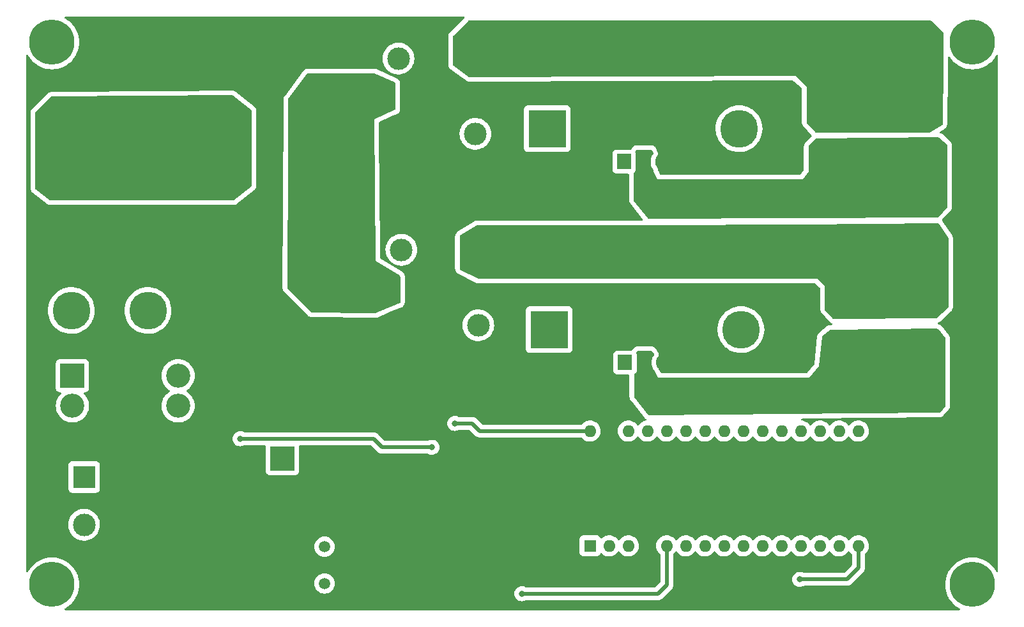
<source format=gbr>
%TF.GenerationSoftware,KiCad,Pcbnew,(6.0.6)*%
%TF.CreationDate,2022-11-23T05:32:29-08:00*%
%TF.ProjectId,FanSpeed_Controller,46616e53-7065-4656-945f-436f6e74726f,rev?*%
%TF.SameCoordinates,Original*%
%TF.FileFunction,Copper,L2,Bot*%
%TF.FilePolarity,Positive*%
%FSLAX46Y46*%
G04 Gerber Fmt 4.6, Leading zero omitted, Abs format (unit mm)*
G04 Created by KiCad (PCBNEW (6.0.6)) date 2022-11-23 05:32:29*
%MOMM*%
%LPD*%
G01*
G04 APERTURE LIST*
%TA.AperFunction,ComponentPad*%
%ADD10R,3.200000X3.200000*%
%TD*%
%TA.AperFunction,ComponentPad*%
%ADD11O,3.200000X3.200000*%
%TD*%
%TA.AperFunction,ComponentPad*%
%ADD12C,1.500000*%
%TD*%
%TA.AperFunction,ComponentPad*%
%ADD13C,5.000000*%
%TD*%
%TA.AperFunction,ComponentPad*%
%ADD14R,5.000000X5.000000*%
%TD*%
%TA.AperFunction,ComponentPad*%
%ADD15R,1.600000X1.600000*%
%TD*%
%TA.AperFunction,ComponentPad*%
%ADD16O,1.600000X1.600000*%
%TD*%
%TA.AperFunction,ComponentPad*%
%ADD17R,3.000000X3.000000*%
%TD*%
%TA.AperFunction,ComponentPad*%
%ADD18C,3.000000*%
%TD*%
%TA.AperFunction,ComponentPad*%
%ADD19C,3.200000*%
%TD*%
%TA.AperFunction,ComponentPad*%
%ADD20R,1.905000X2.000000*%
%TD*%
%TA.AperFunction,ComponentPad*%
%ADD21O,1.905000X2.000000*%
%TD*%
%TA.AperFunction,ComponentPad*%
%ADD22C,6.000000*%
%TD*%
%TA.AperFunction,ViaPad*%
%ADD23C,0.800000*%
%TD*%
%TA.AperFunction,Conductor*%
%ADD24C,0.508000*%
%TD*%
G04 APERTURE END LIST*
D10*
%TO.P,D2,1,A1*%
%TO.N,Net-(J3-Pad2)*%
X207061000Y-44351000D03*
D11*
%TO.P,D2,2,A2*%
%TO.N,Net-(J3-Pad1)*%
X207061000Y-64351000D03*
%TD*%
D10*
%TO.P,D3,1,A1*%
%TO.N,Net-(J4-Pad2)*%
X207061000Y-70894000D03*
D11*
%TO.P,D3,2,A2*%
%TO.N,Net-(J4-Pad1)*%
X207061000Y-90894000D03*
%TD*%
D12*
%TO.P,X1,1*%
%TO.N,Net-(C9-Pad1)*%
X140132000Y-115856000D03*
%TO.P,X1,2*%
%TO.N,Net-(C8-Pad1)*%
X140132000Y-110976000D03*
%TD*%
D13*
%TO.P,HeatSink1,0*%
%TO.N,N/C*%
X195314500Y-82164000D03*
D14*
X169914500Y-82164000D03*
%TD*%
D15*
%TO.P,A1,1,D1/TX*%
%TO.N,unconnected-(A1-Pad1)*%
X175312000Y-110856000D03*
D16*
%TO.P,A1,2,D0/RX*%
%TO.N,unconnected-(A1-Pad2)*%
X177852000Y-110856000D03*
%TO.P,A1,3,~{RESET}*%
%TO.N,unconnected-(A1-Pad3)*%
X180392000Y-110856000D03*
%TO.P,A1,4,GND*%
%TO.N,GND*%
X182932000Y-110856000D03*
%TO.P,A1,5,D2*%
%TO.N,/~{INT}*%
X185472000Y-110856000D03*
%TO.P,A1,6,D3*%
%TO.N,unconnected-(A1-Pad6)*%
X188012000Y-110856000D03*
%TO.P,A1,7,D4*%
%TO.N,unconnected-(A1-Pad7)*%
X190552000Y-110856000D03*
%TO.P,A1,8,D5*%
%TO.N,unconnected-(A1-Pad8)*%
X193092000Y-110856000D03*
%TO.P,A1,9,D6*%
%TO.N,unconnected-(A1-Pad9)*%
X195632000Y-110856000D03*
%TO.P,A1,10,D7*%
%TO.N,unconnected-(A1-Pad10)*%
X198172000Y-110856000D03*
%TO.P,A1,11,D8*%
%TO.N,unconnected-(A1-Pad11)*%
X200712000Y-110856000D03*
%TO.P,A1,12,D9*%
%TO.N,/FAN_CON*%
X203252000Y-110856000D03*
%TO.P,A1,13,D10*%
%TO.N,/SPI_~{CS}*%
X205792000Y-110856000D03*
%TO.P,A1,14,D11*%
%TO.N,/SPI_MOSI*%
X208332000Y-110856000D03*
%TO.P,A1,15,D12*%
%TO.N,/SPI_MISO*%
X210872000Y-110856000D03*
%TO.P,A1,16,D13*%
%TO.N,/SPI_SCK*%
X210872000Y-95616000D03*
%TO.P,A1,17,3V3*%
%TO.N,unconnected-(A1-Pad17)*%
X208332000Y-95616000D03*
%TO.P,A1,18,AREF*%
%TO.N,unconnected-(A1-Pad18)*%
X205792000Y-95616000D03*
%TO.P,A1,19,A0*%
%TO.N,unconnected-(A1-Pad19)*%
X203252000Y-95616000D03*
%TO.P,A1,20,A1*%
%TO.N,unconnected-(A1-Pad20)*%
X200712000Y-95616000D03*
%TO.P,A1,21,A2*%
%TO.N,unconnected-(A1-Pad21)*%
X198172000Y-95616000D03*
%TO.P,A1,22,A3*%
%TO.N,unconnected-(A1-Pad22)*%
X195632000Y-95616000D03*
%TO.P,A1,23,A4*%
%TO.N,unconnected-(A1-Pad23)*%
X193092000Y-95616000D03*
%TO.P,A1,24,A5*%
%TO.N,unconnected-(A1-Pad24)*%
X190552000Y-95616000D03*
%TO.P,A1,25,A6*%
%TO.N,unconnected-(A1-Pad25)*%
X188012000Y-95616000D03*
%TO.P,A1,26,A7*%
%TO.N,unconnected-(A1-Pad26)*%
X185472000Y-95616000D03*
%TO.P,A1,27,+5V*%
%TO.N,unconnected-(A1-Pad27)*%
X182932000Y-95616000D03*
%TO.P,A1,28,~{RESET}*%
%TO.N,unconnected-(A1-Pad28)*%
X180392000Y-95616000D03*
%TO.P,A1,29,GND*%
%TO.N,GND*%
X177852000Y-95616000D03*
%TO.P,A1,30,VIN*%
%TO.N,+5V*%
X175312000Y-95616000D03*
%TD*%
D17*
%TO.P,J2,1,Pin_1*%
%TO.N,Net-(J2-Pad1)*%
X108255000Y-101722000D03*
D18*
%TO.P,J2,2,Pin_2*%
%TO.N,Net-(J2-Pad2)*%
X108255000Y-108072000D03*
%TD*%
%TO.P,K1,1*%
%TO.N,Net-(J3-Pad2)*%
X160125000Y-46176000D03*
%TO.P,K1,2*%
%TO.N,unconnected-(K1-Pad2)*%
X160125000Y-56176000D03*
%TO.P,K1,3*%
%TO.N,GND*%
X149925000Y-56176000D03*
%TO.P,K1,4*%
%TO.N,Net-(C1-Pad1)*%
X149925000Y-46176000D03*
%TO.P,K1,5*%
%TO.N,Net-(FH1-Pad3)*%
X147425000Y-51176000D03*
%TD*%
D10*
%TO.P,FH1,1,1*%
%TO.N,Net-(FH1-Pad1)*%
X126020000Y-56669000D03*
D19*
%TO.P,FH1,2,2*%
X126020000Y-60669000D03*
%TO.P,FH1,3,3*%
%TO.N,Net-(FH1-Pad3)*%
X140020000Y-60669000D03*
%TO.P,FH1,4,4*%
X140020000Y-56669000D03*
%TD*%
D18*
%TO.P,K2,1*%
%TO.N,Net-(J4-Pad2)*%
X160506000Y-71576000D03*
%TO.P,K2,2*%
%TO.N,unconnected-(K2-Pad2)*%
X160506000Y-81576000D03*
%TO.P,K2,3*%
%TO.N,GND*%
X150306000Y-81576000D03*
%TO.P,K2,4*%
%TO.N,Net-(C1-Pad1)*%
X150306000Y-71576000D03*
%TO.P,K2,5*%
%TO.N,Net-(FH1-Pad3)*%
X147806000Y-76576000D03*
%TD*%
D17*
%TO.P,J4,1,Pin_1*%
%TO.N,Net-(J4-Pad1)*%
X219507000Y-84704000D03*
D18*
%TO.P,J4,2,Pin_2*%
%TO.N,Net-(J4-Pad2)*%
X219507000Y-78354000D03*
%TD*%
D10*
%TO.P,FH2,1,1*%
%TO.N,Net-(FH2-Pad1)*%
X106716000Y-88292000D03*
D19*
%TO.P,FH2,2,2*%
X106716000Y-92292000D03*
%TO.P,FH2,3,3*%
%TO.N,Net-(C1-Pad1)*%
X120716000Y-92292000D03*
%TO.P,FH2,4,4*%
X120716000Y-88292000D03*
%TD*%
D10*
%TO.P,D1,1,K*%
%TO.N,Net-(D1-Pad1)*%
X134544000Y-99309000D03*
D11*
%TO.P,D1,2,A*%
%TO.N,GND*%
X119304000Y-99309000D03*
%TD*%
D13*
%TO.P,HeatSink2,0*%
%TO.N,N/C*%
X195060500Y-55494000D03*
D14*
X169660500Y-55494000D03*
%TD*%
D17*
%TO.P,J3,1,Pin_1*%
%TO.N,Net-(J3-Pad1)*%
X219127000Y-59050000D03*
D18*
%TO.P,J3,2,Pin_2*%
%TO.N,Net-(J3-Pad2)*%
X219127000Y-52700000D03*
%TD*%
D14*
%TO.P,J1,1,Pin_1*%
%TO.N,Net-(FH1-Pad1)*%
X116715500Y-59304000D03*
X106555500Y-59304000D03*
D13*
%TO.P,J1,2,Pin_2*%
%TO.N,GND*%
X116715500Y-69464000D03*
X106555500Y-69464000D03*
%TO.P,J1,3,Pin_3*%
%TO.N,Net-(FH2-Pad1)*%
X106555500Y-79624000D03*
X116715500Y-79624000D03*
%TD*%
D20*
%TO.P,Q2,1,G*%
%TO.N,Net-(C7-Pad1)*%
X179947500Y-86538000D03*
D21*
%TO.P,Q2,2,D*%
%TO.N,Net-(J4-Pad1)*%
X182487500Y-86538000D03*
%TO.P,Q2,3,S*%
%TO.N,GND*%
X185027500Y-86538000D03*
%TD*%
D20*
%TO.P,Q1,1,G*%
%TO.N,Net-(C7-Pad1)*%
X179820500Y-59868000D03*
D21*
%TO.P,Q1,2,D*%
%TO.N,Net-(J3-Pad1)*%
X182360500Y-59868000D03*
%TO.P,Q1,3,S*%
%TO.N,GND*%
X184900500Y-59868000D03*
%TD*%
D22*
%TO.P,H3,1*%
%TO.N,N/C*%
X226000000Y-116000000D03*
%TD*%
%TO.P,H2,1*%
%TO.N,N/C*%
X104000000Y-116000000D03*
%TD*%
%TO.P,H4,1*%
%TO.N,N/C*%
X226000000Y-44000000D03*
%TD*%
%TO.P,H1,1*%
%TO.N,N/C*%
X104000000Y-44000000D03*
%TD*%
D23*
%TO.N,GND*%
X151943000Y-58288000D03*
X151816000Y-48636000D03*
X126162000Y-90038000D03*
X128321000Y-94864000D03*
X201854000Y-112644000D03*
X196901000Y-112644000D03*
X191821000Y-112644000D03*
X187376000Y-112771000D03*
X164516000Y-88387000D03*
X161849000Y-77084000D03*
X101270000Y-112644000D03*
X107620000Y-41397000D03*
X101397000Y-48001000D03*
X204013000Y-86609000D03*
X201219000Y-85847000D03*
X201219000Y-82037000D03*
X201346000Y-77465000D03*
X205664000Y-81148000D03*
X204902000Y-77084000D03*
X189535000Y-83942000D03*
X175819000Y-87752000D03*
X175692000Y-84323000D03*
X177597000Y-88514000D03*
X189662000Y-87244000D03*
X189662000Y-77084000D03*
X185852000Y-77084000D03*
X181661000Y-77084000D03*
X176200000Y-77084000D03*
X175438000Y-61082000D03*
X175692000Y-50160000D03*
X189789000Y-50287000D03*
X189154000Y-60828000D03*
X202108000Y-60574000D03*
X201981000Y-50795000D03*
X203124000Y-56510000D03*
X223698000Y-47747000D03*
X223190000Y-56256000D03*
X223190000Y-67813000D03*
X223063000Y-81529000D03*
X221412000Y-95118000D03*
X216713000Y-95118000D03*
X213284000Y-95245000D03*
X212395000Y-100452000D03*
X214427000Y-103881000D03*
X214427000Y-109088000D03*
X214681000Y-115184000D03*
X212522000Y-118105000D03*
X216967000Y-117978000D03*
X221285000Y-117851000D03*
X222301000Y-112898000D03*
X227889000Y-110739000D03*
X227635000Y-106167000D03*
X228016000Y-101468000D03*
X228016000Y-96896000D03*
X228143000Y-92324000D03*
X228016000Y-87244000D03*
X228270000Y-81148000D03*
X228143000Y-75052000D03*
X228016000Y-69972000D03*
X228143000Y-64638000D03*
X228143000Y-59431000D03*
X228016000Y-53970000D03*
X228016000Y-49271000D03*
X201600000Y-107183000D03*
X201727000Y-102865000D03*
X199822000Y-100325000D03*
X195377000Y-100325000D03*
X191567000Y-100325000D03*
X186995000Y-100325000D03*
X182550000Y-100071000D03*
X178359000Y-100198000D03*
X174041000Y-100071000D03*
X108509000Y-118232000D03*
X102286000Y-108834000D03*
X102286000Y-101341000D03*
X102286000Y-94102000D03*
X102159000Y-89022000D03*
X120828000Y-82418000D03*
X120701000Y-76703000D03*
X120574000Y-72512000D03*
X133528000Y-76703000D03*
X133274000Y-71877000D03*
X133909000Y-66543000D03*
X132893000Y-61590000D03*
X132893000Y-57272000D03*
X132893000Y-52700000D03*
X129972000Y-66797000D03*
X125527000Y-67051000D03*
X122098000Y-67051000D03*
X177597000Y-64638000D03*
X172390000Y-64892000D03*
X167564000Y-64638000D03*
X163119000Y-64892000D03*
X158928000Y-64892000D03*
X155626000Y-67178000D03*
X155245000Y-71623000D03*
X152324000Y-68448000D03*
X152578000Y-63749000D03*
X155245000Y-62098000D03*
X156515000Y-58161000D03*
X163500000Y-60955000D03*
X163754000Y-56383000D03*
X164389000Y-50668000D03*
X161087000Y-50668000D03*
X156261000Y-53843000D03*
X148260000Y-61717000D03*
X149022000Y-59431000D03*
X157404000Y-49652000D03*
X151562000Y-42794000D03*
X141529000Y-42794000D03*
X134925000Y-48890000D03*
X135433000Y-43048000D03*
X128321000Y-49017000D03*
X128321000Y-43302000D03*
X121590000Y-48763000D03*
X121717000Y-43556000D03*
X116002000Y-48636000D03*
X115875000Y-43048000D03*
X110922000Y-48636000D03*
X110668000Y-43683000D03*
X164135000Y-118613000D03*
X160960000Y-117343000D03*
X155118000Y-116200000D03*
X152324000Y-116327000D03*
X154991000Y-112390000D03*
X152197000Y-112517000D03*
X154991000Y-109088000D03*
X152070000Y-109088000D03*
X144704000Y-118613000D03*
X135306000Y-115438000D03*
X135306000Y-118359000D03*
X131369000Y-118359000D03*
X127940000Y-118359000D03*
X124765000Y-118359000D03*
X120955000Y-118359000D03*
X117145000Y-118105000D03*
X117145000Y-115057000D03*
X114224000Y-114803000D03*
X112319000Y-112898000D03*
X112319000Y-110231000D03*
X126416000Y-107945000D03*
X126289000Y-110993000D03*
X126162000Y-113914000D03*
X118161000Y-108453000D03*
X128067000Y-104135000D03*
X131369000Y-101468000D03*
X137084000Y-102357000D03*
X152959000Y-106040000D03*
X155626000Y-104135000D03*
X157658000Y-101976000D03*
X146609000Y-99055000D03*
X147752000Y-105786000D03*
X145085000Y-104389000D03*
X204902000Y-105278000D03*
X204775000Y-101722000D03*
X204775000Y-98039000D03*
X209220000Y-99055000D03*
X209220000Y-103119000D03*
X211125000Y-105151000D03*
X211125000Y-108326000D03*
X208204000Y-108326000D03*
X205156000Y-108453000D03*
X172898000Y-112263000D03*
X170358000Y-110231000D03*
X166040000Y-108580000D03*
X169596000Y-99817000D03*
X166294000Y-99817000D03*
X163373000Y-99817000D03*
X161595000Y-106040000D03*
X162865000Y-108453000D03*
X159563000Y-104516000D03*
X160833000Y-102103000D03*
X160579000Y-99309000D03*
X179629000Y-91689000D03*
X176962000Y-91816000D03*
X173914000Y-91816000D03*
X170993000Y-91816000D03*
X167945000Y-91689000D03*
X165024000Y-91689000D03*
X161849000Y-92959000D03*
X157658000Y-91435000D03*
X157785000Y-89403000D03*
X147625000Y-81910000D03*
X151816000Y-74290000D03*
X150292000Y-84704000D03*
X126670000Y-83180000D03*
X132385000Y-83180000D03*
X146482000Y-94356000D03*
X149403000Y-92832000D03*
X151435000Y-91816000D03*
X149784000Y-89403000D03*
X146990000Y-88387000D03*
X145085000Y-86228000D03*
%TO.N,Net-(J3-Pad2)*%
X202870000Y-42413000D03*
X206807000Y-41778000D03*
X210617000Y-41778000D03*
X215189000Y-41778000D03*
X218872000Y-41778000D03*
X221412000Y-43683000D03*
X221412000Y-47366000D03*
X221412000Y-50922000D03*
X220650000Y-55113000D03*
X217094000Y-55367000D03*
X213665000Y-55367000D03*
X210236000Y-55367000D03*
X207188000Y-55367000D03*
X204775000Y-54224000D03*
X204775000Y-51049000D03*
X204013000Y-48509000D03*
%TO.N,Net-(J3-Pad1)*%
X221666000Y-58034000D03*
X222047000Y-61209000D03*
X222047000Y-64511000D03*
X220142000Y-66670000D03*
X216205000Y-66670000D03*
X212776000Y-66670000D03*
X209220000Y-66670000D03*
X216332000Y-57653000D03*
X213030000Y-57653000D03*
X210109000Y-57653000D03*
X207696000Y-57653000D03*
X205410000Y-57653000D03*
X204902000Y-59939000D03*
X204521000Y-62225000D03*
X202108000Y-62987000D03*
X199060000Y-62987000D03*
X196520000Y-62987000D03*
X204394000Y-66797000D03*
X201473000Y-66797000D03*
X198933000Y-66797000D03*
X196012000Y-66797000D03*
X193218000Y-66797000D03*
X193726000Y-62987000D03*
X190678000Y-66797000D03*
X191059000Y-62987000D03*
X188265000Y-66797000D03*
X185852000Y-66797000D03*
X188519000Y-62987000D03*
X186233000Y-62987000D03*
X183439000Y-66797000D03*
X181788000Y-64765000D03*
X183820000Y-62733000D03*
X181661000Y-62098000D03*
%TO.N,Net-(J4-Pad2)*%
X222174000Y-77211000D03*
X222174000Y-73909000D03*
X222174000Y-70861000D03*
X221158000Y-68956000D03*
X218364000Y-68956000D03*
X215189000Y-68956000D03*
X212395000Y-68956000D03*
X209601000Y-68956000D03*
X217856000Y-80005000D03*
X214681000Y-80005000D03*
X211506000Y-80005000D03*
X208712000Y-80005000D03*
X207061000Y-78481000D03*
X206934000Y-75687000D03*
X204775000Y-74163000D03*
%TO.N,Net-(J4-Pad1)*%
X221666000Y-88133000D03*
X221793000Y-90800000D03*
X220650000Y-92578000D03*
X217983000Y-92578000D03*
X215062000Y-92705000D03*
X212268000Y-92705000D03*
X209347000Y-92705000D03*
X216205000Y-82799000D03*
X212903000Y-82799000D03*
X210109000Y-82799000D03*
X207569000Y-82926000D03*
X206553000Y-84958000D03*
X206172000Y-87879000D03*
X203886000Y-89022000D03*
X200965000Y-89022000D03*
X198171000Y-89022000D03*
X195504000Y-89022000D03*
X203378000Y-92705000D03*
X200330000Y-92705000D03*
X197790000Y-92705000D03*
X195250000Y-92705000D03*
X193218000Y-92705000D03*
X192710000Y-89022000D03*
X190805000Y-92832000D03*
X190043000Y-89149000D03*
X187757000Y-89149000D03*
X185598000Y-89149000D03*
X188265000Y-92832000D03*
X185979000Y-92832000D03*
X183312000Y-92832000D03*
X181788000Y-90546000D03*
X183693000Y-88387000D03*
X181788000Y-88514000D03*
%TO.N,Net-(FH1-Pad3)*%
X146990000Y-53335000D03*
X145847000Y-55748000D03*
X145974000Y-59050000D03*
X145974000Y-62225000D03*
X146101000Y-65019000D03*
X146101000Y-67813000D03*
X146228000Y-70607000D03*
X146355000Y-73909000D03*
X149276000Y-78354000D03*
X145593000Y-78862000D03*
X141783000Y-78862000D03*
X138608000Y-78862000D03*
X136449000Y-75941000D03*
X136449000Y-73020000D03*
X136449000Y-70099000D03*
X136449000Y-67051000D03*
X136449000Y-64130000D03*
X136322000Y-61082000D03*
X136322000Y-58034000D03*
X136322000Y-54859000D03*
X145212000Y-49144000D03*
X141402000Y-49144000D03*
X138354000Y-49144000D03*
X136322000Y-51938000D03*
%TO.N,Net-(FH1-Pad1)*%
X102540000Y-57272000D03*
X102540000Y-60320000D03*
X102540000Y-62860000D03*
X104445000Y-64130000D03*
X107493000Y-64130000D03*
X111049000Y-64130000D03*
X113843000Y-64257000D03*
X117145000Y-64257000D03*
X120701000Y-64257000D03*
X124003000Y-64257000D03*
X127559000Y-64257000D03*
X129718000Y-62352000D03*
X129591000Y-59177000D03*
X129591000Y-56383000D03*
X129464000Y-53335000D03*
X126035000Y-51938000D03*
X122352000Y-52065000D03*
X119558000Y-52065000D03*
X116891000Y-52065000D03*
X113843000Y-52065000D03*
X110795000Y-52065000D03*
X107874000Y-52065000D03*
X105080000Y-52065000D03*
X102667000Y-53843000D03*
%TO.N,Net-(J4-Pad2)*%
X166802000Y-74290000D03*
X183693000Y-74290000D03*
X201981000Y-74290000D03*
X192710000Y-74290000D03*
X198806000Y-74290000D03*
X189662000Y-74290000D03*
X195758000Y-74290000D03*
X186614000Y-74290000D03*
X180772000Y-74290000D03*
X177724000Y-74290000D03*
X175057000Y-74290000D03*
X172390000Y-74290000D03*
X169850000Y-74290000D03*
X163754000Y-74290000D03*
X201981000Y-70099000D03*
X198806000Y-70099000D03*
X195758000Y-70099000D03*
X192710000Y-70099000D03*
X189662000Y-70099000D03*
X186614000Y-70099000D03*
X183693000Y-70099000D03*
X180772000Y-70099000D03*
X177724000Y-70099000D03*
X175057000Y-70099000D03*
X172390000Y-70099000D03*
X169850000Y-70099000D03*
X166802000Y-70099000D03*
X163754000Y-70099000D03*
%TO.N,Net-(J3-Pad2)*%
X181407000Y-46731000D03*
X176835000Y-46731000D03*
X178994000Y-46731000D03*
X174803000Y-46731000D03*
X172517000Y-46731000D03*
X165786000Y-46731000D03*
X168072000Y-46731000D03*
X201346000Y-46731000D03*
X185725000Y-46731000D03*
X194742000Y-46731000D03*
X192456000Y-46731000D03*
X196774000Y-46731000D03*
X198933000Y-46731000D03*
X188011000Y-46731000D03*
X190297000Y-46731000D03*
X170358000Y-46731000D03*
X183312000Y-46731000D03*
X163373000Y-46731000D03*
X199441000Y-42667000D03*
X194869000Y-42667000D03*
X197028000Y-42667000D03*
X192837000Y-42667000D03*
X190551000Y-42667000D03*
X183820000Y-42667000D03*
X186106000Y-42667000D03*
X188392000Y-42667000D03*
X181407000Y-42667000D03*
X179502000Y-42667000D03*
X177089000Y-42667000D03*
X174930000Y-42667000D03*
X172898000Y-42667000D03*
X170612000Y-42667000D03*
X168453000Y-42667000D03*
X166167000Y-42667000D03*
X163881000Y-42667000D03*
X161468000Y-42667000D03*
%TO.N,GND*%
X130353000Y-94610000D03*
%TO.N,+5V*%
X157404000Y-94610000D03*
%TO.N,/~{INT}*%
X166294000Y-117216000D03*
%TO.N,/SPI_MISO*%
X203125000Y-115311000D03*
%TO.N,Net-(C6-Pad2)*%
X128956000Y-96642000D03*
X154356000Y-97785000D03*
%TD*%
D24*
%TO.N,+5V*%
X159690000Y-94610000D02*
X160696000Y-95616000D01*
X157404000Y-94610000D02*
X159690000Y-94610000D01*
X175312000Y-95616000D02*
X160696000Y-95616000D01*
%TO.N,/~{INT}*%
X166294000Y-117216000D02*
X184329000Y-117216000D01*
X185472000Y-116073000D02*
X185472000Y-110856000D01*
X184329000Y-117216000D02*
X185472000Y-116073000D01*
%TO.N,/SPI_MISO*%
X210872000Y-113787000D02*
X210872000Y-110856000D01*
X203125000Y-115311000D02*
X209348000Y-115311000D01*
X209348000Y-115311000D02*
X210872000Y-113787000D01*
%TO.N,Net-(C6-Pad2)*%
X147752000Y-97785000D02*
X154356000Y-97785000D01*
X146609000Y-96642000D02*
X147625000Y-97658000D01*
X128956000Y-96642000D02*
X146609000Y-96642000D01*
X147625000Y-97658000D02*
X147752000Y-97785000D01*
%TD*%
%TA.AperFunction,Conductor*%
%TO.N,Net-(J4-Pad2)*%
G36*
X221539286Y-68087000D02*
G01*
X221576700Y-68123550D01*
X222614841Y-69680762D01*
X222787838Y-69940257D01*
X222809000Y-70010149D01*
X222809000Y-79187573D01*
X222788998Y-79255694D01*
X222768141Y-79280454D01*
X221320636Y-80607334D01*
X221256905Y-80638621D01*
X221236667Y-80640448D01*
X207625814Y-80766474D01*
X207557511Y-80747103D01*
X207530992Y-80724769D01*
X207453459Y-80638621D01*
X206458345Y-79532939D01*
X206427642Y-79468924D01*
X206426000Y-79448649D01*
X206426000Y-76322000D01*
X205410000Y-75433000D01*
X160607745Y-75433000D01*
X160551396Y-75419698D01*
X158107650Y-74197825D01*
X158055667Y-74149471D01*
X158038000Y-74085128D01*
X158038000Y-69786548D01*
X158058002Y-69718427D01*
X158095550Y-69680762D01*
X160165760Y-68341214D01*
X160234210Y-68321000D01*
X182867500Y-68321000D01*
X182867609Y-68320999D01*
X182867723Y-68320999D01*
X203519400Y-68185355D01*
X221471036Y-68067446D01*
X221539286Y-68087000D01*
G37*
%TD.AperFunction*%
%TD*%
%TA.AperFunction,Conductor*%
%TO.N,Net-(J3-Pad2)*%
G36*
X220538931Y-41163002D02*
G01*
X220559905Y-41179905D01*
X222136550Y-42756550D01*
X222170576Y-42818862D01*
X222173448Y-42846957D01*
X222129701Y-47046712D01*
X222049272Y-54767939D01*
X222047753Y-54913757D01*
X222027043Y-54981666D01*
X221984273Y-55021844D01*
X220298051Y-55985399D01*
X220235538Y-56002000D01*
X205212116Y-56002000D01*
X205143995Y-55981998D01*
X205118461Y-55960290D01*
X204045345Y-54767939D01*
X204014642Y-54703924D01*
X204013000Y-54683649D01*
X204013000Y-49906000D01*
X204005722Y-49899329D01*
X204005722Y-49899328D01*
X202502356Y-48521243D01*
X202489000Y-48509000D01*
X159348195Y-48635882D01*
X159275163Y-48612821D01*
X157202338Y-47149650D01*
X157158220Y-47094025D01*
X157149000Y-47046712D01*
X157149000Y-43227190D01*
X157169002Y-43159069D01*
X157185905Y-43138095D01*
X159144095Y-41179905D01*
X159206407Y-41145879D01*
X159233190Y-41143000D01*
X220470810Y-41143000D01*
X220538931Y-41163002D01*
G37*
%TD.AperFunction*%
%TD*%
%TA.AperFunction,Conductor*%
%TO.N,Net-(FH1-Pad3)*%
G36*
X146760847Y-48139294D02*
G01*
X149456139Y-49364427D01*
X149509877Y-49410825D01*
X149530000Y-49479133D01*
X149530000Y-52872867D01*
X149509998Y-52940988D01*
X149456139Y-52987573D01*
X146736000Y-54224000D01*
X146863000Y-73020000D01*
X146874884Y-73027314D01*
X146874886Y-73027315D01*
X150105036Y-75015099D01*
X150152569Y-75067836D01*
X150165000Y-75122408D01*
X150165000Y-78524495D01*
X150144998Y-78592616D01*
X150088096Y-78640536D01*
X147248578Y-79841871D01*
X146887440Y-79994660D01*
X146836465Y-80004604D01*
X146113775Y-79993818D01*
X138405086Y-79878762D01*
X138337271Y-79857746D01*
X138317871Y-79841871D01*
X135216168Y-76740168D01*
X135182142Y-76677856D01*
X135179265Y-76650437D01*
X135186983Y-75122408D01*
X135262719Y-60126642D01*
X135305792Y-51598232D01*
X135326137Y-51530213D01*
X135330542Y-51523869D01*
X137808221Y-48179001D01*
X137864841Y-48136168D01*
X137909469Y-48128000D01*
X146708708Y-48128000D01*
X146760847Y-48139294D01*
G37*
%TD.AperFunction*%
%TD*%
%TA.AperFunction,Conductor*%
%TO.N,Net-(J3-Pad1)*%
G36*
X221558807Y-56656848D02*
G01*
X221575226Y-56669201D01*
X222639710Y-57615409D01*
X222677335Y-57675616D01*
X222682000Y-57709583D01*
X222682000Y-65859288D01*
X222661998Y-65927409D01*
X222649232Y-65944045D01*
X221449326Y-67263941D01*
X221388703Y-67300891D01*
X221356511Y-67305183D01*
X183058042Y-67431786D01*
X182989855Y-67412010D01*
X182958775Y-67383920D01*
X181116650Y-65053349D01*
X181090101Y-64987503D01*
X181089500Y-64975216D01*
X181089500Y-61444192D01*
X181109502Y-61376071D01*
X181138796Y-61344229D01*
X181194736Y-61301305D01*
X181201282Y-61296282D01*
X181297536Y-61170841D01*
X181358044Y-61024762D01*
X181373500Y-60907361D01*
X181373499Y-58828640D01*
X181372375Y-58820095D01*
X181359122Y-58719425D01*
X181359122Y-58719423D01*
X181358044Y-58711238D01*
X181312603Y-58601533D01*
X181305014Y-58530946D01*
X181328212Y-58477717D01*
X181432700Y-58338400D01*
X181489574Y-58295905D01*
X181533500Y-58288000D01*
X183417194Y-58288000D01*
X183485315Y-58308002D01*
X183534182Y-58367205D01*
X183687067Y-58749418D01*
X183693795Y-58820095D01*
X183670175Y-58872742D01*
X183659129Y-58887190D01*
X183590854Y-58976490D01*
X183472759Y-59196735D01*
X183391397Y-59433028D01*
X183348860Y-59679290D01*
X183347500Y-59709241D01*
X183347500Y-59978292D01*
X183347702Y-59980800D01*
X183347702Y-59980805D01*
X183358074Y-60109711D01*
X183362490Y-60164603D01*
X183363695Y-60169511D01*
X183363696Y-60169514D01*
X183385926Y-60260016D01*
X183422102Y-60407298D01*
X183424077Y-60411950D01*
X183424078Y-60411954D01*
X183511955Y-60618978D01*
X183519749Y-60637339D01*
X183652919Y-60848810D01*
X183698111Y-60900071D01*
X183725014Y-60930586D01*
X183755059Y-60994912D01*
X183756500Y-61013911D01*
X183756500Y-61209000D01*
X184264500Y-62225000D01*
X203505000Y-62225000D01*
X204267000Y-61209000D01*
X204267000Y-57832190D01*
X204287002Y-57764069D01*
X204303905Y-57743095D01*
X205246502Y-56800498D01*
X205308814Y-56766472D01*
X205334613Y-56763597D01*
X221490532Y-56637379D01*
X221558807Y-56656848D01*
G37*
%TD.AperFunction*%
%TD*%
%TA.AperFunction,Conductor*%
%TO.N,Net-(J4-Pad1)*%
G36*
X221419047Y-82056940D02*
G01*
X221450264Y-82084830D01*
X222400389Y-83272486D01*
X222427325Y-83338175D01*
X222428000Y-83351198D01*
X222428000Y-92277390D01*
X222407998Y-92345511D01*
X222397666Y-92359390D01*
X221703296Y-93169488D01*
X221643777Y-93208192D01*
X221608695Y-93213484D01*
X210692636Y-93305662D01*
X183122828Y-93538469D01*
X183054541Y-93519042D01*
X183022914Y-93490606D01*
X181181038Y-91160350D01*
X181154489Y-91094504D01*
X181153888Y-91082217D01*
X181153888Y-88162236D01*
X181173890Y-88094115D01*
X181203184Y-88062273D01*
X181321736Y-87971305D01*
X181328282Y-87966282D01*
X181424536Y-87840841D01*
X181485044Y-87694762D01*
X181493828Y-87628040D01*
X181499962Y-87581448D01*
X181499962Y-87581447D01*
X181500500Y-87577361D01*
X181500499Y-85498640D01*
X181493828Y-85447960D01*
X181486122Y-85389425D01*
X181486122Y-85389423D01*
X181485044Y-85381238D01*
X181466177Y-85335689D01*
X181444932Y-85284398D01*
X181437343Y-85213808D01*
X181472167Y-85147163D01*
X181624082Y-84994982D01*
X181686365Y-84960903D01*
X181713256Y-84958000D01*
X183376000Y-84958000D01*
X183444121Y-84978002D01*
X183476800Y-85008400D01*
X183780504Y-85413339D01*
X183805375Y-85479836D01*
X183790346Y-85549223D01*
X183779800Y-85565467D01*
X183720927Y-85642469D01*
X183720920Y-85642480D01*
X183717854Y-85646490D01*
X183599759Y-85866735D01*
X183518397Y-86103028D01*
X183475860Y-86349290D01*
X183474500Y-86379241D01*
X183474500Y-86648292D01*
X183474702Y-86650800D01*
X183474702Y-86650805D01*
X183478400Y-86696759D01*
X183489490Y-86834603D01*
X183490695Y-86839511D01*
X183490696Y-86839514D01*
X183523477Y-86972972D01*
X183549102Y-87077298D01*
X183551077Y-87081950D01*
X183551078Y-87081954D01*
X183644773Y-87302684D01*
X183646749Y-87307339D01*
X183779919Y-87518810D01*
X183863921Y-87614091D01*
X183886044Y-87639185D01*
X183904188Y-87666081D01*
X184328888Y-88514000D01*
X204394888Y-88514000D01*
X205664888Y-86990000D01*
X206039784Y-83107024D01*
X206066240Y-83041141D01*
X206087841Y-83019678D01*
X207154369Y-82190125D01*
X207220421Y-82164090D01*
X207230603Y-82163587D01*
X221350750Y-82037547D01*
X221419047Y-82056940D01*
G37*
%TD.AperFunction*%
%TD*%
%TA.AperFunction,Conductor*%
%TO.N,Net-(FH1-Pad1)*%
G36*
X127963653Y-51068877D02*
G01*
X127974806Y-51076845D01*
X130432712Y-53043170D01*
X130473410Y-53101343D01*
X130480000Y-53141559D01*
X130480000Y-63052941D01*
X130459998Y-63121062D01*
X130432077Y-63151834D01*
X128101333Y-64991895D01*
X128035472Y-65018407D01*
X128023258Y-65019000D01*
X103789574Y-65019000D01*
X103721453Y-64998998D01*
X103712440Y-64992631D01*
X101826866Y-63532832D01*
X101785246Y-63475314D01*
X101778000Y-63433201D01*
X101778000Y-53387190D01*
X101798002Y-53319069D01*
X101814905Y-53298095D01*
X103900371Y-51212629D01*
X103962683Y-51178603D01*
X103988799Y-51175726D01*
X127895427Y-51049236D01*
X127963653Y-51068877D01*
G37*
%TD.AperFunction*%
%TD*%
%TA.AperFunction,Conductor*%
%TO.N,GND*%
G36*
X158631125Y-40620502D02*
G01*
X158677618Y-40674158D01*
X158687722Y-40744432D01*
X158658228Y-40809012D01*
X158652099Y-40815595D01*
X156757752Y-42709942D01*
X156714449Y-42758148D01*
X156697546Y-42779122D01*
X156651976Y-42843927D01*
X156588029Y-42988481D01*
X156568027Y-43056602D01*
X156543500Y-43227190D01*
X156543500Y-47046712D01*
X156554680Y-47162529D01*
X156563900Y-47209842D01*
X156602600Y-47334683D01*
X156606469Y-47341143D01*
X156606471Y-47341147D01*
X156659077Y-47428978D01*
X156683819Y-47470288D01*
X156727937Y-47525913D01*
X156731212Y-47529010D01*
X156731213Y-47529011D01*
X156795139Y-47589461D01*
X156853156Y-47644324D01*
X158121333Y-48539508D01*
X158925350Y-49107050D01*
X158925373Y-49107066D01*
X158925981Y-49107495D01*
X158949611Y-49123356D01*
X159092840Y-49190219D01*
X159165872Y-49213280D01*
X159193201Y-49221208D01*
X159349976Y-49241379D01*
X159354100Y-49241367D01*
X159354102Y-49241367D01*
X202205001Y-49115338D01*
X202273181Y-49135139D01*
X202290513Y-49148456D01*
X202391884Y-49241379D01*
X203366641Y-50134906D01*
X203403341Y-50195681D01*
X203407500Y-50227787D01*
X203407500Y-54683649D01*
X203407551Y-54684905D01*
X203407551Y-54684916D01*
X203408410Y-54706156D01*
X203409476Y-54732526D01*
X203411118Y-54752801D01*
X203419520Y-54815550D01*
X203421318Y-54821042D01*
X203421318Y-54821044D01*
X203453728Y-54920064D01*
X203468689Y-54965775D01*
X203499392Y-55029790D01*
X203546482Y-55100118D01*
X203587949Y-55162048D01*
X203595280Y-55172997D01*
X203598286Y-55176337D01*
X204662771Y-56359098D01*
X204693474Y-56423113D01*
X204684694Y-56493564D01*
X204658211Y-56532483D01*
X203875752Y-57314942D01*
X203832449Y-57363148D01*
X203815546Y-57384122D01*
X203769976Y-57448927D01*
X203706029Y-57593481D01*
X203686027Y-57661602D01*
X203685386Y-57666058D01*
X203685385Y-57666064D01*
X203679313Y-57708297D01*
X203661500Y-57832190D01*
X203661500Y-60965167D01*
X203641498Y-61033288D01*
X203636300Y-61040767D01*
X203240050Y-61569100D01*
X203183176Y-61611595D01*
X203139250Y-61619500D01*
X184716592Y-61619500D01*
X184648471Y-61599498D01*
X184603894Y-61549849D01*
X184375302Y-61092664D01*
X184362000Y-61036315D01*
X184362000Y-61013911D01*
X184360266Y-60968118D01*
X184358825Y-60949119D01*
X184351294Y-60889393D01*
X184303667Y-60738671D01*
X184273622Y-60674345D01*
X184179207Y-60530162D01*
X184146030Y-60492530D01*
X184133927Y-60476352D01*
X184063480Y-60364484D01*
X184054119Y-60346579D01*
X184002465Y-60224890D01*
X183996086Y-60205713D01*
X183964551Y-60077325D01*
X183961320Y-60057375D01*
X183953406Y-59959015D01*
X183953000Y-59948910D01*
X183953000Y-59749870D01*
X183954839Y-59728423D01*
X183978042Y-59594095D01*
X183983067Y-59574521D01*
X184026109Y-59449515D01*
X184034201Y-59430994D01*
X184096672Y-59314487D01*
X184107620Y-59297499D01*
X184148988Y-59243392D01*
X184151194Y-59240507D01*
X184222623Y-59120597D01*
X184246243Y-59067950D01*
X184290882Y-58920680D01*
X184296570Y-58762715D01*
X184290944Y-58703609D01*
X184290268Y-58696513D01*
X184289842Y-58692038D01*
X184249260Y-58524541D01*
X184096375Y-58142328D01*
X184085002Y-58115755D01*
X184001154Y-57981760D01*
X183952287Y-57922557D01*
X183951566Y-57921745D01*
X183951545Y-57921720D01*
X183927024Y-57894089D01*
X183927021Y-57894086D01*
X183923535Y-57890158D01*
X183919446Y-57886863D01*
X183919443Y-57886860D01*
X183806887Y-57796157D01*
X183806884Y-57796155D01*
X183800457Y-57790976D01*
X183655903Y-57727029D01*
X183587782Y-57707027D01*
X183583326Y-57706386D01*
X183583320Y-57706385D01*
X183482043Y-57691824D01*
X183417194Y-57682500D01*
X181533500Y-57682500D01*
X181530710Y-57682749D01*
X181530711Y-57682749D01*
X181429044Y-57691824D01*
X181429041Y-57691824D01*
X181426256Y-57692073D01*
X181382330Y-57699978D01*
X181379270Y-57700855D01*
X181379268Y-57700855D01*
X181272075Y-57731560D01*
X181272072Y-57731561D01*
X181265042Y-57733575D01*
X181127151Y-57810849D01*
X181070277Y-57853344D01*
X181067101Y-57856515D01*
X181067099Y-57856516D01*
X181039210Y-57884354D01*
X180948300Y-57975099D01*
X180901538Y-58037448D01*
X180861829Y-58090394D01*
X180843812Y-58114416D01*
X180841969Y-58117582D01*
X180841968Y-58117583D01*
X180791132Y-58204897D01*
X180739571Y-58253703D01*
X180682243Y-58267500D01*
X178926668Y-58267501D01*
X178828640Y-58267501D01*
X178824556Y-58268039D01*
X178824550Y-58268039D01*
X178719425Y-58281878D01*
X178719423Y-58281878D01*
X178711238Y-58282956D01*
X178565159Y-58343464D01*
X178439718Y-58439718D01*
X178343464Y-58565159D01*
X178282956Y-58711238D01*
X178267500Y-58828639D01*
X178267501Y-60907360D01*
X178268039Y-60911444D01*
X178268039Y-60911450D01*
X178281687Y-61015123D01*
X178282956Y-61024762D01*
X178343464Y-61170841D01*
X178439718Y-61296282D01*
X178565159Y-61392536D01*
X178711238Y-61453044D01*
X178828639Y-61468500D01*
X178881077Y-61468500D01*
X180358000Y-61468499D01*
X180426121Y-61488501D01*
X180472614Y-61542157D01*
X180484000Y-61594499D01*
X180484000Y-64975216D01*
X180484723Y-65004798D01*
X180485324Y-65017085D01*
X180489062Y-65060867D01*
X180528530Y-65213928D01*
X180555079Y-65279774D01*
X180557340Y-65283668D01*
X180639361Y-65424927D01*
X180639365Y-65424932D01*
X180641622Y-65428820D01*
X182287704Y-67511366D01*
X182314253Y-67577212D01*
X182300990Y-67646958D01*
X182252124Y-67698462D01*
X182188854Y-67715499D01*
X160614180Y-67715500D01*
X160234210Y-67715500D01*
X160229738Y-67716146D01*
X160229731Y-67716147D01*
X160067196Y-67739645D01*
X160062721Y-67740292D01*
X160058384Y-67741573D01*
X160058383Y-67741573D01*
X159998608Y-67759225D01*
X159998605Y-67759226D01*
X159994271Y-67760506D01*
X159990166Y-67762392D01*
X159990164Y-67762393D01*
X159929163Y-67790423D01*
X159836821Y-67832854D01*
X157766611Y-69172402D01*
X157666731Y-69253275D01*
X157629183Y-69290940D01*
X157540976Y-69403285D01*
X157477029Y-69547839D01*
X157457027Y-69615960D01*
X157432500Y-69786548D01*
X157432500Y-74085128D01*
X157454110Y-74245450D01*
X157471777Y-74309793D01*
X157476845Y-74327223D01*
X157542574Y-74470977D01*
X157643269Y-74592820D01*
X157695252Y-74641174D01*
X157698951Y-74643740D01*
X157698955Y-74643743D01*
X157789574Y-74706600D01*
X157836862Y-74739401D01*
X157840880Y-74741410D01*
X157840885Y-74741413D01*
X160277337Y-75959639D01*
X160277344Y-75959642D01*
X160280608Y-75961274D01*
X160412283Y-76009001D01*
X160415832Y-76009839D01*
X160415836Y-76009840D01*
X160436145Y-76014634D01*
X160468632Y-76022303D01*
X160494841Y-76025355D01*
X160604118Y-76038078D01*
X160604123Y-76038078D01*
X160607745Y-76038500D01*
X205135149Y-76038500D01*
X205203270Y-76058502D01*
X205218121Y-76069675D01*
X205777472Y-76559108D01*
X205815566Y-76619019D01*
X205820500Y-76653933D01*
X205820500Y-79448649D01*
X205822476Y-79497526D01*
X205822578Y-79498783D01*
X205823926Y-79515425D01*
X205824118Y-79517801D01*
X205832520Y-79580550D01*
X205834318Y-79586042D01*
X205834318Y-79586044D01*
X205875836Y-79712891D01*
X205881689Y-79730775D01*
X205912392Y-79794790D01*
X205914896Y-79798529D01*
X206003264Y-79930505D01*
X206008280Y-79937997D01*
X207080927Y-81129827D01*
X207090917Y-81139494D01*
X207139383Y-81186393D01*
X207139390Y-81186400D01*
X207140945Y-81187904D01*
X207142604Y-81189301D01*
X207142606Y-81189303D01*
X207161993Y-81205630D01*
X207167464Y-81210238D01*
X207169527Y-81211708D01*
X207169535Y-81211714D01*
X207198953Y-81232673D01*
X207247165Y-81267022D01*
X207253299Y-81269668D01*
X207359906Y-81315654D01*
X207414533Y-81361001D01*
X207435972Y-81428684D01*
X207417415Y-81497212D01*
X207364755Y-81544830D01*
X207311125Y-81557344D01*
X207304533Y-81557403D01*
X207225862Y-81558105D01*
X207225855Y-81558105D01*
X207225198Y-81558111D01*
X207200727Y-81558824D01*
X207200151Y-81558852D01*
X207200137Y-81558853D01*
X207198100Y-81558954D01*
X207190545Y-81559327D01*
X207189604Y-81559404D01*
X207189587Y-81559405D01*
X207172460Y-81560805D01*
X207151747Y-81562497D01*
X207146762Y-81563741D01*
X207002385Y-81599771D01*
X207002381Y-81599772D01*
X206998383Y-81600770D01*
X206994551Y-81602280D01*
X206994546Y-81602282D01*
X206936516Y-81625155D01*
X206936511Y-81625158D01*
X206932331Y-81626805D01*
X206928429Y-81629030D01*
X206928423Y-81629033D01*
X206786527Y-81709950D01*
X206786523Y-81709953D01*
X206782619Y-81712179D01*
X205716091Y-82541732D01*
X205661062Y-82590155D01*
X205659718Y-82591490D01*
X205659712Y-82591496D01*
X205654992Y-82596186D01*
X205639461Y-82611618D01*
X205581894Y-82677769D01*
X205578750Y-82683354D01*
X205578749Y-82683355D01*
X205553370Y-82728435D01*
X205504350Y-82815508D01*
X205477894Y-82881391D01*
X205437087Y-83048834D01*
X205088747Y-86656763D01*
X205083879Y-86707180D01*
X205055258Y-86775734D01*
X204167670Y-87840841D01*
X204149068Y-87863163D01*
X204090092Y-87902690D01*
X204052272Y-87908500D01*
X184780626Y-87908500D01*
X184712505Y-87888498D01*
X184667968Y-87838928D01*
X184611054Y-87725297D01*
X184445574Y-87394915D01*
X184406149Y-87327459D01*
X184388005Y-87300563D01*
X184340236Y-87238760D01*
X184338893Y-87237236D01*
X184338885Y-87237227D01*
X184273030Y-87162530D01*
X184260927Y-87146352D01*
X184190480Y-87034484D01*
X184181119Y-87016579D01*
X184129465Y-86894890D01*
X184123086Y-86875713D01*
X184091551Y-86747325D01*
X184088320Y-86727375D01*
X184080406Y-86629015D01*
X184080000Y-86618910D01*
X184080000Y-86419870D01*
X184081839Y-86398423D01*
X184084638Y-86382222D01*
X184105042Y-86264095D01*
X184110067Y-86244521D01*
X184153109Y-86119515D01*
X184161201Y-86100994D01*
X184223674Y-85984485D01*
X184234621Y-85967499D01*
X184260064Y-85934219D01*
X184260067Y-85934214D01*
X184260820Y-85933230D01*
X184287658Y-85895180D01*
X184298204Y-85878936D01*
X184328785Y-85826196D01*
X184382124Y-85677400D01*
X184397153Y-85608013D01*
X184402583Y-85579703D01*
X184405405Y-85498639D01*
X184407794Y-85429981D01*
X184407794Y-85429980D01*
X184408081Y-85421731D01*
X184400618Y-85389421D01*
X184373434Y-85271740D01*
X184373432Y-85271734D01*
X184372505Y-85267720D01*
X184347634Y-85201223D01*
X184301143Y-85116264D01*
X184267067Y-85053991D01*
X184267064Y-85053987D01*
X184264904Y-85050039D01*
X184132387Y-84873349D01*
X183962879Y-84647338D01*
X183962873Y-84647331D01*
X183961200Y-84645100D01*
X183889201Y-84565054D01*
X183856522Y-84534656D01*
X183853990Y-84532738D01*
X183853983Y-84532732D01*
X183802636Y-84493834D01*
X183759263Y-84460976D01*
X183614709Y-84397029D01*
X183546588Y-84377027D01*
X183542132Y-84376386D01*
X183542126Y-84376385D01*
X183446220Y-84362596D01*
X183376000Y-84352500D01*
X181713256Y-84352500D01*
X181677751Y-84354411D01*
X181649955Y-84355907D01*
X181649950Y-84355907D01*
X181648267Y-84355998D01*
X181621376Y-84358901D01*
X181543104Y-84372595D01*
X181445893Y-84410273D01*
X181399562Y-84428230D01*
X181399558Y-84428232D01*
X181395721Y-84429719D01*
X181333438Y-84463798D01*
X181329832Y-84466503D01*
X181329831Y-84466503D01*
X181199155Y-84564503D01*
X181199151Y-84564506D01*
X181195554Y-84567204D01*
X181043639Y-84719385D01*
X181026377Y-84737405D01*
X180935514Y-84866746D01*
X180933601Y-84870406D01*
X180931462Y-84873920D01*
X180930525Y-84873349D01*
X180884601Y-84920973D01*
X180822217Y-84937500D01*
X179055016Y-84937501D01*
X178955640Y-84937501D01*
X178951556Y-84938039D01*
X178951550Y-84938039D01*
X178846425Y-84951878D01*
X178846423Y-84951878D01*
X178838238Y-84952956D01*
X178692159Y-85013464D01*
X178566718Y-85109718D01*
X178470464Y-85235159D01*
X178409956Y-85381238D01*
X178394500Y-85498639D01*
X178394501Y-87577360D01*
X178409956Y-87694762D01*
X178470464Y-87840841D01*
X178566718Y-87966282D01*
X178692159Y-88062536D01*
X178838238Y-88123044D01*
X178955639Y-88138500D01*
X179004910Y-88138500D01*
X180422388Y-88138499D01*
X180490509Y-88158501D01*
X180537002Y-88212157D01*
X180548388Y-88264499D01*
X180548388Y-91082217D01*
X180549111Y-91111799D01*
X180549712Y-91124086D01*
X180553450Y-91167868D01*
X180592918Y-91320929D01*
X180619467Y-91386775D01*
X180621728Y-91390669D01*
X180703749Y-91531928D01*
X180703753Y-91531933D01*
X180706010Y-91535821D01*
X181079447Y-92008276D01*
X182546239Y-93863994D01*
X182546246Y-93864002D01*
X182547886Y-93866077D01*
X182549702Y-93868012D01*
X182616253Y-93938926D01*
X182616261Y-93938934D01*
X182618079Y-93940871D01*
X182620060Y-93942652D01*
X182620067Y-93942659D01*
X182647450Y-93967279D01*
X182649706Y-93969307D01*
X182652138Y-93971102D01*
X182652145Y-93971107D01*
X182682743Y-93993682D01*
X182709620Y-94013511D01*
X182712123Y-94015358D01*
X182755064Y-94071897D01*
X182760621Y-94142675D01*
X182727030Y-94205223D01*
X182664956Y-94239680D01*
X182656374Y-94241299D01*
X182606325Y-94248958D01*
X182387424Y-94320506D01*
X182382832Y-94322896D01*
X182382833Y-94322896D01*
X182192301Y-94422081D01*
X182183149Y-94426845D01*
X181998984Y-94565119D01*
X181839877Y-94731616D01*
X181766131Y-94839724D01*
X181711220Y-94884726D01*
X181640695Y-94892897D01*
X181576948Y-94861643D01*
X181556251Y-94837159D01*
X181508215Y-94762906D01*
X181508213Y-94762903D01*
X181505405Y-94758563D01*
X181484774Y-94735889D01*
X181353890Y-94592051D01*
X181353889Y-94592050D01*
X181350412Y-94588229D01*
X181346361Y-94585030D01*
X181346357Y-94585026D01*
X181173735Y-94448697D01*
X181173730Y-94448693D01*
X181169681Y-94445496D01*
X181165165Y-94443003D01*
X181165162Y-94443001D01*
X180972589Y-94336695D01*
X180972585Y-94336693D01*
X180968065Y-94334198D01*
X180963196Y-94332474D01*
X180963192Y-94332472D01*
X180755853Y-94259049D01*
X180755849Y-94259048D01*
X180750978Y-94257323D01*
X180745885Y-94256416D01*
X180745882Y-94256415D01*
X180593594Y-94229289D01*
X180524250Y-94216937D01*
X180437802Y-94215881D01*
X180299141Y-94214186D01*
X180299139Y-94214186D01*
X180293971Y-94214123D01*
X180066325Y-94248958D01*
X179847424Y-94320506D01*
X179842832Y-94322896D01*
X179842833Y-94322896D01*
X179652301Y-94422081D01*
X179643149Y-94426845D01*
X179458984Y-94565119D01*
X179299877Y-94731616D01*
X179170099Y-94921863D01*
X179167923Y-94926552D01*
X179167919Y-94926558D01*
X179156145Y-94951924D01*
X179073136Y-95130752D01*
X179071752Y-95135744D01*
X179023879Y-95308369D01*
X179011592Y-95352673D01*
X179011043Y-95357810D01*
X178992303Y-95533161D01*
X178987119Y-95581665D01*
X178987416Y-95586817D01*
X178987416Y-95586821D01*
X178994511Y-95709864D01*
X179000376Y-95811580D01*
X179001513Y-95816626D01*
X179001514Y-95816632D01*
X179023196Y-95912842D01*
X179051006Y-96036242D01*
X179052948Y-96041024D01*
X179052949Y-96041028D01*
X179134799Y-96242599D01*
X179137649Y-96249618D01*
X179257979Y-96445978D01*
X179408763Y-96620048D01*
X179585953Y-96767154D01*
X179784790Y-96883345D01*
X179999934Y-96965501D01*
X180005000Y-96966532D01*
X180005001Y-96966532D01*
X180105697Y-96987018D01*
X180225607Y-97011414D01*
X180355352Y-97016172D01*
X180450585Y-97019664D01*
X180450589Y-97019664D01*
X180455749Y-97019853D01*
X180460869Y-97019197D01*
X180460871Y-97019197D01*
X180530272Y-97010307D01*
X180684178Y-96990591D01*
X180689126Y-96989106D01*
X180689133Y-96989105D01*
X180899811Y-96925898D01*
X180899810Y-96925898D01*
X180904761Y-96924413D01*
X181111574Y-96823096D01*
X181299062Y-96689363D01*
X181462190Y-96526803D01*
X181502329Y-96470944D01*
X181559489Y-96391397D01*
X181615484Y-96347749D01*
X181686187Y-96341303D01*
X181749152Y-96374106D01*
X181769245Y-96399089D01*
X181795278Y-96441572D01*
X181795282Y-96441577D01*
X181797979Y-96445978D01*
X181948763Y-96620048D01*
X182125953Y-96767154D01*
X182324790Y-96883345D01*
X182539934Y-96965501D01*
X182545000Y-96966532D01*
X182545001Y-96966532D01*
X182645697Y-96987018D01*
X182765607Y-97011414D01*
X182895352Y-97016172D01*
X182990585Y-97019664D01*
X182990589Y-97019664D01*
X182995749Y-97019853D01*
X183000869Y-97019197D01*
X183000871Y-97019197D01*
X183070272Y-97010307D01*
X183224178Y-96990591D01*
X183229126Y-96989106D01*
X183229133Y-96989105D01*
X183439811Y-96925898D01*
X183439810Y-96925898D01*
X183444761Y-96924413D01*
X183651574Y-96823096D01*
X183839062Y-96689363D01*
X184002190Y-96526803D01*
X184042329Y-96470944D01*
X184099489Y-96391397D01*
X184155484Y-96347749D01*
X184226187Y-96341303D01*
X184289152Y-96374106D01*
X184309245Y-96399089D01*
X184335278Y-96441572D01*
X184335282Y-96441577D01*
X184337979Y-96445978D01*
X184488763Y-96620048D01*
X184665953Y-96767154D01*
X184864790Y-96883345D01*
X185079934Y-96965501D01*
X185085000Y-96966532D01*
X185085001Y-96966532D01*
X185185697Y-96987018D01*
X185305607Y-97011414D01*
X185435352Y-97016172D01*
X185530585Y-97019664D01*
X185530589Y-97019664D01*
X185535749Y-97019853D01*
X185540869Y-97019197D01*
X185540871Y-97019197D01*
X185610272Y-97010307D01*
X185764178Y-96990591D01*
X185769126Y-96989106D01*
X185769133Y-96989105D01*
X185979811Y-96925898D01*
X185979810Y-96925898D01*
X185984761Y-96924413D01*
X186191574Y-96823096D01*
X186379062Y-96689363D01*
X186542190Y-96526803D01*
X186582329Y-96470944D01*
X186639489Y-96391397D01*
X186695484Y-96347749D01*
X186766187Y-96341303D01*
X186829152Y-96374106D01*
X186849245Y-96399089D01*
X186875278Y-96441572D01*
X186875282Y-96441577D01*
X186877979Y-96445978D01*
X187028763Y-96620048D01*
X187205953Y-96767154D01*
X187404790Y-96883345D01*
X187619934Y-96965501D01*
X187625000Y-96966532D01*
X187625001Y-96966532D01*
X187725697Y-96987018D01*
X187845607Y-97011414D01*
X187975352Y-97016172D01*
X188070585Y-97019664D01*
X188070589Y-97019664D01*
X188075749Y-97019853D01*
X188080869Y-97019197D01*
X188080871Y-97019197D01*
X188150272Y-97010307D01*
X188304178Y-96990591D01*
X188309126Y-96989106D01*
X188309133Y-96989105D01*
X188519811Y-96925898D01*
X188519810Y-96925898D01*
X188524761Y-96924413D01*
X188731574Y-96823096D01*
X188919062Y-96689363D01*
X189082190Y-96526803D01*
X189122329Y-96470944D01*
X189179489Y-96391397D01*
X189235484Y-96347749D01*
X189306187Y-96341303D01*
X189369152Y-96374106D01*
X189389245Y-96399089D01*
X189415278Y-96441572D01*
X189415282Y-96441577D01*
X189417979Y-96445978D01*
X189568763Y-96620048D01*
X189745953Y-96767154D01*
X189944790Y-96883345D01*
X190159934Y-96965501D01*
X190165000Y-96966532D01*
X190165001Y-96966532D01*
X190265697Y-96987018D01*
X190385607Y-97011414D01*
X190515352Y-97016172D01*
X190610585Y-97019664D01*
X190610589Y-97019664D01*
X190615749Y-97019853D01*
X190620869Y-97019197D01*
X190620871Y-97019197D01*
X190690272Y-97010307D01*
X190844178Y-96990591D01*
X190849126Y-96989106D01*
X190849133Y-96989105D01*
X191059811Y-96925898D01*
X191059810Y-96925898D01*
X191064761Y-96924413D01*
X191271574Y-96823096D01*
X191459062Y-96689363D01*
X191622190Y-96526803D01*
X191662329Y-96470944D01*
X191719489Y-96391397D01*
X191775484Y-96347749D01*
X191846187Y-96341303D01*
X191909152Y-96374106D01*
X191929245Y-96399089D01*
X191955278Y-96441572D01*
X191955282Y-96441577D01*
X191957979Y-96445978D01*
X192108763Y-96620048D01*
X192285953Y-96767154D01*
X192484790Y-96883345D01*
X192699934Y-96965501D01*
X192705000Y-96966532D01*
X192705001Y-96966532D01*
X192805697Y-96987018D01*
X192925607Y-97011414D01*
X193055352Y-97016172D01*
X193150585Y-97019664D01*
X193150589Y-97019664D01*
X193155749Y-97019853D01*
X193160869Y-97019197D01*
X193160871Y-97019197D01*
X193230272Y-97010307D01*
X193384178Y-96990591D01*
X193389126Y-96989106D01*
X193389133Y-96989105D01*
X193599811Y-96925898D01*
X193599810Y-96925898D01*
X193604761Y-96924413D01*
X193811574Y-96823096D01*
X193999062Y-96689363D01*
X194162190Y-96526803D01*
X194202329Y-96470944D01*
X194259489Y-96391397D01*
X194315484Y-96347749D01*
X194386187Y-96341303D01*
X194449152Y-96374106D01*
X194469245Y-96399089D01*
X194495278Y-96441572D01*
X194495282Y-96441577D01*
X194497979Y-96445978D01*
X194648763Y-96620048D01*
X194825953Y-96767154D01*
X195024790Y-96883345D01*
X195239934Y-96965501D01*
X195245000Y-96966532D01*
X195245001Y-96966532D01*
X195345697Y-96987018D01*
X195465607Y-97011414D01*
X195595352Y-97016172D01*
X195690585Y-97019664D01*
X195690589Y-97019664D01*
X195695749Y-97019853D01*
X195700869Y-97019197D01*
X195700871Y-97019197D01*
X195770272Y-97010307D01*
X195924178Y-96990591D01*
X195929126Y-96989106D01*
X195929133Y-96989105D01*
X196139811Y-96925898D01*
X196139810Y-96925898D01*
X196144761Y-96924413D01*
X196351574Y-96823096D01*
X196539062Y-96689363D01*
X196702190Y-96526803D01*
X196742329Y-96470944D01*
X196799489Y-96391397D01*
X196855484Y-96347749D01*
X196926187Y-96341303D01*
X196989152Y-96374106D01*
X197009245Y-96399089D01*
X197035278Y-96441572D01*
X197035282Y-96441577D01*
X197037979Y-96445978D01*
X197188763Y-96620048D01*
X197365953Y-96767154D01*
X197564790Y-96883345D01*
X197779934Y-96965501D01*
X197785000Y-96966532D01*
X197785001Y-96966532D01*
X197885697Y-96987018D01*
X198005607Y-97011414D01*
X198135352Y-97016172D01*
X198230585Y-97019664D01*
X198230589Y-97019664D01*
X198235749Y-97019853D01*
X198240869Y-97019197D01*
X198240871Y-97019197D01*
X198310272Y-97010307D01*
X198464178Y-96990591D01*
X198469126Y-96989106D01*
X198469133Y-96989105D01*
X198679811Y-96925898D01*
X198679810Y-96925898D01*
X198684761Y-96924413D01*
X198891574Y-96823096D01*
X199079062Y-96689363D01*
X199242190Y-96526803D01*
X199282329Y-96470944D01*
X199339489Y-96391397D01*
X199395484Y-96347749D01*
X199466187Y-96341303D01*
X199529152Y-96374106D01*
X199549245Y-96399089D01*
X199575278Y-96441572D01*
X199575282Y-96441577D01*
X199577979Y-96445978D01*
X199728763Y-96620048D01*
X199905953Y-96767154D01*
X200104790Y-96883345D01*
X200319934Y-96965501D01*
X200325000Y-96966532D01*
X200325001Y-96966532D01*
X200425697Y-96987018D01*
X200545607Y-97011414D01*
X200675352Y-97016172D01*
X200770585Y-97019664D01*
X200770589Y-97019664D01*
X200775749Y-97019853D01*
X200780869Y-97019197D01*
X200780871Y-97019197D01*
X200850272Y-97010307D01*
X201004178Y-96990591D01*
X201009126Y-96989106D01*
X201009133Y-96989105D01*
X201219811Y-96925898D01*
X201219810Y-96925898D01*
X201224761Y-96924413D01*
X201431574Y-96823096D01*
X201619062Y-96689363D01*
X201782190Y-96526803D01*
X201822329Y-96470944D01*
X201879489Y-96391397D01*
X201935484Y-96347749D01*
X202006187Y-96341303D01*
X202069152Y-96374106D01*
X202089245Y-96399089D01*
X202115278Y-96441572D01*
X202115282Y-96441577D01*
X202117979Y-96445978D01*
X202268763Y-96620048D01*
X202445953Y-96767154D01*
X202644790Y-96883345D01*
X202859934Y-96965501D01*
X202865000Y-96966532D01*
X202865001Y-96966532D01*
X202965697Y-96987018D01*
X203085607Y-97011414D01*
X203215352Y-97016172D01*
X203310585Y-97019664D01*
X203310589Y-97019664D01*
X203315749Y-97019853D01*
X203320869Y-97019197D01*
X203320871Y-97019197D01*
X203390272Y-97010307D01*
X203544178Y-96990591D01*
X203549126Y-96989106D01*
X203549133Y-96989105D01*
X203759811Y-96925898D01*
X203759810Y-96925898D01*
X203764761Y-96924413D01*
X203971574Y-96823096D01*
X204159062Y-96689363D01*
X204322190Y-96526803D01*
X204362329Y-96470944D01*
X204419489Y-96391397D01*
X204475484Y-96347749D01*
X204546187Y-96341303D01*
X204609152Y-96374106D01*
X204629245Y-96399089D01*
X204655278Y-96441572D01*
X204655282Y-96441577D01*
X204657979Y-96445978D01*
X204808763Y-96620048D01*
X204985953Y-96767154D01*
X205184790Y-96883345D01*
X205399934Y-96965501D01*
X205405000Y-96966532D01*
X205405001Y-96966532D01*
X205505697Y-96987018D01*
X205625607Y-97011414D01*
X205755352Y-97016172D01*
X205850585Y-97019664D01*
X205850589Y-97019664D01*
X205855749Y-97019853D01*
X205860869Y-97019197D01*
X205860871Y-97019197D01*
X205930272Y-97010307D01*
X206084178Y-96990591D01*
X206089126Y-96989106D01*
X206089133Y-96989105D01*
X206299811Y-96925898D01*
X206299810Y-96925898D01*
X206304761Y-96924413D01*
X206511574Y-96823096D01*
X206699062Y-96689363D01*
X206862190Y-96526803D01*
X206902329Y-96470944D01*
X206959489Y-96391397D01*
X207015484Y-96347749D01*
X207086187Y-96341303D01*
X207149152Y-96374106D01*
X207169245Y-96399089D01*
X207195278Y-96441572D01*
X207195282Y-96441577D01*
X207197979Y-96445978D01*
X207348763Y-96620048D01*
X207525953Y-96767154D01*
X207724790Y-96883345D01*
X207939934Y-96965501D01*
X207945000Y-96966532D01*
X207945001Y-96966532D01*
X208045697Y-96987018D01*
X208165607Y-97011414D01*
X208295352Y-97016172D01*
X208390585Y-97019664D01*
X208390589Y-97019664D01*
X208395749Y-97019853D01*
X208400869Y-97019197D01*
X208400871Y-97019197D01*
X208470272Y-97010307D01*
X208624178Y-96990591D01*
X208629126Y-96989106D01*
X208629133Y-96989105D01*
X208839811Y-96925898D01*
X208839810Y-96925898D01*
X208844761Y-96924413D01*
X209051574Y-96823096D01*
X209239062Y-96689363D01*
X209402190Y-96526803D01*
X209442329Y-96470944D01*
X209499489Y-96391397D01*
X209555484Y-96347749D01*
X209626187Y-96341303D01*
X209689152Y-96374106D01*
X209709245Y-96399089D01*
X209735278Y-96441572D01*
X209735282Y-96441577D01*
X209737979Y-96445978D01*
X209888763Y-96620048D01*
X210065953Y-96767154D01*
X210264790Y-96883345D01*
X210479934Y-96965501D01*
X210485000Y-96966532D01*
X210485001Y-96966532D01*
X210585697Y-96987018D01*
X210705607Y-97011414D01*
X210835352Y-97016172D01*
X210930585Y-97019664D01*
X210930589Y-97019664D01*
X210935749Y-97019853D01*
X210940869Y-97019197D01*
X210940871Y-97019197D01*
X211010272Y-97010307D01*
X211164178Y-96990591D01*
X211169126Y-96989106D01*
X211169133Y-96989105D01*
X211379811Y-96925898D01*
X211379810Y-96925898D01*
X211384761Y-96924413D01*
X211591574Y-96823096D01*
X211779062Y-96689363D01*
X211942190Y-96526803D01*
X211982613Y-96470549D01*
X212073559Y-96343983D01*
X212076577Y-96339783D01*
X212178615Y-96133325D01*
X212228387Y-95969509D01*
X212244059Y-95917927D01*
X212244060Y-95917921D01*
X212245563Y-95912975D01*
X212262210Y-95786529D01*
X212275185Y-95687971D01*
X212275185Y-95687965D01*
X212275622Y-95684649D01*
X212276360Y-95654466D01*
X212277218Y-95619364D01*
X212277218Y-95619360D01*
X212277300Y-95616000D01*
X212258430Y-95386478D01*
X212202326Y-95163120D01*
X212142248Y-95024949D01*
X212112556Y-94956661D01*
X212112554Y-94956658D01*
X212110496Y-94951924D01*
X212006702Y-94791483D01*
X211988215Y-94762906D01*
X211988213Y-94762903D01*
X211985405Y-94758563D01*
X211964774Y-94735889D01*
X211833890Y-94592051D01*
X211833889Y-94592050D01*
X211830412Y-94588229D01*
X211826361Y-94585030D01*
X211826357Y-94585026D01*
X211653735Y-94448697D01*
X211653730Y-94448693D01*
X211649681Y-94445496D01*
X211645165Y-94443003D01*
X211645162Y-94443001D01*
X211452589Y-94336695D01*
X211452585Y-94336693D01*
X211448065Y-94334198D01*
X211443196Y-94332474D01*
X211443192Y-94332472D01*
X211235853Y-94259049D01*
X211235849Y-94259048D01*
X211230978Y-94257323D01*
X211225885Y-94256416D01*
X211225882Y-94256415D01*
X211073594Y-94229289D01*
X211004250Y-94216937D01*
X210917802Y-94215881D01*
X210779141Y-94214186D01*
X210779139Y-94214186D01*
X210773971Y-94214123D01*
X210546325Y-94248958D01*
X210327424Y-94320506D01*
X210322832Y-94322896D01*
X210322833Y-94322896D01*
X210132301Y-94422081D01*
X210123149Y-94426845D01*
X209938984Y-94565119D01*
X209779877Y-94731616D01*
X209706131Y-94839724D01*
X209651220Y-94884726D01*
X209580695Y-94892897D01*
X209516948Y-94861643D01*
X209496251Y-94837159D01*
X209448215Y-94762906D01*
X209448213Y-94762903D01*
X209445405Y-94758563D01*
X209424774Y-94735889D01*
X209293890Y-94592051D01*
X209293889Y-94592050D01*
X209290412Y-94588229D01*
X209286361Y-94585030D01*
X209286357Y-94585026D01*
X209113735Y-94448697D01*
X209113730Y-94448693D01*
X209109681Y-94445496D01*
X209105165Y-94443003D01*
X209105162Y-94443001D01*
X208912589Y-94336695D01*
X208912585Y-94336693D01*
X208908065Y-94334198D01*
X208903196Y-94332474D01*
X208903192Y-94332472D01*
X208695853Y-94259049D01*
X208695849Y-94259048D01*
X208690978Y-94257323D01*
X208685885Y-94256416D01*
X208685882Y-94256415D01*
X208533594Y-94229289D01*
X208464250Y-94216937D01*
X208377802Y-94215881D01*
X208239141Y-94214186D01*
X208239139Y-94214186D01*
X208233971Y-94214123D01*
X208006325Y-94248958D01*
X207787424Y-94320506D01*
X207782832Y-94322896D01*
X207782833Y-94322896D01*
X207592301Y-94422081D01*
X207583149Y-94426845D01*
X207398984Y-94565119D01*
X207239877Y-94731616D01*
X207166131Y-94839724D01*
X207111220Y-94884726D01*
X207040695Y-94892897D01*
X206976948Y-94861643D01*
X206956251Y-94837159D01*
X206908215Y-94762906D01*
X206908213Y-94762903D01*
X206905405Y-94758563D01*
X206884774Y-94735889D01*
X206753890Y-94592051D01*
X206753889Y-94592050D01*
X206750412Y-94588229D01*
X206746361Y-94585030D01*
X206746357Y-94585026D01*
X206573735Y-94448697D01*
X206573730Y-94448693D01*
X206569681Y-94445496D01*
X206565165Y-94443003D01*
X206565162Y-94443001D01*
X206372589Y-94336695D01*
X206372585Y-94336693D01*
X206368065Y-94334198D01*
X206363196Y-94332474D01*
X206363192Y-94332472D01*
X206155853Y-94259049D01*
X206155849Y-94259048D01*
X206150978Y-94257323D01*
X206145885Y-94256416D01*
X206145882Y-94256415D01*
X205993594Y-94229289D01*
X205924250Y-94216937D01*
X205837802Y-94215881D01*
X205699141Y-94214186D01*
X205699139Y-94214186D01*
X205693971Y-94214123D01*
X205466325Y-94248958D01*
X205247424Y-94320506D01*
X205242832Y-94322896D01*
X205242833Y-94322896D01*
X205052301Y-94422081D01*
X205043149Y-94426845D01*
X204858984Y-94565119D01*
X204699877Y-94731616D01*
X204626131Y-94839724D01*
X204571220Y-94884726D01*
X204500695Y-94892897D01*
X204436948Y-94861643D01*
X204416251Y-94837159D01*
X204368215Y-94762906D01*
X204368213Y-94762903D01*
X204365405Y-94758563D01*
X204344774Y-94735889D01*
X204213890Y-94592051D01*
X204213889Y-94592050D01*
X204210412Y-94588229D01*
X204206361Y-94585030D01*
X204206357Y-94585026D01*
X204033735Y-94448697D01*
X204033730Y-94448693D01*
X204029681Y-94445496D01*
X204025165Y-94443003D01*
X204025162Y-94443001D01*
X203832589Y-94336695D01*
X203832585Y-94336693D01*
X203828065Y-94334198D01*
X203823196Y-94332474D01*
X203823192Y-94332472D01*
X203615853Y-94259049D01*
X203615849Y-94259048D01*
X203610978Y-94257323D01*
X203605885Y-94256416D01*
X203605882Y-94256415D01*
X203415475Y-94222499D01*
X203351918Y-94190861D01*
X203315554Y-94129884D01*
X203317931Y-94058927D01*
X203358292Y-94000519D01*
X203423824Y-93973204D01*
X203436507Y-93972456D01*
X204263040Y-93965477D01*
X221611590Y-93818981D01*
X221611598Y-93818981D01*
X221613808Y-93818962D01*
X221616029Y-93818786D01*
X221696783Y-93812387D01*
X221696795Y-93812386D01*
X221699011Y-93812210D01*
X221712270Y-93810210D01*
X221731503Y-93807309D01*
X221731510Y-93807308D01*
X221734093Y-93806918D01*
X221736636Y-93806317D01*
X221736639Y-93806316D01*
X221778912Y-93796318D01*
X221831240Y-93783942D01*
X221973867Y-93715805D01*
X222033386Y-93677101D01*
X222163026Y-93563542D01*
X222857396Y-92753444D01*
X222883361Y-92720958D01*
X222893693Y-92707079D01*
X222925024Y-92660653D01*
X222988971Y-92516099D01*
X223008973Y-92447978D01*
X223033500Y-92277390D01*
X223033500Y-83351198D01*
X223032688Y-83319856D01*
X223032013Y-83306833D01*
X223029746Y-83281587D01*
X223028398Y-83266576D01*
X223028398Y-83266574D01*
X223027922Y-83261277D01*
X222987555Y-83108451D01*
X222985998Y-83104654D01*
X222985995Y-83104645D01*
X222962324Y-83046919D01*
X222962322Y-83046914D01*
X222960619Y-83042762D01*
X222958342Y-83038893D01*
X222958339Y-83038887D01*
X222875486Y-82898108D01*
X222875483Y-82898104D01*
X222873205Y-82894233D01*
X221923080Y-81706577D01*
X221921274Y-81704670D01*
X221921268Y-81704663D01*
X221855481Y-81635195D01*
X221853679Y-81633292D01*
X221822462Y-81605402D01*
X221729560Y-81537121D01*
X221584441Y-81474467D01*
X221516144Y-81455074D01*
X221511679Y-81454473D01*
X221511671Y-81454471D01*
X221477646Y-81449888D01*
X221412805Y-81420973D01*
X221373890Y-81361591D01*
X221373257Y-81290597D01*
X221411106Y-81230531D01*
X221454178Y-81205630D01*
X221519826Y-81183477D01*
X221519833Y-81183474D01*
X221523739Y-81182156D01*
X221527438Y-81180340D01*
X221527443Y-81180338D01*
X221583428Y-81152854D01*
X221583435Y-81152850D01*
X221587470Y-81150869D01*
X221591189Y-81148330D01*
X221591193Y-81148327D01*
X221726060Y-81056226D01*
X221729787Y-81053681D01*
X223177292Y-79726801D01*
X223178701Y-79725332D01*
X223178714Y-79725319D01*
X223206306Y-79696545D01*
X223231235Y-79670549D01*
X223252092Y-79645789D01*
X223264345Y-79628761D01*
X223299034Y-79580550D01*
X223306024Y-79570836D01*
X223369971Y-79426282D01*
X223389973Y-79358161D01*
X223390738Y-79352845D01*
X223404404Y-79257793D01*
X223414500Y-79187573D01*
X223414500Y-70010149D01*
X223414186Y-69990651D01*
X223388518Y-69834682D01*
X223367356Y-69764790D01*
X223361407Y-69746225D01*
X223291644Y-69604386D01*
X223289360Y-69600960D01*
X223289356Y-69600953D01*
X222112258Y-67835307D01*
X222080506Y-67787679D01*
X222066805Y-67771165D01*
X222012490Y-67705693D01*
X221984389Y-67640494D01*
X221995999Y-67570453D01*
X222016231Y-67540486D01*
X223096367Y-66352337D01*
X223096369Y-66352335D01*
X223097266Y-66351348D01*
X223129597Y-66312664D01*
X223142363Y-66296028D01*
X223179024Y-66242551D01*
X223242971Y-66097997D01*
X223262973Y-66029876D01*
X223287500Y-65859288D01*
X223287500Y-57709583D01*
X223281869Y-57627197D01*
X223277204Y-57593230D01*
X223256370Y-57498561D01*
X223190815Y-57354728D01*
X223165952Y-57314942D01*
X223155579Y-57298343D01*
X223155575Y-57298338D01*
X223153190Y-57294521D01*
X223041982Y-57162853D01*
X221977498Y-56216645D01*
X221939256Y-56185350D01*
X221922837Y-56172997D01*
X221921488Y-56172089D01*
X221921475Y-56172080D01*
X221874700Y-56140605D01*
X221874695Y-56140602D01*
X221869899Y-56137375D01*
X221864590Y-56135076D01*
X221864583Y-56135072D01*
X221749782Y-56085356D01*
X221695220Y-56039930D01*
X221673878Y-55972217D01*
X221692534Y-55903715D01*
X221737340Y-55860334D01*
X222079701Y-55664699D01*
X222284685Y-55547565D01*
X222398845Y-55463161D01*
X222441615Y-55422983D01*
X222444194Y-55419840D01*
X222444200Y-55419834D01*
X222535550Y-55308522D01*
X222535551Y-55308520D01*
X222540760Y-55302173D01*
X222599520Y-55172997D01*
X222604501Y-55162048D01*
X222604501Y-55162047D01*
X222606209Y-55158293D01*
X222607412Y-55154349D01*
X222625607Y-55094687D01*
X222625608Y-55094683D01*
X222626919Y-55090384D01*
X222631140Y-55063053D01*
X222652532Y-54924518D01*
X222653220Y-54920064D01*
X222654252Y-54821044D01*
X222728037Y-47737544D01*
X222745887Y-46023951D01*
X222766597Y-45956042D01*
X222820734Y-45910110D01*
X222891110Y-45900739D01*
X222955380Y-45930903D01*
X222977552Y-45956638D01*
X223083137Y-46119225D01*
X223320635Y-46412511D01*
X223587489Y-46679365D01*
X223880775Y-46916863D01*
X224197279Y-47122403D01*
X224200213Y-47123898D01*
X224200220Y-47123902D01*
X224530595Y-47292236D01*
X224533535Y-47293734D01*
X224885857Y-47428978D01*
X225250387Y-47526653D01*
X225448353Y-47558008D01*
X225619881Y-47585176D01*
X225619889Y-47585177D01*
X225623129Y-47585690D01*
X226000000Y-47605441D01*
X226376871Y-47585690D01*
X226380111Y-47585177D01*
X226380119Y-47585176D01*
X226551647Y-47558008D01*
X226749613Y-47526653D01*
X227114143Y-47428978D01*
X227466465Y-47293734D01*
X227469405Y-47292236D01*
X227799780Y-47123902D01*
X227799787Y-47123898D01*
X227802721Y-47122403D01*
X228119225Y-46916863D01*
X228412511Y-46679365D01*
X228679365Y-46412511D01*
X228916863Y-46119225D01*
X229122403Y-45802720D01*
X229161233Y-45726512D01*
X229209981Y-45674897D01*
X229278896Y-45657831D01*
X229346098Y-45680732D01*
X229390250Y-45736329D01*
X229399500Y-45783715D01*
X229399500Y-114216285D01*
X229379498Y-114284406D01*
X229325842Y-114330899D01*
X229255568Y-114341003D01*
X229190988Y-114311509D01*
X229161233Y-114273488D01*
X229123902Y-114200221D01*
X229123898Y-114200214D01*
X229122403Y-114197280D01*
X229096628Y-114157589D01*
X228924869Y-113893103D01*
X228916863Y-113880775D01*
X228679365Y-113587489D01*
X228412511Y-113320635D01*
X228119225Y-113083137D01*
X227802721Y-112877597D01*
X227799787Y-112876102D01*
X227799780Y-112876098D01*
X227469405Y-112707764D01*
X227466465Y-112706266D01*
X227114143Y-112571022D01*
X226749613Y-112473347D01*
X226551647Y-112441992D01*
X226380119Y-112414824D01*
X226380111Y-112414823D01*
X226376871Y-112414310D01*
X226000000Y-112394559D01*
X225623129Y-112414310D01*
X225619889Y-112414823D01*
X225619881Y-112414824D01*
X225448353Y-112441992D01*
X225250387Y-112473347D01*
X224885857Y-112571022D01*
X224533535Y-112706266D01*
X224530595Y-112707764D01*
X224200221Y-112876098D01*
X224200214Y-112876102D01*
X224197280Y-112877597D01*
X223880775Y-113083137D01*
X223587489Y-113320635D01*
X223320635Y-113587489D01*
X223083137Y-113880775D01*
X223075131Y-113893103D01*
X222903373Y-114157589D01*
X222877597Y-114197280D01*
X222876102Y-114200214D01*
X222876098Y-114200221D01*
X222736791Y-114473627D01*
X222706266Y-114533535D01*
X222681739Y-114597430D01*
X222598473Y-114814346D01*
X222571022Y-114885857D01*
X222473347Y-115250387D01*
X222465970Y-115296963D01*
X222415554Y-115615277D01*
X222414310Y-115623129D01*
X222394559Y-116000000D01*
X222414310Y-116376871D01*
X222414823Y-116380111D01*
X222414824Y-116380119D01*
X222436705Y-116518264D01*
X222473347Y-116749613D01*
X222571022Y-117114143D01*
X222706266Y-117466465D01*
X222707764Y-117469405D01*
X222864886Y-117777773D01*
X222877597Y-117802720D01*
X222879393Y-117805486D01*
X222879395Y-117805489D01*
X222943473Y-117904161D01*
X223083137Y-118119225D01*
X223320635Y-118412511D01*
X223587489Y-118679365D01*
X223880775Y-118916863D01*
X224197279Y-119122403D01*
X224200213Y-119123898D01*
X224200220Y-119123902D01*
X224273487Y-119161233D01*
X224325102Y-119209981D01*
X224342168Y-119278896D01*
X224319267Y-119346098D01*
X224263670Y-119390250D01*
X224216284Y-119399500D01*
X105783716Y-119399500D01*
X105715595Y-119379498D01*
X105669102Y-119325842D01*
X105658998Y-119255568D01*
X105688492Y-119190988D01*
X105726513Y-119161233D01*
X105799780Y-119123902D01*
X105799787Y-119123898D01*
X105802721Y-119122403D01*
X106119225Y-118916863D01*
X106412511Y-118679365D01*
X106679365Y-118412511D01*
X106916863Y-118119225D01*
X107056527Y-117904161D01*
X107120605Y-117805489D01*
X107120607Y-117805486D01*
X107122403Y-117802720D01*
X107135115Y-117777773D01*
X107292236Y-117469405D01*
X107293734Y-117466465D01*
X107428978Y-117114143D01*
X107526653Y-116749613D01*
X107563295Y-116518264D01*
X107585176Y-116380119D01*
X107585177Y-116380111D01*
X107585690Y-116376871D01*
X107605441Y-116000000D01*
X107597894Y-115856000D01*
X138776341Y-115856000D01*
X138796937Y-116091408D01*
X138798361Y-116096722D01*
X138798361Y-116096723D01*
X138853115Y-116301068D01*
X138858097Y-116319663D01*
X138860419Y-116324643D01*
X138860420Y-116324645D01*
X138941123Y-116497711D01*
X138957965Y-116533829D01*
X139093505Y-116727401D01*
X139260599Y-116894495D01*
X139265107Y-116897652D01*
X139265110Y-116897654D01*
X139412859Y-117001109D01*
X139454170Y-117030035D01*
X139459152Y-117032358D01*
X139459157Y-117032361D01*
X139641166Y-117117233D01*
X139668337Y-117129903D01*
X139673645Y-117131325D01*
X139673647Y-117131326D01*
X139891277Y-117189639D01*
X139896592Y-117191063D01*
X140132000Y-117211659D01*
X140242823Y-117201963D01*
X165288757Y-117201963D01*
X165305175Y-117397483D01*
X165359258Y-117586091D01*
X165362076Y-117591574D01*
X165446123Y-117755113D01*
X165446126Y-117755117D01*
X165448944Y-117760601D01*
X165570818Y-117914369D01*
X165575511Y-117918363D01*
X165575512Y-117918364D01*
X165667052Y-117996270D01*
X165720238Y-118041535D01*
X165725616Y-118044541D01*
X165725618Y-118044542D01*
X165761485Y-118064587D01*
X165891513Y-118137257D01*
X166078118Y-118197889D01*
X166272946Y-118221121D01*
X166279081Y-118220649D01*
X166279083Y-118220649D01*
X166462434Y-118206541D01*
X166462438Y-118206540D01*
X166468576Y-118206068D01*
X166657556Y-118153303D01*
X166794685Y-118084034D01*
X166851496Y-118070500D01*
X184287762Y-118070500D01*
X184298305Y-118070942D01*
X184350000Y-118075283D01*
X184356760Y-118074381D01*
X184356761Y-118074381D01*
X184382533Y-118070942D01*
X184430185Y-118064584D01*
X184433186Y-118064221D01*
X184513573Y-118055488D01*
X184520036Y-118053313D01*
X184523177Y-118052622D01*
X184523623Y-118052543D01*
X184523707Y-118052524D01*
X184524156Y-118052393D01*
X184527259Y-118051631D01*
X184534029Y-118050728D01*
X184610010Y-118023073D01*
X184612913Y-118022056D01*
X184683069Y-117998446D01*
X184689535Y-117996270D01*
X184695387Y-117992754D01*
X184698300Y-117991408D01*
X184698733Y-117991230D01*
X184698789Y-117991203D01*
X184699190Y-117990984D01*
X184702077Y-117989564D01*
X184708491Y-117987229D01*
X184714248Y-117983576D01*
X184714251Y-117983574D01*
X184776739Y-117943917D01*
X184779360Y-117942298D01*
X184842832Y-117904161D01*
X184848677Y-117900649D01*
X184853633Y-117895963D01*
X184856208Y-117894008D01*
X184856957Y-117893487D01*
X184860880Y-117890520D01*
X184865249Y-117887747D01*
X184869495Y-117883950D01*
X184923228Y-117830217D01*
X184925750Y-117827764D01*
X184978614Y-117777773D01*
X184978616Y-117777771D01*
X184983572Y-117773084D01*
X184987406Y-117767443D01*
X184991832Y-117762242D01*
X184992232Y-117762583D01*
X184998808Y-117754637D01*
X186047064Y-116706382D01*
X186054831Y-116699239D01*
X186089240Y-116670161D01*
X186094454Y-116665755D01*
X186143583Y-116601496D01*
X186145438Y-116599131D01*
X186191846Y-116541411D01*
X186191847Y-116541410D01*
X186196120Y-116536095D01*
X186199153Y-116529986D01*
X186200893Y-116527265D01*
X186201158Y-116526886D01*
X186201177Y-116526855D01*
X186201405Y-116526441D01*
X186203071Y-116523690D01*
X186207219Y-116518264D01*
X186241390Y-116444982D01*
X186242725Y-116442209D01*
X186274288Y-116378627D01*
X186278671Y-116369798D01*
X186280321Y-116363180D01*
X186281433Y-116360158D01*
X186281609Y-116359735D01*
X186281630Y-116359676D01*
X186281763Y-116359224D01*
X186282797Y-116356187D01*
X186285682Y-116350000D01*
X186303318Y-116271100D01*
X186304027Y-116268104D01*
X186321936Y-116196278D01*
X186321937Y-116196270D01*
X186323587Y-116189653D01*
X186323778Y-116182832D01*
X186324217Y-116179625D01*
X186324377Y-116178736D01*
X186325054Y-116173860D01*
X186326182Y-116168812D01*
X186326500Y-116163124D01*
X186326500Y-116087110D01*
X186326549Y-116083592D01*
X186326689Y-116078574D01*
X186328770Y-116004066D01*
X186327491Y-115997360D01*
X186326944Y-115990563D01*
X186327471Y-115990521D01*
X186326500Y-115980257D01*
X186326500Y-112031714D01*
X186346502Y-111963593D01*
X186371173Y-111935475D01*
X186374853Y-111932365D01*
X186379062Y-111929363D01*
X186409927Y-111898606D01*
X186538529Y-111770451D01*
X186542190Y-111766803D01*
X186593527Y-111695360D01*
X186639489Y-111631397D01*
X186695484Y-111587749D01*
X186766187Y-111581303D01*
X186829152Y-111614106D01*
X186849245Y-111639089D01*
X186875278Y-111681572D01*
X186875282Y-111681577D01*
X186877979Y-111685978D01*
X187028763Y-111860048D01*
X187205953Y-112007154D01*
X187404790Y-112123345D01*
X187619934Y-112205501D01*
X187625000Y-112206532D01*
X187625001Y-112206532D01*
X187725697Y-112227018D01*
X187845607Y-112251414D01*
X187969637Y-112255962D01*
X188070585Y-112259664D01*
X188070589Y-112259664D01*
X188075749Y-112259853D01*
X188080869Y-112259197D01*
X188080871Y-112259197D01*
X188171556Y-112247580D01*
X188304178Y-112230591D01*
X188309126Y-112229106D01*
X188309133Y-112229105D01*
X188519811Y-112165898D01*
X188519810Y-112165898D01*
X188524761Y-112164413D01*
X188731574Y-112063096D01*
X188919062Y-111929363D01*
X189082190Y-111766803D01*
X189133527Y-111695360D01*
X189179489Y-111631397D01*
X189235484Y-111587749D01*
X189306187Y-111581303D01*
X189369152Y-111614106D01*
X189389245Y-111639089D01*
X189415278Y-111681572D01*
X189415282Y-111681577D01*
X189417979Y-111685978D01*
X189568763Y-111860048D01*
X189745953Y-112007154D01*
X189944790Y-112123345D01*
X190159934Y-112205501D01*
X190165000Y-112206532D01*
X190165001Y-112206532D01*
X190265697Y-112227018D01*
X190385607Y-112251414D01*
X190509637Y-112255962D01*
X190610585Y-112259664D01*
X190610589Y-112259664D01*
X190615749Y-112259853D01*
X190620869Y-112259197D01*
X190620871Y-112259197D01*
X190711556Y-112247580D01*
X190844178Y-112230591D01*
X190849126Y-112229106D01*
X190849133Y-112229105D01*
X191059811Y-112165898D01*
X191059810Y-112165898D01*
X191064761Y-112164413D01*
X191271574Y-112063096D01*
X191459062Y-111929363D01*
X191622190Y-111766803D01*
X191673527Y-111695360D01*
X191719489Y-111631397D01*
X191775484Y-111587749D01*
X191846187Y-111581303D01*
X191909152Y-111614106D01*
X191929245Y-111639089D01*
X191955278Y-111681572D01*
X191955282Y-111681577D01*
X191957979Y-111685978D01*
X192108763Y-111860048D01*
X192285953Y-112007154D01*
X192484790Y-112123345D01*
X192699934Y-112205501D01*
X192705000Y-112206532D01*
X192705001Y-112206532D01*
X192805697Y-112227018D01*
X192925607Y-112251414D01*
X193049637Y-112255962D01*
X193150585Y-112259664D01*
X193150589Y-112259664D01*
X193155749Y-112259853D01*
X193160869Y-112259197D01*
X193160871Y-112259197D01*
X193251556Y-112247580D01*
X193384178Y-112230591D01*
X193389126Y-112229106D01*
X193389133Y-112229105D01*
X193599811Y-112165898D01*
X193599810Y-112165898D01*
X193604761Y-112164413D01*
X193811574Y-112063096D01*
X193999062Y-111929363D01*
X194162190Y-111766803D01*
X194213527Y-111695360D01*
X194259489Y-111631397D01*
X194315484Y-111587749D01*
X194386187Y-111581303D01*
X194449152Y-111614106D01*
X194469245Y-111639089D01*
X194495278Y-111681572D01*
X194495282Y-111681577D01*
X194497979Y-111685978D01*
X194648763Y-111860048D01*
X194825953Y-112007154D01*
X195024790Y-112123345D01*
X195239934Y-112205501D01*
X195245000Y-112206532D01*
X195245001Y-112206532D01*
X195345697Y-112227018D01*
X195465607Y-112251414D01*
X195589637Y-112255962D01*
X195690585Y-112259664D01*
X195690589Y-112259664D01*
X195695749Y-112259853D01*
X195700869Y-112259197D01*
X195700871Y-112259197D01*
X195791556Y-112247580D01*
X195924178Y-112230591D01*
X195929126Y-112229106D01*
X195929133Y-112229105D01*
X196139811Y-112165898D01*
X196139810Y-112165898D01*
X196144761Y-112164413D01*
X196351574Y-112063096D01*
X196539062Y-111929363D01*
X196702190Y-111766803D01*
X196753527Y-111695360D01*
X196799489Y-111631397D01*
X196855484Y-111587749D01*
X196926187Y-111581303D01*
X196989152Y-111614106D01*
X197009245Y-111639089D01*
X197035278Y-111681572D01*
X197035282Y-111681577D01*
X197037979Y-111685978D01*
X197188763Y-111860048D01*
X197365953Y-112007154D01*
X197564790Y-112123345D01*
X197779934Y-112205501D01*
X197785000Y-112206532D01*
X197785001Y-112206532D01*
X197885697Y-112227018D01*
X198005607Y-112251414D01*
X198129637Y-112255962D01*
X198230585Y-112259664D01*
X198230589Y-112259664D01*
X198235749Y-112259853D01*
X198240869Y-112259197D01*
X198240871Y-112259197D01*
X198331556Y-112247580D01*
X198464178Y-112230591D01*
X198469126Y-112229106D01*
X198469133Y-112229105D01*
X198679811Y-112165898D01*
X198679810Y-112165898D01*
X198684761Y-112164413D01*
X198891574Y-112063096D01*
X199079062Y-111929363D01*
X199242190Y-111766803D01*
X199293527Y-111695360D01*
X199339489Y-111631397D01*
X199395484Y-111587749D01*
X199466187Y-111581303D01*
X199529152Y-111614106D01*
X199549245Y-111639089D01*
X199575278Y-111681572D01*
X199575282Y-111681577D01*
X199577979Y-111685978D01*
X199728763Y-111860048D01*
X199905953Y-112007154D01*
X200104790Y-112123345D01*
X200319934Y-112205501D01*
X200325000Y-112206532D01*
X200325001Y-112206532D01*
X200425697Y-112227018D01*
X200545607Y-112251414D01*
X200669637Y-112255962D01*
X200770585Y-112259664D01*
X200770589Y-112259664D01*
X200775749Y-112259853D01*
X200780869Y-112259197D01*
X200780871Y-112259197D01*
X200871556Y-112247580D01*
X201004178Y-112230591D01*
X201009126Y-112229106D01*
X201009133Y-112229105D01*
X201219811Y-112165898D01*
X201219810Y-112165898D01*
X201224761Y-112164413D01*
X201431574Y-112063096D01*
X201619062Y-111929363D01*
X201782190Y-111766803D01*
X201833527Y-111695360D01*
X201879489Y-111631397D01*
X201935484Y-111587749D01*
X202006187Y-111581303D01*
X202069152Y-111614106D01*
X202089245Y-111639089D01*
X202115278Y-111681572D01*
X202115282Y-111681577D01*
X202117979Y-111685978D01*
X202268763Y-111860048D01*
X202445953Y-112007154D01*
X202644790Y-112123345D01*
X202859934Y-112205501D01*
X202865000Y-112206532D01*
X202865001Y-112206532D01*
X202965697Y-112227018D01*
X203085607Y-112251414D01*
X203209637Y-112255962D01*
X203310585Y-112259664D01*
X203310589Y-112259664D01*
X203315749Y-112259853D01*
X203320869Y-112259197D01*
X203320871Y-112259197D01*
X203411556Y-112247580D01*
X203544178Y-112230591D01*
X203549126Y-112229106D01*
X203549133Y-112229105D01*
X203759811Y-112165898D01*
X203759810Y-112165898D01*
X203764761Y-112164413D01*
X203971574Y-112063096D01*
X204159062Y-111929363D01*
X204322190Y-111766803D01*
X204373527Y-111695360D01*
X204419489Y-111631397D01*
X204475484Y-111587749D01*
X204546187Y-111581303D01*
X204609152Y-111614106D01*
X204629245Y-111639089D01*
X204655278Y-111681572D01*
X204655282Y-111681577D01*
X204657979Y-111685978D01*
X204808763Y-111860048D01*
X204985953Y-112007154D01*
X205184790Y-112123345D01*
X205399934Y-112205501D01*
X205405000Y-112206532D01*
X205405001Y-112206532D01*
X205505697Y-112227018D01*
X205625607Y-112251414D01*
X205749637Y-112255962D01*
X205850585Y-112259664D01*
X205850589Y-112259664D01*
X205855749Y-112259853D01*
X205860869Y-112259197D01*
X205860871Y-112259197D01*
X205951556Y-112247580D01*
X206084178Y-112230591D01*
X206089126Y-112229106D01*
X206089133Y-112229105D01*
X206299811Y-112165898D01*
X206299810Y-112165898D01*
X206304761Y-112164413D01*
X206511574Y-112063096D01*
X206699062Y-111929363D01*
X206862190Y-111766803D01*
X206913527Y-111695360D01*
X206959489Y-111631397D01*
X207015484Y-111587749D01*
X207086187Y-111581303D01*
X207149152Y-111614106D01*
X207169245Y-111639089D01*
X207195278Y-111681572D01*
X207195282Y-111681577D01*
X207197979Y-111685978D01*
X207348763Y-111860048D01*
X207525953Y-112007154D01*
X207724790Y-112123345D01*
X207939934Y-112205501D01*
X207945000Y-112206532D01*
X207945001Y-112206532D01*
X208045697Y-112227018D01*
X208165607Y-112251414D01*
X208289637Y-112255962D01*
X208390585Y-112259664D01*
X208390589Y-112259664D01*
X208395749Y-112259853D01*
X208400869Y-112259197D01*
X208400871Y-112259197D01*
X208491556Y-112247580D01*
X208624178Y-112230591D01*
X208629126Y-112229106D01*
X208629133Y-112229105D01*
X208839811Y-112165898D01*
X208839810Y-112165898D01*
X208844761Y-112164413D01*
X209051574Y-112063096D01*
X209239062Y-111929363D01*
X209402190Y-111766803D01*
X209453527Y-111695360D01*
X209499489Y-111631397D01*
X209555484Y-111587749D01*
X209626187Y-111581303D01*
X209689152Y-111614106D01*
X209709245Y-111639089D01*
X209735278Y-111681572D01*
X209735282Y-111681577D01*
X209737979Y-111685978D01*
X209888763Y-111860048D01*
X209892738Y-111863348D01*
X209892741Y-111863351D01*
X209971985Y-111929141D01*
X210011620Y-111988044D01*
X210017500Y-112026085D01*
X210017500Y-113380864D01*
X209997498Y-113448985D01*
X209980595Y-113469959D01*
X209030959Y-114419595D01*
X208968647Y-114453621D01*
X208941864Y-114456500D01*
X203680161Y-114456500D01*
X203620232Y-114441336D01*
X203581478Y-114420382D01*
X203514585Y-114384213D01*
X203420868Y-114355203D01*
X203333039Y-114328015D01*
X203333036Y-114328014D01*
X203327152Y-114326193D01*
X203321027Y-114325549D01*
X203321026Y-114325549D01*
X203138147Y-114306327D01*
X203138146Y-114306327D01*
X203132019Y-114305683D01*
X203037236Y-114314309D01*
X202942759Y-114322907D01*
X202942758Y-114322907D01*
X202936618Y-114323466D01*
X202930704Y-114325207D01*
X202930702Y-114325207D01*
X202873071Y-114342169D01*
X202748393Y-114378864D01*
X202742928Y-114381721D01*
X202579972Y-114466912D01*
X202579968Y-114466915D01*
X202574512Y-114469767D01*
X202421600Y-114592711D01*
X202295480Y-114743016D01*
X202292516Y-114748408D01*
X202292513Y-114748412D01*
X202256266Y-114814346D01*
X202200956Y-114914954D01*
X202141628Y-115101978D01*
X202119757Y-115296963D01*
X202136175Y-115492483D01*
X202190258Y-115681091D01*
X202193076Y-115686574D01*
X202277123Y-115850113D01*
X202277126Y-115850117D01*
X202279944Y-115855601D01*
X202401818Y-116009369D01*
X202406511Y-116013363D01*
X202406512Y-116013364D01*
X202498052Y-116091270D01*
X202551238Y-116136535D01*
X202556616Y-116139541D01*
X202556618Y-116139542D01*
X202603065Y-116165500D01*
X202722513Y-116232257D01*
X202909118Y-116292889D01*
X203103946Y-116316121D01*
X203110081Y-116315649D01*
X203110083Y-116315649D01*
X203293434Y-116301541D01*
X203293438Y-116301540D01*
X203299576Y-116301068D01*
X203488556Y-116248303D01*
X203625685Y-116179034D01*
X203682496Y-116165500D01*
X209306762Y-116165500D01*
X209317305Y-116165942D01*
X209369000Y-116170283D01*
X209375760Y-116169381D01*
X209375761Y-116169381D01*
X209401533Y-116165942D01*
X209449185Y-116159584D01*
X209452186Y-116159221D01*
X209532573Y-116150488D01*
X209539036Y-116148313D01*
X209542177Y-116147622D01*
X209542623Y-116147543D01*
X209542707Y-116147524D01*
X209543156Y-116147393D01*
X209546259Y-116146631D01*
X209553029Y-116145728D01*
X209629010Y-116118073D01*
X209631913Y-116117056D01*
X209702069Y-116093446D01*
X209708535Y-116091270D01*
X209714387Y-116087754D01*
X209717300Y-116086408D01*
X209717733Y-116086230D01*
X209717789Y-116086203D01*
X209718190Y-116085984D01*
X209721077Y-116084564D01*
X209727491Y-116082229D01*
X209733248Y-116078576D01*
X209733251Y-116078574D01*
X209795739Y-116038917D01*
X209798360Y-116037298D01*
X209861832Y-115999161D01*
X209867677Y-115995649D01*
X209872633Y-115990963D01*
X209875208Y-115989008D01*
X209875957Y-115988487D01*
X209879880Y-115985520D01*
X209884249Y-115982747D01*
X209888495Y-115978950D01*
X209942228Y-115925217D01*
X209944750Y-115922764D01*
X209997614Y-115872773D01*
X209997616Y-115872771D01*
X210002572Y-115868084D01*
X210006406Y-115862443D01*
X210010832Y-115857242D01*
X210011232Y-115857583D01*
X210017808Y-115849637D01*
X211447064Y-114420382D01*
X211454831Y-114413239D01*
X211485711Y-114387143D01*
X211494454Y-114379755D01*
X211543583Y-114315496D01*
X211545438Y-114313131D01*
X211591846Y-114255411D01*
X211591847Y-114255410D01*
X211596120Y-114250095D01*
X211599153Y-114243986D01*
X211600893Y-114241265D01*
X211601158Y-114240886D01*
X211601177Y-114240855D01*
X211601405Y-114240441D01*
X211603071Y-114237690D01*
X211607219Y-114232264D01*
X211641390Y-114158982D01*
X211642725Y-114156209D01*
X211675637Y-114089909D01*
X211678671Y-114083798D01*
X211680321Y-114077180D01*
X211681433Y-114074158D01*
X211681609Y-114073735D01*
X211681630Y-114073676D01*
X211681763Y-114073224D01*
X211682797Y-114070187D01*
X211685682Y-114064000D01*
X211703318Y-113985100D01*
X211704027Y-113982104D01*
X211721936Y-113910278D01*
X211721937Y-113910270D01*
X211723587Y-113903653D01*
X211723778Y-113896832D01*
X211724217Y-113893625D01*
X211724377Y-113892736D01*
X211725054Y-113887860D01*
X211726182Y-113882812D01*
X211726500Y-113877124D01*
X211726500Y-113801110D01*
X211726549Y-113797592D01*
X211728770Y-113718066D01*
X211727491Y-113711360D01*
X211726944Y-113704563D01*
X211727471Y-113704521D01*
X211726500Y-113694257D01*
X211726500Y-112031714D01*
X211746502Y-111963593D01*
X211771173Y-111935475D01*
X211774853Y-111932365D01*
X211779062Y-111929363D01*
X211809927Y-111898606D01*
X211938529Y-111770451D01*
X211942190Y-111766803D01*
X211996490Y-111691237D01*
X212073559Y-111583983D01*
X212076577Y-111579783D01*
X212178615Y-111373325D01*
X212229475Y-111205928D01*
X212244059Y-111157927D01*
X212244060Y-111157921D01*
X212245563Y-111152975D01*
X212268862Y-110976000D01*
X212275185Y-110927971D01*
X212275185Y-110927965D01*
X212275622Y-110924649D01*
X212277300Y-110856000D01*
X212258430Y-110626478D01*
X212202326Y-110403120D01*
X212110496Y-110191924D01*
X212014538Y-110043595D01*
X211988215Y-110002906D01*
X211988213Y-110002903D01*
X211985405Y-109998563D01*
X211964774Y-109975889D01*
X211833890Y-109832051D01*
X211833889Y-109832050D01*
X211830412Y-109828229D01*
X211826361Y-109825030D01*
X211826357Y-109825026D01*
X211653735Y-109688697D01*
X211653730Y-109688693D01*
X211649681Y-109685496D01*
X211645165Y-109683003D01*
X211645162Y-109683001D01*
X211452589Y-109576695D01*
X211452585Y-109576693D01*
X211448065Y-109574198D01*
X211443196Y-109572474D01*
X211443192Y-109572472D01*
X211235853Y-109499049D01*
X211235849Y-109499048D01*
X211230978Y-109497323D01*
X211225885Y-109496416D01*
X211225882Y-109496415D01*
X211100693Y-109474116D01*
X211004250Y-109456937D01*
X210917802Y-109455881D01*
X210779141Y-109454186D01*
X210779139Y-109454186D01*
X210773971Y-109454123D01*
X210546325Y-109488958D01*
X210327424Y-109560506D01*
X210322832Y-109562896D01*
X210322833Y-109562896D01*
X210187120Y-109633544D01*
X210123149Y-109666845D01*
X209938984Y-109805119D01*
X209779877Y-109971616D01*
X209706131Y-110079724D01*
X209651220Y-110124726D01*
X209580695Y-110132897D01*
X209516948Y-110101643D01*
X209496251Y-110077159D01*
X209448215Y-110002906D01*
X209448213Y-110002903D01*
X209445405Y-109998563D01*
X209424774Y-109975889D01*
X209293890Y-109832051D01*
X209293889Y-109832050D01*
X209290412Y-109828229D01*
X209286361Y-109825030D01*
X209286357Y-109825026D01*
X209113735Y-109688697D01*
X209113730Y-109688693D01*
X209109681Y-109685496D01*
X209105165Y-109683003D01*
X209105162Y-109683001D01*
X208912589Y-109576695D01*
X208912585Y-109576693D01*
X208908065Y-109574198D01*
X208903196Y-109572474D01*
X208903192Y-109572472D01*
X208695853Y-109499049D01*
X208695849Y-109499048D01*
X208690978Y-109497323D01*
X208685885Y-109496416D01*
X208685882Y-109496415D01*
X208560693Y-109474116D01*
X208464250Y-109456937D01*
X208377802Y-109455881D01*
X208239141Y-109454186D01*
X208239139Y-109454186D01*
X208233971Y-109454123D01*
X208006325Y-109488958D01*
X207787424Y-109560506D01*
X207782832Y-109562896D01*
X207782833Y-109562896D01*
X207647120Y-109633544D01*
X207583149Y-109666845D01*
X207398984Y-109805119D01*
X207239877Y-109971616D01*
X207166131Y-110079724D01*
X207111220Y-110124726D01*
X207040695Y-110132897D01*
X206976948Y-110101643D01*
X206956251Y-110077159D01*
X206908215Y-110002906D01*
X206908213Y-110002903D01*
X206905405Y-109998563D01*
X206884774Y-109975889D01*
X206753890Y-109832051D01*
X206753889Y-109832050D01*
X206750412Y-109828229D01*
X206746361Y-109825030D01*
X206746357Y-109825026D01*
X206573735Y-109688697D01*
X206573730Y-109688693D01*
X206569681Y-109685496D01*
X206565165Y-109683003D01*
X206565162Y-109683001D01*
X206372589Y-109576695D01*
X206372585Y-109576693D01*
X206368065Y-109574198D01*
X206363196Y-109572474D01*
X206363192Y-109572472D01*
X206155853Y-109499049D01*
X206155849Y-109499048D01*
X206150978Y-109497323D01*
X206145885Y-109496416D01*
X206145882Y-109496415D01*
X206020693Y-109474116D01*
X205924250Y-109456937D01*
X205837802Y-109455881D01*
X205699141Y-109454186D01*
X205699139Y-109454186D01*
X205693971Y-109454123D01*
X205466325Y-109488958D01*
X205247424Y-109560506D01*
X205242832Y-109562896D01*
X205242833Y-109562896D01*
X205107120Y-109633544D01*
X205043149Y-109666845D01*
X204858984Y-109805119D01*
X204699877Y-109971616D01*
X204626131Y-110079724D01*
X204571220Y-110124726D01*
X204500695Y-110132897D01*
X204436948Y-110101643D01*
X204416251Y-110077159D01*
X204368215Y-110002906D01*
X204368213Y-110002903D01*
X204365405Y-109998563D01*
X204344774Y-109975889D01*
X204213890Y-109832051D01*
X204213889Y-109832050D01*
X204210412Y-109828229D01*
X204206361Y-109825030D01*
X204206357Y-109825026D01*
X204033735Y-109688697D01*
X204033730Y-109688693D01*
X204029681Y-109685496D01*
X204025165Y-109683003D01*
X204025162Y-109683001D01*
X203832589Y-109576695D01*
X203832585Y-109576693D01*
X203828065Y-109574198D01*
X203823196Y-109572474D01*
X203823192Y-109572472D01*
X203615853Y-109499049D01*
X203615849Y-109499048D01*
X203610978Y-109497323D01*
X203605885Y-109496416D01*
X203605882Y-109496415D01*
X203480693Y-109474116D01*
X203384250Y-109456937D01*
X203297802Y-109455881D01*
X203159141Y-109454186D01*
X203159139Y-109454186D01*
X203153971Y-109454123D01*
X202926325Y-109488958D01*
X202707424Y-109560506D01*
X202702832Y-109562896D01*
X202702833Y-109562896D01*
X202567120Y-109633544D01*
X202503149Y-109666845D01*
X202318984Y-109805119D01*
X202159877Y-109971616D01*
X202086131Y-110079724D01*
X202031220Y-110124726D01*
X201960695Y-110132897D01*
X201896948Y-110101643D01*
X201876251Y-110077159D01*
X201828215Y-110002906D01*
X201828213Y-110002903D01*
X201825405Y-109998563D01*
X201804774Y-109975889D01*
X201673890Y-109832051D01*
X201673889Y-109832050D01*
X201670412Y-109828229D01*
X201666361Y-109825030D01*
X201666357Y-109825026D01*
X201493735Y-109688697D01*
X201493730Y-109688693D01*
X201489681Y-109685496D01*
X201485165Y-109683003D01*
X201485162Y-109683001D01*
X201292589Y-109576695D01*
X201292585Y-109576693D01*
X201288065Y-109574198D01*
X201283196Y-109572474D01*
X201283192Y-109572472D01*
X201075853Y-109499049D01*
X201075849Y-109499048D01*
X201070978Y-109497323D01*
X201065885Y-109496416D01*
X201065882Y-109496415D01*
X200940693Y-109474116D01*
X200844250Y-109456937D01*
X200757802Y-109455881D01*
X200619141Y-109454186D01*
X200619139Y-109454186D01*
X200613971Y-109454123D01*
X200386325Y-109488958D01*
X200167424Y-109560506D01*
X200162832Y-109562896D01*
X200162833Y-109562896D01*
X200027120Y-109633544D01*
X199963149Y-109666845D01*
X199778984Y-109805119D01*
X199619877Y-109971616D01*
X199546131Y-110079724D01*
X199491220Y-110124726D01*
X199420695Y-110132897D01*
X199356948Y-110101643D01*
X199336251Y-110077159D01*
X199288215Y-110002906D01*
X199288213Y-110002903D01*
X199285405Y-109998563D01*
X199264774Y-109975889D01*
X199133890Y-109832051D01*
X199133889Y-109832050D01*
X199130412Y-109828229D01*
X199126361Y-109825030D01*
X199126357Y-109825026D01*
X198953735Y-109688697D01*
X198953730Y-109688693D01*
X198949681Y-109685496D01*
X198945165Y-109683003D01*
X198945162Y-109683001D01*
X198752589Y-109576695D01*
X198752585Y-109576693D01*
X198748065Y-109574198D01*
X198743196Y-109572474D01*
X198743192Y-109572472D01*
X198535853Y-109499049D01*
X198535849Y-109499048D01*
X198530978Y-109497323D01*
X198525885Y-109496416D01*
X198525882Y-109496415D01*
X198400693Y-109474116D01*
X198304250Y-109456937D01*
X198217802Y-109455881D01*
X198079141Y-109454186D01*
X198079139Y-109454186D01*
X198073971Y-109454123D01*
X197846325Y-109488958D01*
X197627424Y-109560506D01*
X197622832Y-109562896D01*
X197622833Y-109562896D01*
X197487120Y-109633544D01*
X197423149Y-109666845D01*
X197238984Y-109805119D01*
X197079877Y-109971616D01*
X197006131Y-110079724D01*
X196951220Y-110124726D01*
X196880695Y-110132897D01*
X196816948Y-110101643D01*
X196796251Y-110077159D01*
X196748215Y-110002906D01*
X196748213Y-110002903D01*
X196745405Y-109998563D01*
X196724774Y-109975889D01*
X196593890Y-109832051D01*
X196593889Y-109832050D01*
X196590412Y-109828229D01*
X196586361Y-109825030D01*
X196586357Y-109825026D01*
X196413735Y-109688697D01*
X196413730Y-109688693D01*
X196409681Y-109685496D01*
X196405165Y-109683003D01*
X196405162Y-109683001D01*
X196212589Y-109576695D01*
X196212585Y-109576693D01*
X196208065Y-109574198D01*
X196203196Y-109572474D01*
X196203192Y-109572472D01*
X195995853Y-109499049D01*
X195995849Y-109499048D01*
X195990978Y-109497323D01*
X195985885Y-109496416D01*
X195985882Y-109496415D01*
X195860693Y-109474116D01*
X195764250Y-109456937D01*
X195677802Y-109455881D01*
X195539141Y-109454186D01*
X195539139Y-109454186D01*
X195533971Y-109454123D01*
X195306325Y-109488958D01*
X195087424Y-109560506D01*
X195082832Y-109562896D01*
X195082833Y-109562896D01*
X194947120Y-109633544D01*
X194883149Y-109666845D01*
X194698984Y-109805119D01*
X194539877Y-109971616D01*
X194466131Y-110079724D01*
X194411220Y-110124726D01*
X194340695Y-110132897D01*
X194276948Y-110101643D01*
X194256251Y-110077159D01*
X194208215Y-110002906D01*
X194208213Y-110002903D01*
X194205405Y-109998563D01*
X194184774Y-109975889D01*
X194053890Y-109832051D01*
X194053889Y-109832050D01*
X194050412Y-109828229D01*
X194046361Y-109825030D01*
X194046357Y-109825026D01*
X193873735Y-109688697D01*
X193873730Y-109688693D01*
X193869681Y-109685496D01*
X193865165Y-109683003D01*
X193865162Y-109683001D01*
X193672589Y-109576695D01*
X193672585Y-109576693D01*
X193668065Y-109574198D01*
X193663196Y-109572474D01*
X193663192Y-109572472D01*
X193455853Y-109499049D01*
X193455849Y-109499048D01*
X193450978Y-109497323D01*
X193445885Y-109496416D01*
X193445882Y-109496415D01*
X193320693Y-109474116D01*
X193224250Y-109456937D01*
X193137802Y-109455881D01*
X192999141Y-109454186D01*
X192999139Y-109454186D01*
X192993971Y-109454123D01*
X192766325Y-109488958D01*
X192547424Y-109560506D01*
X192542832Y-109562896D01*
X192542833Y-109562896D01*
X192407120Y-109633544D01*
X192343149Y-109666845D01*
X192158984Y-109805119D01*
X191999877Y-109971616D01*
X191926131Y-110079724D01*
X191871220Y-110124726D01*
X191800695Y-110132897D01*
X191736948Y-110101643D01*
X191716251Y-110077159D01*
X191668215Y-110002906D01*
X191668213Y-110002903D01*
X191665405Y-109998563D01*
X191644774Y-109975889D01*
X191513890Y-109832051D01*
X191513889Y-109832050D01*
X191510412Y-109828229D01*
X191506361Y-109825030D01*
X191506357Y-109825026D01*
X191333735Y-109688697D01*
X191333730Y-109688693D01*
X191329681Y-109685496D01*
X191325165Y-109683003D01*
X191325162Y-109683001D01*
X191132589Y-109576695D01*
X191132585Y-109576693D01*
X191128065Y-109574198D01*
X191123196Y-109572474D01*
X191123192Y-109572472D01*
X190915853Y-109499049D01*
X190915849Y-109499048D01*
X190910978Y-109497323D01*
X190905885Y-109496416D01*
X190905882Y-109496415D01*
X190780693Y-109474116D01*
X190684250Y-109456937D01*
X190597802Y-109455881D01*
X190459141Y-109454186D01*
X190459139Y-109454186D01*
X190453971Y-109454123D01*
X190226325Y-109488958D01*
X190007424Y-109560506D01*
X190002832Y-109562896D01*
X190002833Y-109562896D01*
X189867120Y-109633544D01*
X189803149Y-109666845D01*
X189618984Y-109805119D01*
X189459877Y-109971616D01*
X189386131Y-110079724D01*
X189331220Y-110124726D01*
X189260695Y-110132897D01*
X189196948Y-110101643D01*
X189176251Y-110077159D01*
X189128215Y-110002906D01*
X189128213Y-110002903D01*
X189125405Y-109998563D01*
X189104774Y-109975889D01*
X188973890Y-109832051D01*
X188973889Y-109832050D01*
X188970412Y-109828229D01*
X188966361Y-109825030D01*
X188966357Y-109825026D01*
X188793735Y-109688697D01*
X188793730Y-109688693D01*
X188789681Y-109685496D01*
X188785165Y-109683003D01*
X188785162Y-109683001D01*
X188592589Y-109576695D01*
X188592585Y-109576693D01*
X188588065Y-109574198D01*
X188583196Y-109572474D01*
X188583192Y-109572472D01*
X188375853Y-109499049D01*
X188375849Y-109499048D01*
X188370978Y-109497323D01*
X188365885Y-109496416D01*
X188365882Y-109496415D01*
X188240693Y-109474116D01*
X188144250Y-109456937D01*
X188057802Y-109455881D01*
X187919141Y-109454186D01*
X187919139Y-109454186D01*
X187913971Y-109454123D01*
X187686325Y-109488958D01*
X187467424Y-109560506D01*
X187462832Y-109562896D01*
X187462833Y-109562896D01*
X187327120Y-109633544D01*
X187263149Y-109666845D01*
X187078984Y-109805119D01*
X186919877Y-109971616D01*
X186846131Y-110079724D01*
X186791220Y-110124726D01*
X186720695Y-110132897D01*
X186656948Y-110101643D01*
X186636251Y-110077159D01*
X186588215Y-110002906D01*
X186588213Y-110002903D01*
X186585405Y-109998563D01*
X186564774Y-109975889D01*
X186433890Y-109832051D01*
X186433889Y-109832050D01*
X186430412Y-109828229D01*
X186426361Y-109825030D01*
X186426357Y-109825026D01*
X186253735Y-109688697D01*
X186253730Y-109688693D01*
X186249681Y-109685496D01*
X186245165Y-109683003D01*
X186245162Y-109683001D01*
X186052589Y-109576695D01*
X186052585Y-109576693D01*
X186048065Y-109574198D01*
X186043196Y-109572474D01*
X186043192Y-109572472D01*
X185835853Y-109499049D01*
X185835849Y-109499048D01*
X185830978Y-109497323D01*
X185825885Y-109496416D01*
X185825882Y-109496415D01*
X185700693Y-109474116D01*
X185604250Y-109456937D01*
X185517802Y-109455881D01*
X185379141Y-109454186D01*
X185379139Y-109454186D01*
X185373971Y-109454123D01*
X185146325Y-109488958D01*
X184927424Y-109560506D01*
X184922832Y-109562896D01*
X184922833Y-109562896D01*
X184787120Y-109633544D01*
X184723149Y-109666845D01*
X184538984Y-109805119D01*
X184379877Y-109971616D01*
X184250099Y-110161863D01*
X184247923Y-110166552D01*
X184247919Y-110166558D01*
X184155315Y-110366057D01*
X184153136Y-110370752D01*
X184091592Y-110592673D01*
X184091043Y-110597810D01*
X184076352Y-110735277D01*
X184067119Y-110821665D01*
X184067416Y-110826817D01*
X184067416Y-110826821D01*
X184072864Y-110921296D01*
X184080376Y-111051580D01*
X184081513Y-111056626D01*
X184081514Y-111056632D01*
X184103226Y-111152975D01*
X184131006Y-111276242D01*
X184132948Y-111281024D01*
X184132949Y-111281028D01*
X184170427Y-111373325D01*
X184217649Y-111489618D01*
X184337979Y-111685978D01*
X184488763Y-111860048D01*
X184492738Y-111863348D01*
X184492741Y-111863351D01*
X184571985Y-111929141D01*
X184611620Y-111988044D01*
X184617500Y-112026085D01*
X184617500Y-115666864D01*
X184597498Y-115734985D01*
X184580595Y-115755959D01*
X184011959Y-116324595D01*
X183949647Y-116358621D01*
X183922864Y-116361500D01*
X166849161Y-116361500D01*
X166789232Y-116346336D01*
X166749115Y-116324645D01*
X166683585Y-116289213D01*
X166542455Y-116245526D01*
X166502039Y-116233015D01*
X166502036Y-116233014D01*
X166496152Y-116231193D01*
X166490027Y-116230549D01*
X166490026Y-116230549D01*
X166307147Y-116211327D01*
X166307146Y-116211327D01*
X166301019Y-116210683D01*
X166178383Y-116221844D01*
X166111759Y-116227907D01*
X166111758Y-116227907D01*
X166105618Y-116228466D01*
X166099704Y-116230207D01*
X166099702Y-116230207D01*
X166086268Y-116234161D01*
X165917393Y-116283864D01*
X165911928Y-116286721D01*
X165748972Y-116371912D01*
X165748968Y-116371915D01*
X165743512Y-116374767D01*
X165590600Y-116497711D01*
X165464480Y-116648016D01*
X165461516Y-116653408D01*
X165461513Y-116653412D01*
X165418696Y-116731296D01*
X165369956Y-116819954D01*
X165310628Y-117006978D01*
X165288757Y-117201963D01*
X140242823Y-117201963D01*
X140367408Y-117191063D01*
X140372723Y-117189639D01*
X140590353Y-117131326D01*
X140590355Y-117131325D01*
X140595663Y-117129903D01*
X140622834Y-117117233D01*
X140804843Y-117032361D01*
X140804848Y-117032358D01*
X140809830Y-117030035D01*
X140851141Y-117001109D01*
X140998890Y-116897654D01*
X140998893Y-116897652D01*
X141003401Y-116894495D01*
X141170495Y-116727401D01*
X141306035Y-116533829D01*
X141322878Y-116497711D01*
X141403580Y-116324645D01*
X141403581Y-116324643D01*
X141405903Y-116319663D01*
X141410886Y-116301068D01*
X141465639Y-116096723D01*
X141465639Y-116096722D01*
X141467063Y-116091408D01*
X141487659Y-115856000D01*
X141467063Y-115620592D01*
X141405903Y-115392337D01*
X141306035Y-115178171D01*
X141170495Y-114984599D01*
X141003401Y-114817505D01*
X140998893Y-114814348D01*
X140998890Y-114814346D01*
X140814339Y-114685122D01*
X140814336Y-114685120D01*
X140809830Y-114681965D01*
X140804848Y-114679642D01*
X140804843Y-114679639D01*
X140600645Y-114584420D01*
X140600644Y-114584419D01*
X140595663Y-114582097D01*
X140590355Y-114580675D01*
X140590353Y-114580674D01*
X140372723Y-114522361D01*
X140372722Y-114522361D01*
X140367408Y-114520937D01*
X140132000Y-114500341D01*
X139896592Y-114520937D01*
X139891278Y-114522361D01*
X139891277Y-114522361D01*
X139673647Y-114580674D01*
X139673645Y-114580675D01*
X139668337Y-114582097D01*
X139663357Y-114584419D01*
X139663355Y-114584420D01*
X139459152Y-114679642D01*
X139459149Y-114679644D01*
X139454171Y-114681965D01*
X139260599Y-114817505D01*
X139093505Y-114984599D01*
X138957965Y-115178171D01*
X138858097Y-115392337D01*
X138796937Y-115620592D01*
X138776341Y-115856000D01*
X107597894Y-115856000D01*
X107585690Y-115623129D01*
X107584447Y-115615277D01*
X107534030Y-115296963D01*
X107526653Y-115250387D01*
X107428978Y-114885857D01*
X107401528Y-114814346D01*
X107318261Y-114597430D01*
X107293734Y-114533535D01*
X107263209Y-114473627D01*
X107123902Y-114200221D01*
X107123898Y-114200214D01*
X107122403Y-114197280D01*
X107096628Y-114157589D01*
X106924869Y-113893103D01*
X106916863Y-113880775D01*
X106679365Y-113587489D01*
X106412511Y-113320635D01*
X106119225Y-113083137D01*
X105802721Y-112877597D01*
X105799787Y-112876102D01*
X105799780Y-112876098D01*
X105469405Y-112707764D01*
X105466465Y-112706266D01*
X105114143Y-112571022D01*
X104749613Y-112473347D01*
X104551647Y-112441992D01*
X104380119Y-112414824D01*
X104380111Y-112414823D01*
X104376871Y-112414310D01*
X104000000Y-112394559D01*
X103623129Y-112414310D01*
X103619889Y-112414823D01*
X103619881Y-112414824D01*
X103448353Y-112441992D01*
X103250387Y-112473347D01*
X102885857Y-112571022D01*
X102533535Y-112706266D01*
X102530595Y-112707764D01*
X102200221Y-112876098D01*
X102200214Y-112876102D01*
X102197280Y-112877597D01*
X101880775Y-113083137D01*
X101587489Y-113320635D01*
X101320635Y-113587489D01*
X101083137Y-113880775D01*
X101075131Y-113893103D01*
X100903373Y-114157589D01*
X100877597Y-114197280D01*
X100876102Y-114200214D01*
X100876098Y-114200221D01*
X100838767Y-114273488D01*
X100790019Y-114325103D01*
X100721104Y-114342169D01*
X100653902Y-114319268D01*
X100609750Y-114263671D01*
X100600500Y-114216285D01*
X100600500Y-110976000D01*
X138776341Y-110976000D01*
X138796937Y-111211408D01*
X138798361Y-111216722D01*
X138798361Y-111216723D01*
X138841566Y-111377966D01*
X138858097Y-111439663D01*
X138860419Y-111444643D01*
X138860420Y-111444645D01*
X138951092Y-111639089D01*
X138957965Y-111653829D01*
X139093505Y-111847401D01*
X139260599Y-112014495D01*
X139265107Y-112017652D01*
X139265110Y-112017654D01*
X139449661Y-112146878D01*
X139454170Y-112150035D01*
X139459152Y-112152358D01*
X139459157Y-112152361D01*
X139663355Y-112247580D01*
X139668337Y-112249903D01*
X139673645Y-112251325D01*
X139673647Y-112251326D01*
X139705471Y-112259853D01*
X139896592Y-112311063D01*
X140132000Y-112331659D01*
X140367408Y-112311063D01*
X140558529Y-112259853D01*
X140590353Y-112251326D01*
X140590355Y-112251325D01*
X140595663Y-112249903D01*
X140600645Y-112247580D01*
X140804843Y-112152361D01*
X140804848Y-112152358D01*
X140809830Y-112150035D01*
X140814339Y-112146878D01*
X140998890Y-112017654D01*
X140998893Y-112017652D01*
X141003401Y-112014495D01*
X141170495Y-111847401D01*
X141306035Y-111653829D01*
X141312909Y-111639089D01*
X141403580Y-111444645D01*
X141403581Y-111444643D01*
X141405903Y-111439663D01*
X141422435Y-111377966D01*
X141465639Y-111216723D01*
X141465639Y-111216722D01*
X141467063Y-111211408D01*
X141487659Y-110976000D01*
X141467063Y-110740592D01*
X141465639Y-110735277D01*
X141407326Y-110517647D01*
X141407325Y-110517645D01*
X141405903Y-110512337D01*
X141342208Y-110375744D01*
X141308358Y-110303152D01*
X141308356Y-110303149D01*
X141306035Y-110298171D01*
X141170495Y-110104599D01*
X141082535Y-110016639D01*
X173911500Y-110016639D01*
X173911501Y-111695360D01*
X173926956Y-111812762D01*
X173987464Y-111958841D01*
X174083718Y-112084282D01*
X174209159Y-112180536D01*
X174355238Y-112241044D01*
X174363426Y-112242122D01*
X174468545Y-112255961D01*
X174472639Y-112256500D01*
X175311898Y-112256500D01*
X176151360Y-112256499D01*
X176155444Y-112255961D01*
X176155450Y-112255961D01*
X176260575Y-112242122D01*
X176260577Y-112242122D01*
X176268762Y-112241044D01*
X176414841Y-112180536D01*
X176540282Y-112084282D01*
X176636536Y-111958841D01*
X176661486Y-111898606D01*
X176706034Y-111843325D01*
X176773397Y-111820904D01*
X176842189Y-111838462D01*
X176865744Y-111856563D01*
X176868763Y-111860048D01*
X176872744Y-111863353D01*
X176872748Y-111863357D01*
X176915206Y-111898606D01*
X177045953Y-112007154D01*
X177244790Y-112123345D01*
X177459934Y-112205501D01*
X177465000Y-112206532D01*
X177465001Y-112206532D01*
X177565697Y-112227018D01*
X177685607Y-112251414D01*
X177809637Y-112255962D01*
X177910585Y-112259664D01*
X177910589Y-112259664D01*
X177915749Y-112259853D01*
X177920869Y-112259197D01*
X177920871Y-112259197D01*
X178011556Y-112247580D01*
X178144178Y-112230591D01*
X178149126Y-112229106D01*
X178149133Y-112229105D01*
X178359811Y-112165898D01*
X178359810Y-112165898D01*
X178364761Y-112164413D01*
X178571574Y-112063096D01*
X178759062Y-111929363D01*
X178922190Y-111766803D01*
X178973527Y-111695360D01*
X179019489Y-111631397D01*
X179075484Y-111587749D01*
X179146187Y-111581303D01*
X179209152Y-111614106D01*
X179229245Y-111639089D01*
X179255278Y-111681572D01*
X179255282Y-111681577D01*
X179257979Y-111685978D01*
X179408763Y-111860048D01*
X179585953Y-112007154D01*
X179784790Y-112123345D01*
X179999934Y-112205501D01*
X180005000Y-112206532D01*
X180005001Y-112206532D01*
X180105697Y-112227018D01*
X180225607Y-112251414D01*
X180349637Y-112255962D01*
X180450585Y-112259664D01*
X180450589Y-112259664D01*
X180455749Y-112259853D01*
X180460869Y-112259197D01*
X180460871Y-112259197D01*
X180551556Y-112247580D01*
X180684178Y-112230591D01*
X180689126Y-112229106D01*
X180689133Y-112229105D01*
X180899811Y-112165898D01*
X180899810Y-112165898D01*
X180904761Y-112164413D01*
X181111574Y-112063096D01*
X181299062Y-111929363D01*
X181462190Y-111766803D01*
X181516490Y-111691237D01*
X181593559Y-111583983D01*
X181596577Y-111579783D01*
X181698615Y-111373325D01*
X181749475Y-111205928D01*
X181764059Y-111157927D01*
X181764060Y-111157921D01*
X181765563Y-111152975D01*
X181788862Y-110976000D01*
X181795185Y-110927971D01*
X181795185Y-110927965D01*
X181795622Y-110924649D01*
X181797300Y-110856000D01*
X181778430Y-110626478D01*
X181722326Y-110403120D01*
X181630496Y-110191924D01*
X181534538Y-110043595D01*
X181508215Y-110002906D01*
X181508213Y-110002903D01*
X181505405Y-109998563D01*
X181484774Y-109975889D01*
X181353890Y-109832051D01*
X181353889Y-109832050D01*
X181350412Y-109828229D01*
X181346361Y-109825030D01*
X181346357Y-109825026D01*
X181173735Y-109688697D01*
X181173730Y-109688693D01*
X181169681Y-109685496D01*
X181165165Y-109683003D01*
X181165162Y-109683001D01*
X180972589Y-109576695D01*
X180972585Y-109576693D01*
X180968065Y-109574198D01*
X180963196Y-109572474D01*
X180963192Y-109572472D01*
X180755853Y-109499049D01*
X180755849Y-109499048D01*
X180750978Y-109497323D01*
X180745885Y-109496416D01*
X180745882Y-109496415D01*
X180620693Y-109474116D01*
X180524250Y-109456937D01*
X180437802Y-109455881D01*
X180299141Y-109454186D01*
X180299139Y-109454186D01*
X180293971Y-109454123D01*
X180066325Y-109488958D01*
X179847424Y-109560506D01*
X179842832Y-109562896D01*
X179842833Y-109562896D01*
X179707120Y-109633544D01*
X179643149Y-109666845D01*
X179458984Y-109805119D01*
X179299877Y-109971616D01*
X179226131Y-110079724D01*
X179171220Y-110124726D01*
X179100695Y-110132897D01*
X179036948Y-110101643D01*
X179016251Y-110077159D01*
X178968215Y-110002906D01*
X178968213Y-110002903D01*
X178965405Y-109998563D01*
X178944774Y-109975889D01*
X178813890Y-109832051D01*
X178813889Y-109832050D01*
X178810412Y-109828229D01*
X178806361Y-109825030D01*
X178806357Y-109825026D01*
X178633735Y-109688697D01*
X178633730Y-109688693D01*
X178629681Y-109685496D01*
X178625165Y-109683003D01*
X178625162Y-109683001D01*
X178432589Y-109576695D01*
X178432585Y-109576693D01*
X178428065Y-109574198D01*
X178423196Y-109572474D01*
X178423192Y-109572472D01*
X178215853Y-109499049D01*
X178215849Y-109499048D01*
X178210978Y-109497323D01*
X178205885Y-109496416D01*
X178205882Y-109496415D01*
X178080693Y-109474116D01*
X177984250Y-109456937D01*
X177897802Y-109455881D01*
X177759141Y-109454186D01*
X177759139Y-109454186D01*
X177753971Y-109454123D01*
X177526325Y-109488958D01*
X177307424Y-109560506D01*
X177302832Y-109562896D01*
X177302833Y-109562896D01*
X177167120Y-109633544D01*
X177103149Y-109666845D01*
X176918984Y-109805119D01*
X176915410Y-109808859D01*
X176870494Y-109855861D01*
X176808970Y-109891291D01*
X176738057Y-109887834D01*
X176680271Y-109846588D01*
X176662991Y-109817027D01*
X176639698Y-109760791D01*
X176639695Y-109760787D01*
X176636536Y-109753159D01*
X176540282Y-109627718D01*
X176414841Y-109531464D01*
X176268762Y-109470956D01*
X176169166Y-109457844D01*
X176155448Y-109456038D01*
X176155447Y-109456038D01*
X176151361Y-109455500D01*
X175312102Y-109455500D01*
X174472640Y-109455501D01*
X174468556Y-109456039D01*
X174468550Y-109456039D01*
X174363425Y-109469878D01*
X174363423Y-109469878D01*
X174355238Y-109470956D01*
X174209159Y-109531464D01*
X174083718Y-109627718D01*
X173987464Y-109753159D01*
X173926956Y-109899238D01*
X173911500Y-110016639D01*
X141082535Y-110016639D01*
X141003401Y-109937505D01*
X140998893Y-109934348D01*
X140998890Y-109934346D01*
X140814339Y-109805122D01*
X140814334Y-109805119D01*
X140809830Y-109801965D01*
X140804848Y-109799642D01*
X140804843Y-109799639D01*
X140600645Y-109704420D01*
X140600644Y-109704419D01*
X140595663Y-109702097D01*
X140590355Y-109700675D01*
X140590353Y-109700674D01*
X140372723Y-109642361D01*
X140372722Y-109642361D01*
X140367408Y-109640937D01*
X140132000Y-109620341D01*
X139896592Y-109640937D01*
X139891278Y-109642361D01*
X139891277Y-109642361D01*
X139673647Y-109700674D01*
X139673645Y-109700675D01*
X139668337Y-109702097D01*
X139663357Y-109704419D01*
X139663355Y-109704420D01*
X139459152Y-109799642D01*
X139459149Y-109799644D01*
X139454171Y-109801965D01*
X139260599Y-109937505D01*
X139093505Y-110104599D01*
X138957965Y-110298171D01*
X138955644Y-110303149D01*
X138955642Y-110303152D01*
X138921792Y-110375744D01*
X138858097Y-110512337D01*
X138856675Y-110517645D01*
X138856674Y-110517647D01*
X138798361Y-110735277D01*
X138796937Y-110740592D01*
X138776341Y-110976000D01*
X100600500Y-110976000D01*
X100600500Y-108049953D01*
X106149707Y-108049953D01*
X106166194Y-108335878D01*
X106167019Y-108340083D01*
X106167020Y-108340091D01*
X106198853Y-108502342D01*
X106221332Y-108616920D01*
X106222719Y-108620970D01*
X106222720Y-108620975D01*
X106244484Y-108684542D01*
X106314102Y-108887878D01*
X106442787Y-109143740D01*
X106445213Y-109147269D01*
X106445216Y-109147275D01*
X106483920Y-109203589D01*
X106605006Y-109379770D01*
X106607893Y-109382943D01*
X106607894Y-109382944D01*
X106794876Y-109588435D01*
X106797756Y-109591600D01*
X107017472Y-109775311D01*
X107260088Y-109927503D01*
X107263990Y-109929265D01*
X107263994Y-109929267D01*
X107517202Y-110043595D01*
X107517206Y-110043597D01*
X107521114Y-110045361D01*
X107525233Y-110046581D01*
X107791606Y-110125485D01*
X107791611Y-110125486D01*
X107795719Y-110126703D01*
X107799953Y-110127351D01*
X107799958Y-110127352D01*
X108025491Y-110161863D01*
X108078824Y-110170024D01*
X108224589Y-110172314D01*
X108360898Y-110174456D01*
X108360904Y-110174456D01*
X108365189Y-110174523D01*
X108369441Y-110174008D01*
X108369449Y-110174008D01*
X108589221Y-110147411D01*
X108649514Y-110140115D01*
X108653662Y-110139027D01*
X108653666Y-110139026D01*
X108922388Y-110068528D01*
X108926539Y-110067439D01*
X108930500Y-110065799D01*
X108930504Y-110065797D01*
X109166899Y-109967879D01*
X109191138Y-109957839D01*
X109225936Y-109937505D01*
X109434717Y-109815503D01*
X109434718Y-109815503D01*
X109438415Y-109813342D01*
X109663793Y-109636623D01*
X109679572Y-109620341D01*
X109860119Y-109434030D01*
X109863102Y-109430952D01*
X109865635Y-109427504D01*
X109865639Y-109427499D01*
X110030117Y-109203589D01*
X110032655Y-109200134D01*
X110061355Y-109147275D01*
X110167263Y-108952217D01*
X110167264Y-108952215D01*
X110169313Y-108948441D01*
X110270548Y-108680530D01*
X110334487Y-108401358D01*
X110359946Y-108116092D01*
X110360408Y-108072000D01*
X110340928Y-107786263D01*
X110282850Y-107505814D01*
X110187248Y-107235842D01*
X110055891Y-106981342D01*
X110053428Y-106977837D01*
X109893673Y-106750529D01*
X109893668Y-106750523D01*
X109891209Y-106747024D01*
X109696251Y-106537224D01*
X109692935Y-106534510D01*
X109692932Y-106534507D01*
X109477941Y-106358539D01*
X109474623Y-106355823D01*
X109230427Y-106206180D01*
X109212419Y-106198275D01*
X108972110Y-106092786D01*
X108972106Y-106092785D01*
X108968182Y-106091062D01*
X108692739Y-106012600D01*
X108482881Y-105982733D01*
X108413448Y-105972851D01*
X108413446Y-105972851D01*
X108409196Y-105972246D01*
X108257333Y-105971451D01*
X108127086Y-105970769D01*
X108127080Y-105970769D01*
X108122800Y-105970747D01*
X108118556Y-105971306D01*
X108118552Y-105971306D01*
X107994031Y-105987699D01*
X107838851Y-106008129D01*
X107834711Y-106009262D01*
X107834709Y-106009262D01*
X107818209Y-106013776D01*
X107562602Y-106083702D01*
X107558654Y-106085386D01*
X107303117Y-106194382D01*
X107303113Y-106194384D01*
X107299165Y-106196068D01*
X107053415Y-106343146D01*
X106829900Y-106522215D01*
X106632755Y-106729962D01*
X106465629Y-106962543D01*
X106331614Y-107215653D01*
X106233190Y-107484610D01*
X106172178Y-107764436D01*
X106149707Y-108049953D01*
X100600500Y-108049953D01*
X100600500Y-100182639D01*
X106154500Y-100182639D01*
X106154501Y-103261360D01*
X106169956Y-103378762D01*
X106230464Y-103524841D01*
X106326718Y-103650282D01*
X106452159Y-103746536D01*
X106598238Y-103807044D01*
X106606426Y-103808122D01*
X106711545Y-103821961D01*
X106715639Y-103822500D01*
X108254813Y-103822500D01*
X109794360Y-103822499D01*
X109798444Y-103821961D01*
X109798450Y-103821961D01*
X109903575Y-103808122D01*
X109903577Y-103808122D01*
X109911762Y-103807044D01*
X110057841Y-103746536D01*
X110183282Y-103650282D01*
X110279536Y-103524841D01*
X110340044Y-103378762D01*
X110355500Y-103261361D01*
X110355499Y-100182640D01*
X110340044Y-100065238D01*
X110279536Y-99919159D01*
X110183282Y-99793718D01*
X110057841Y-99697464D01*
X109911762Y-99636956D01*
X109903574Y-99635878D01*
X109798448Y-99622038D01*
X109798447Y-99622038D01*
X109794361Y-99621500D01*
X108255187Y-99621500D01*
X106715640Y-99621501D01*
X106711556Y-99622039D01*
X106711550Y-99622039D01*
X106606425Y-99635878D01*
X106606423Y-99635878D01*
X106598238Y-99636956D01*
X106452159Y-99697464D01*
X106326718Y-99793718D01*
X106230464Y-99919159D01*
X106169956Y-100065238D01*
X106154500Y-100182639D01*
X100600500Y-100182639D01*
X100600500Y-96627963D01*
X127950757Y-96627963D01*
X127967175Y-96823483D01*
X128021258Y-97012091D01*
X128024076Y-97017574D01*
X128108123Y-97181113D01*
X128108126Y-97181117D01*
X128110944Y-97186601D01*
X128232818Y-97340369D01*
X128237511Y-97344363D01*
X128237512Y-97344364D01*
X128298716Y-97396452D01*
X128382238Y-97467535D01*
X128553513Y-97563257D01*
X128740118Y-97623889D01*
X128934946Y-97647121D01*
X128941081Y-97646649D01*
X128941083Y-97646649D01*
X129124434Y-97632541D01*
X129124438Y-97632540D01*
X129130576Y-97632068D01*
X129319556Y-97579303D01*
X129456685Y-97510034D01*
X129513496Y-97496500D01*
X132222619Y-97496500D01*
X132290740Y-97516502D01*
X132337233Y-97570158D01*
X132347541Y-97638946D01*
X132343500Y-97669639D01*
X132343501Y-100948360D01*
X132358956Y-101065762D01*
X132419464Y-101211841D01*
X132515718Y-101337282D01*
X132641159Y-101433536D01*
X132787238Y-101494044D01*
X132795426Y-101495122D01*
X132900545Y-101508961D01*
X132904639Y-101509500D01*
X134543801Y-101509500D01*
X136183360Y-101509499D01*
X136187444Y-101508961D01*
X136187450Y-101508961D01*
X136292575Y-101495122D01*
X136292577Y-101495122D01*
X136300762Y-101494044D01*
X136446841Y-101433536D01*
X136572282Y-101337282D01*
X136668536Y-101211841D01*
X136729044Y-101065762D01*
X136744500Y-100948361D01*
X136744499Y-97669640D01*
X136740458Y-97638945D01*
X136751397Y-97568797D01*
X136798526Y-97515699D01*
X136865380Y-97496500D01*
X146202864Y-97496500D01*
X146270985Y-97516502D01*
X146291960Y-97533405D01*
X147053575Y-98295021D01*
X147053586Y-98295031D01*
X147118616Y-98360061D01*
X147125760Y-98367829D01*
X147159245Y-98407454D01*
X147223504Y-98456583D01*
X147225862Y-98458433D01*
X147288905Y-98509120D01*
X147295014Y-98512153D01*
X147297735Y-98513893D01*
X147298114Y-98514158D01*
X147298145Y-98514177D01*
X147298559Y-98514405D01*
X147301310Y-98516071D01*
X147306736Y-98520219D01*
X147380015Y-98554389D01*
X147382787Y-98555723D01*
X147455202Y-98591671D01*
X147461820Y-98593321D01*
X147464842Y-98594433D01*
X147465265Y-98594609D01*
X147465324Y-98594630D01*
X147465776Y-98594763D01*
X147468813Y-98595797D01*
X147475000Y-98598682D01*
X147532638Y-98611565D01*
X147553900Y-98616318D01*
X147556896Y-98617027D01*
X147628722Y-98634936D01*
X147628730Y-98634937D01*
X147635347Y-98636587D01*
X147642168Y-98636778D01*
X147645375Y-98637217D01*
X147646264Y-98637377D01*
X147651140Y-98638054D01*
X147656188Y-98639182D01*
X147661876Y-98639500D01*
X147737890Y-98639500D01*
X147741405Y-98639549D01*
X147820934Y-98641770D01*
X147827640Y-98640491D01*
X147834437Y-98639944D01*
X147834479Y-98640471D01*
X147844743Y-98639500D01*
X153801245Y-98639500D01*
X153862715Y-98655512D01*
X153953513Y-98706257D01*
X154140118Y-98766889D01*
X154334946Y-98790121D01*
X154341081Y-98789649D01*
X154341083Y-98789649D01*
X154524434Y-98775541D01*
X154524438Y-98775540D01*
X154530576Y-98775068D01*
X154719556Y-98722303D01*
X154894689Y-98633837D01*
X154917113Y-98616318D01*
X154996378Y-98554389D01*
X155049303Y-98513040D01*
X155097252Y-98457491D01*
X155173485Y-98369173D01*
X155173485Y-98369172D01*
X155177509Y-98364511D01*
X155274425Y-98193909D01*
X155336358Y-98007732D01*
X155360949Y-97813071D01*
X155361341Y-97785000D01*
X155342194Y-97589728D01*
X155340413Y-97583829D01*
X155340412Y-97583824D01*
X155287265Y-97407793D01*
X155285484Y-97401894D01*
X155193370Y-97228653D01*
X155069361Y-97076602D01*
X154918180Y-96951535D01*
X154745585Y-96858213D01*
X154622436Y-96820092D01*
X154564039Y-96802015D01*
X154564036Y-96802014D01*
X154558152Y-96800193D01*
X154552027Y-96799549D01*
X154552026Y-96799549D01*
X154369147Y-96780327D01*
X154369146Y-96780327D01*
X154363019Y-96779683D01*
X154240383Y-96790844D01*
X154173759Y-96796907D01*
X154173758Y-96796907D01*
X154167618Y-96797466D01*
X154161704Y-96799207D01*
X154161702Y-96799207D01*
X154090742Y-96820092D01*
X153979393Y-96852864D01*
X153973928Y-96855721D01*
X153858315Y-96916162D01*
X153799940Y-96930500D01*
X148158136Y-96930500D01*
X148090015Y-96910498D01*
X148069040Y-96893595D01*
X147665948Y-96490502D01*
X147242375Y-96066929D01*
X147235233Y-96059162D01*
X147206161Y-96024760D01*
X147201755Y-96019546D01*
X147137496Y-95970417D01*
X147135131Y-95968562D01*
X147077411Y-95922154D01*
X147077410Y-95922153D01*
X147072095Y-95917880D01*
X147065986Y-95914847D01*
X147063265Y-95913107D01*
X147062887Y-95912842D01*
X147062850Y-95912820D01*
X147062442Y-95912595D01*
X147059685Y-95910925D01*
X147054264Y-95906781D01*
X147048082Y-95903898D01*
X147048080Y-95903897D01*
X146980976Y-95872606D01*
X146978202Y-95871271D01*
X146905797Y-95835329D01*
X146899170Y-95833677D01*
X146896163Y-95832570D01*
X146895726Y-95832388D01*
X146895672Y-95832369D01*
X146895237Y-95832241D01*
X146892186Y-95831202D01*
X146886000Y-95828318D01*
X146879340Y-95826829D01*
X146879336Y-95826828D01*
X146807096Y-95810680D01*
X146804100Y-95809972D01*
X146732278Y-95792064D01*
X146732270Y-95792063D01*
X146725653Y-95790413D01*
X146718832Y-95790222D01*
X146715625Y-95789783D01*
X146714736Y-95789623D01*
X146709860Y-95788946D01*
X146704812Y-95787818D01*
X146699124Y-95787500D01*
X146623110Y-95787500D01*
X146619595Y-95787451D01*
X146540066Y-95785230D01*
X146533360Y-95786509D01*
X146526563Y-95787056D01*
X146526521Y-95786529D01*
X146516257Y-95787500D01*
X129511161Y-95787500D01*
X129451232Y-95772336D01*
X129431259Y-95761537D01*
X129345585Y-95715213D01*
X129246848Y-95684649D01*
X129164039Y-95659015D01*
X129164036Y-95659014D01*
X129158152Y-95657193D01*
X129152027Y-95656549D01*
X129152026Y-95656549D01*
X128969147Y-95637327D01*
X128969146Y-95637327D01*
X128963019Y-95636683D01*
X128840383Y-95647844D01*
X128773759Y-95653907D01*
X128773758Y-95653907D01*
X128767618Y-95654466D01*
X128761704Y-95656207D01*
X128761702Y-95656207D01*
X128632734Y-95694165D01*
X128579393Y-95709864D01*
X128573928Y-95712721D01*
X128410972Y-95797912D01*
X128410968Y-95797915D01*
X128405512Y-95800767D01*
X128252600Y-95923711D01*
X128126480Y-96074016D01*
X128123516Y-96079408D01*
X128123513Y-96079412D01*
X128091323Y-96137966D01*
X128031956Y-96245954D01*
X128030095Y-96251821D01*
X128030094Y-96251823D01*
X128018462Y-96288493D01*
X127972628Y-96432978D01*
X127950757Y-96627963D01*
X100600500Y-96627963D01*
X100600500Y-94595963D01*
X156398757Y-94595963D01*
X156415175Y-94791483D01*
X156469258Y-94980091D01*
X156472076Y-94985574D01*
X156556123Y-95149113D01*
X156556126Y-95149117D01*
X156558944Y-95154601D01*
X156680818Y-95308369D01*
X156830238Y-95435535D01*
X157001513Y-95531257D01*
X157188118Y-95591889D01*
X157382946Y-95615121D01*
X157389081Y-95614649D01*
X157389083Y-95614649D01*
X157572434Y-95600541D01*
X157572438Y-95600540D01*
X157578576Y-95600068D01*
X157767556Y-95547303D01*
X157904685Y-95478034D01*
X157961496Y-95464500D01*
X159283865Y-95464500D01*
X159351986Y-95484502D01*
X159372960Y-95501405D01*
X160062619Y-96191064D01*
X160069750Y-96198818D01*
X160103245Y-96238454D01*
X160111586Y-96244831D01*
X160167493Y-96287576D01*
X160169889Y-96289455D01*
X160232905Y-96340121D01*
X160239019Y-96343156D01*
X160241728Y-96344888D01*
X160242096Y-96345146D01*
X160242162Y-96345187D01*
X160242580Y-96345417D01*
X160245311Y-96347071D01*
X160250736Y-96351219D01*
X160256928Y-96354106D01*
X160256929Y-96354107D01*
X160324026Y-96385396D01*
X160326798Y-96386730D01*
X160391134Y-96418665D01*
X160399203Y-96422671D01*
X160405819Y-96424321D01*
X160408839Y-96425432D01*
X160409257Y-96425606D01*
X160409331Y-96425632D01*
X160409763Y-96425759D01*
X160412814Y-96426798D01*
X160419000Y-96429682D01*
X160425660Y-96431171D01*
X160425664Y-96431172D01*
X160497904Y-96447320D01*
X160500900Y-96448028D01*
X160572722Y-96465936D01*
X160572730Y-96465937D01*
X160579347Y-96467587D01*
X160586168Y-96467778D01*
X160589375Y-96468217D01*
X160590264Y-96468377D01*
X160595140Y-96469054D01*
X160600188Y-96470182D01*
X160605876Y-96470500D01*
X160681891Y-96470500D01*
X160685406Y-96470549D01*
X160764935Y-96472770D01*
X160771641Y-96471491D01*
X160778438Y-96470944D01*
X160778480Y-96471471D01*
X160788744Y-96470500D01*
X174141666Y-96470500D01*
X174209787Y-96490502D01*
X174236904Y-96514003D01*
X174328763Y-96620048D01*
X174505953Y-96767154D01*
X174704790Y-96883345D01*
X174919934Y-96965501D01*
X174925000Y-96966532D01*
X174925001Y-96966532D01*
X175025697Y-96987018D01*
X175145607Y-97011414D01*
X175275352Y-97016172D01*
X175370585Y-97019664D01*
X175370589Y-97019664D01*
X175375749Y-97019853D01*
X175380869Y-97019197D01*
X175380871Y-97019197D01*
X175450272Y-97010307D01*
X175604178Y-96990591D01*
X175609126Y-96989106D01*
X175609133Y-96989105D01*
X175819811Y-96925898D01*
X175819810Y-96925898D01*
X175824761Y-96924413D01*
X176031574Y-96823096D01*
X176219062Y-96689363D01*
X176382190Y-96526803D01*
X176422613Y-96470549D01*
X176513559Y-96343983D01*
X176516577Y-96339783D01*
X176618615Y-96133325D01*
X176668387Y-95969509D01*
X176684059Y-95917927D01*
X176684060Y-95917921D01*
X176685563Y-95912975D01*
X176702210Y-95786529D01*
X176715185Y-95687971D01*
X176715185Y-95687965D01*
X176715622Y-95684649D01*
X176716360Y-95654466D01*
X176717218Y-95619364D01*
X176717218Y-95619360D01*
X176717300Y-95616000D01*
X176698430Y-95386478D01*
X176642326Y-95163120D01*
X176582248Y-95024949D01*
X176552556Y-94956661D01*
X176552554Y-94956658D01*
X176550496Y-94951924D01*
X176446702Y-94791483D01*
X176428215Y-94762906D01*
X176428213Y-94762903D01*
X176425405Y-94758563D01*
X176404774Y-94735889D01*
X176273890Y-94592051D01*
X176273889Y-94592050D01*
X176270412Y-94588229D01*
X176266361Y-94585030D01*
X176266357Y-94585026D01*
X176093735Y-94448697D01*
X176093730Y-94448693D01*
X176089681Y-94445496D01*
X176085165Y-94443003D01*
X176085162Y-94443001D01*
X175892589Y-94336695D01*
X175892585Y-94336693D01*
X175888065Y-94334198D01*
X175883196Y-94332474D01*
X175883192Y-94332472D01*
X175675853Y-94259049D01*
X175675849Y-94259048D01*
X175670978Y-94257323D01*
X175665885Y-94256416D01*
X175665882Y-94256415D01*
X175513594Y-94229289D01*
X175444250Y-94216937D01*
X175357802Y-94215881D01*
X175219141Y-94214186D01*
X175219139Y-94214186D01*
X175213971Y-94214123D01*
X174986325Y-94248958D01*
X174767424Y-94320506D01*
X174762832Y-94322896D01*
X174762833Y-94322896D01*
X174572301Y-94422081D01*
X174563149Y-94426845D01*
X174378984Y-94565119D01*
X174375410Y-94568859D01*
X174228540Y-94722551D01*
X174167016Y-94757981D01*
X174137446Y-94761500D01*
X161102136Y-94761500D01*
X161034015Y-94741498D01*
X161013040Y-94724595D01*
X160683555Y-94395109D01*
X160323375Y-94034929D01*
X160316233Y-94027162D01*
X160291911Y-93998381D01*
X160282755Y-93987546D01*
X160218496Y-93938417D01*
X160216131Y-93936562D01*
X160158411Y-93890154D01*
X160158410Y-93890153D01*
X160153095Y-93885880D01*
X160146986Y-93882847D01*
X160144265Y-93881107D01*
X160143887Y-93880842D01*
X160143850Y-93880820D01*
X160143442Y-93880595D01*
X160140685Y-93878925D01*
X160135264Y-93874781D01*
X160129082Y-93871898D01*
X160129080Y-93871897D01*
X160061976Y-93840606D01*
X160059202Y-93839271D01*
X159986797Y-93803329D01*
X159980170Y-93801677D01*
X159977163Y-93800570D01*
X159976726Y-93800388D01*
X159976672Y-93800369D01*
X159976237Y-93800241D01*
X159973186Y-93799202D01*
X159967000Y-93796318D01*
X159960340Y-93794829D01*
X159960336Y-93794828D01*
X159888096Y-93778680D01*
X159885100Y-93777972D01*
X159813278Y-93760064D01*
X159813270Y-93760063D01*
X159806653Y-93758413D01*
X159799832Y-93758222D01*
X159796625Y-93757783D01*
X159795736Y-93757623D01*
X159790860Y-93756946D01*
X159785812Y-93755818D01*
X159780124Y-93755500D01*
X159704110Y-93755500D01*
X159700595Y-93755451D01*
X159621066Y-93753230D01*
X159614360Y-93754509D01*
X159607563Y-93755056D01*
X159607521Y-93754529D01*
X159597257Y-93755500D01*
X157959161Y-93755500D01*
X157899232Y-93740336D01*
X157857162Y-93717589D01*
X157793585Y-93683213D01*
X157699869Y-93654203D01*
X157612039Y-93627015D01*
X157612036Y-93627014D01*
X157606152Y-93625193D01*
X157600027Y-93624549D01*
X157600026Y-93624549D01*
X157417147Y-93605327D01*
X157417146Y-93605327D01*
X157411019Y-93604683D01*
X157288383Y-93615844D01*
X157221759Y-93621907D01*
X157221758Y-93621907D01*
X157215618Y-93622466D01*
X157209704Y-93624207D01*
X157209702Y-93624207D01*
X157080734Y-93662165D01*
X157027393Y-93677864D01*
X157021928Y-93680721D01*
X156858972Y-93765912D01*
X156858968Y-93765915D01*
X156853512Y-93768767D01*
X156700600Y-93891711D01*
X156574480Y-94042016D01*
X156571516Y-94047408D01*
X156571513Y-94047412D01*
X156510111Y-94159103D01*
X156479956Y-94213954D01*
X156478095Y-94219821D01*
X156478094Y-94219823D01*
X156466198Y-94257323D01*
X156420628Y-94400978D01*
X156409863Y-94496952D01*
X156399625Y-94588229D01*
X156398757Y-94595963D01*
X100600500Y-94595963D01*
X100600500Y-92292000D01*
X104510778Y-92292000D01*
X104529644Y-92579839D01*
X104530448Y-92583879D01*
X104530448Y-92583882D01*
X104564335Y-92754241D01*
X104585919Y-92862753D01*
X104678641Y-93135902D01*
X104806222Y-93394611D01*
X104808516Y-93398044D01*
X104959862Y-93624549D01*
X104966480Y-93634454D01*
X104969194Y-93637548D01*
X104969198Y-93637554D01*
X105128306Y-93818981D01*
X105156673Y-93851327D01*
X105159762Y-93854036D01*
X105370446Y-94038802D01*
X105370452Y-94038806D01*
X105373546Y-94041520D01*
X105376972Y-94043809D01*
X105376977Y-94043813D01*
X105505792Y-94129884D01*
X105613389Y-94201778D01*
X105617088Y-94203602D01*
X105617093Y-94203605D01*
X105868403Y-94327537D01*
X105872098Y-94329359D01*
X105875996Y-94330682D01*
X105875998Y-94330683D01*
X106141337Y-94420754D01*
X106141341Y-94420755D01*
X106145247Y-94422081D01*
X106149291Y-94422885D01*
X106149297Y-94422887D01*
X106424118Y-94477552D01*
X106424121Y-94477552D01*
X106428161Y-94478356D01*
X106432272Y-94478625D01*
X106432276Y-94478626D01*
X106711881Y-94496952D01*
X106716000Y-94497222D01*
X106720119Y-94496952D01*
X106999724Y-94478626D01*
X106999728Y-94478625D01*
X107003839Y-94478356D01*
X107007879Y-94477552D01*
X107007882Y-94477552D01*
X107282703Y-94422887D01*
X107282709Y-94422885D01*
X107286753Y-94422081D01*
X107290659Y-94420755D01*
X107290663Y-94420754D01*
X107556002Y-94330683D01*
X107556004Y-94330682D01*
X107559902Y-94329359D01*
X107563597Y-94327537D01*
X107814907Y-94203605D01*
X107814912Y-94203602D01*
X107818611Y-94201778D01*
X107926208Y-94129884D01*
X108055023Y-94043813D01*
X108055028Y-94043809D01*
X108058454Y-94041520D01*
X108061548Y-94038806D01*
X108061554Y-94038802D01*
X108272238Y-93854036D01*
X108275327Y-93851327D01*
X108303694Y-93818981D01*
X108462802Y-93637554D01*
X108462806Y-93637548D01*
X108465520Y-93634454D01*
X108472139Y-93624549D01*
X108623484Y-93398044D01*
X108625778Y-93394611D01*
X108753359Y-93135902D01*
X108846081Y-92862753D01*
X108867666Y-92754241D01*
X108901552Y-92583882D01*
X108901552Y-92583879D01*
X108902356Y-92579839D01*
X108921222Y-92292000D01*
X118510778Y-92292000D01*
X118529644Y-92579839D01*
X118530448Y-92583879D01*
X118530448Y-92583882D01*
X118564335Y-92754241D01*
X118585919Y-92862753D01*
X118678641Y-93135902D01*
X118806222Y-93394611D01*
X118808516Y-93398044D01*
X118959862Y-93624549D01*
X118966480Y-93634454D01*
X118969194Y-93637548D01*
X118969198Y-93637554D01*
X119128306Y-93818981D01*
X119156673Y-93851327D01*
X119159762Y-93854036D01*
X119370446Y-94038802D01*
X119370452Y-94038806D01*
X119373546Y-94041520D01*
X119376972Y-94043809D01*
X119376977Y-94043813D01*
X119505792Y-94129884D01*
X119613389Y-94201778D01*
X119617088Y-94203602D01*
X119617093Y-94203605D01*
X119868403Y-94327537D01*
X119872098Y-94329359D01*
X119875996Y-94330682D01*
X119875998Y-94330683D01*
X120141337Y-94420754D01*
X120141341Y-94420755D01*
X120145247Y-94422081D01*
X120149291Y-94422885D01*
X120149297Y-94422887D01*
X120424118Y-94477552D01*
X120424121Y-94477552D01*
X120428161Y-94478356D01*
X120432272Y-94478625D01*
X120432276Y-94478626D01*
X120711881Y-94496952D01*
X120716000Y-94497222D01*
X120720119Y-94496952D01*
X120999724Y-94478626D01*
X120999728Y-94478625D01*
X121003839Y-94478356D01*
X121007879Y-94477552D01*
X121007882Y-94477552D01*
X121282703Y-94422887D01*
X121282709Y-94422885D01*
X121286753Y-94422081D01*
X121290659Y-94420755D01*
X121290663Y-94420754D01*
X121556002Y-94330683D01*
X121556004Y-94330682D01*
X121559902Y-94329359D01*
X121563597Y-94327537D01*
X121814907Y-94203605D01*
X121814912Y-94203602D01*
X121818611Y-94201778D01*
X121926208Y-94129884D01*
X122055023Y-94043813D01*
X122055028Y-94043809D01*
X122058454Y-94041520D01*
X122061548Y-94038806D01*
X122061554Y-94038802D01*
X122272238Y-93854036D01*
X122275327Y-93851327D01*
X122303694Y-93818981D01*
X122462802Y-93637554D01*
X122462806Y-93637548D01*
X122465520Y-93634454D01*
X122472139Y-93624549D01*
X122623484Y-93398044D01*
X122625778Y-93394611D01*
X122753359Y-93135902D01*
X122846081Y-92862753D01*
X122867666Y-92754241D01*
X122901552Y-92583882D01*
X122901552Y-92583879D01*
X122902356Y-92579839D01*
X122921222Y-92292000D01*
X122902356Y-92004161D01*
X122846081Y-91721247D01*
X122753359Y-91448098D01*
X122723118Y-91386775D01*
X122627605Y-91193093D01*
X122627602Y-91193088D01*
X122625778Y-91189389D01*
X122573934Y-91111799D01*
X122467813Y-90952977D01*
X122467809Y-90952972D01*
X122465520Y-90949546D01*
X122462806Y-90946452D01*
X122462802Y-90946446D01*
X122278036Y-90735762D01*
X122275327Y-90732673D01*
X122239225Y-90701012D01*
X122061554Y-90545198D01*
X122061548Y-90545194D01*
X122058454Y-90542480D01*
X122055028Y-90540191D01*
X122055023Y-90540187D01*
X121840376Y-90396765D01*
X121794848Y-90342288D01*
X121786000Y-90271845D01*
X121816641Y-90207801D01*
X121840376Y-90187235D01*
X122055023Y-90043813D01*
X122055028Y-90043809D01*
X122058454Y-90041520D01*
X122061548Y-90038806D01*
X122061554Y-90038802D01*
X122272238Y-89854036D01*
X122275327Y-89851327D01*
X122278036Y-89848238D01*
X122462802Y-89637554D01*
X122462806Y-89637548D01*
X122465520Y-89634454D01*
X122625778Y-89394611D01*
X122753359Y-89135902D01*
X122846081Y-88862753D01*
X122902356Y-88579839D01*
X122921222Y-88292000D01*
X122902356Y-88004161D01*
X122895821Y-87971305D01*
X122846887Y-87725297D01*
X122846885Y-87725291D01*
X122846081Y-87721247D01*
X122834312Y-87686575D01*
X122754683Y-87451998D01*
X122754682Y-87451996D01*
X122753359Y-87448098D01*
X122680603Y-87300563D01*
X122627605Y-87193093D01*
X122627602Y-87193088D01*
X122625778Y-87189389D01*
X122465520Y-86949546D01*
X122462806Y-86946452D01*
X122462802Y-86946446D01*
X122278036Y-86735762D01*
X122275327Y-86732673D01*
X122246258Y-86707180D01*
X122061554Y-86545198D01*
X122061548Y-86545194D01*
X122058454Y-86542480D01*
X122055028Y-86540191D01*
X122055023Y-86540187D01*
X121858793Y-86409071D01*
X121818611Y-86382222D01*
X121814912Y-86380398D01*
X121814907Y-86380395D01*
X121563597Y-86256463D01*
X121563595Y-86256462D01*
X121559902Y-86254641D01*
X121530090Y-86244521D01*
X121290663Y-86163246D01*
X121290659Y-86163245D01*
X121286753Y-86161919D01*
X121282709Y-86161115D01*
X121282703Y-86161113D01*
X121007882Y-86106448D01*
X121007879Y-86106448D01*
X121003839Y-86105644D01*
X120999728Y-86105375D01*
X120999724Y-86105374D01*
X120720119Y-86087048D01*
X120716000Y-86086778D01*
X120711881Y-86087048D01*
X120432276Y-86105374D01*
X120432272Y-86105375D01*
X120428161Y-86105644D01*
X120424121Y-86106448D01*
X120424118Y-86106448D01*
X120149297Y-86161113D01*
X120149291Y-86161115D01*
X120145247Y-86161919D01*
X120141341Y-86163245D01*
X120141337Y-86163246D01*
X119901910Y-86244521D01*
X119872098Y-86254641D01*
X119868405Y-86256462D01*
X119868403Y-86256463D01*
X119617093Y-86380395D01*
X119617088Y-86380398D01*
X119613389Y-86382222D01*
X119573207Y-86409071D01*
X119376977Y-86540187D01*
X119376972Y-86540191D01*
X119373546Y-86542480D01*
X119370452Y-86545194D01*
X119370446Y-86545198D01*
X119185742Y-86707180D01*
X119156673Y-86732673D01*
X119153964Y-86735762D01*
X118969198Y-86946446D01*
X118969194Y-86946452D01*
X118966480Y-86949546D01*
X118806222Y-87189389D01*
X118804398Y-87193088D01*
X118804395Y-87193093D01*
X118751397Y-87300563D01*
X118678641Y-87448098D01*
X118677318Y-87451996D01*
X118677317Y-87451998D01*
X118597689Y-87686575D01*
X118585919Y-87721247D01*
X118585115Y-87725291D01*
X118585113Y-87725297D01*
X118536179Y-87971305D01*
X118529644Y-88004161D01*
X118510778Y-88292000D01*
X118529644Y-88579839D01*
X118585919Y-88862753D01*
X118678641Y-89135902D01*
X118806222Y-89394611D01*
X118966480Y-89634454D01*
X118969194Y-89637548D01*
X118969198Y-89637554D01*
X119153964Y-89848238D01*
X119156673Y-89851327D01*
X119159762Y-89854036D01*
X119370446Y-90038802D01*
X119370452Y-90038806D01*
X119373546Y-90041520D01*
X119376972Y-90043809D01*
X119376977Y-90043813D01*
X119591624Y-90187235D01*
X119637152Y-90241712D01*
X119646000Y-90312155D01*
X119615359Y-90376199D01*
X119591624Y-90396765D01*
X119376977Y-90540187D01*
X119376972Y-90540191D01*
X119373546Y-90542480D01*
X119370452Y-90545194D01*
X119370446Y-90545198D01*
X119192775Y-90701012D01*
X119156673Y-90732673D01*
X119153964Y-90735762D01*
X118969198Y-90946446D01*
X118969194Y-90946452D01*
X118966480Y-90949546D01*
X118964191Y-90952972D01*
X118964187Y-90952977D01*
X118858066Y-91111799D01*
X118806222Y-91189389D01*
X118804398Y-91193088D01*
X118804395Y-91193093D01*
X118708882Y-91386775D01*
X118678641Y-91448098D01*
X118585919Y-91721247D01*
X118529644Y-92004161D01*
X118510778Y-92292000D01*
X108921222Y-92292000D01*
X108902356Y-92004161D01*
X108846081Y-91721247D01*
X108753359Y-91448098D01*
X108723118Y-91386775D01*
X108627605Y-91193093D01*
X108627602Y-91193088D01*
X108625778Y-91189389D01*
X108573934Y-91111799D01*
X108467813Y-90952977D01*
X108467809Y-90952972D01*
X108465520Y-90949546D01*
X108462806Y-90946452D01*
X108462802Y-90946446D01*
X108278036Y-90735762D01*
X108275327Y-90732673D01*
X108272238Y-90729964D01*
X108272230Y-90729956D01*
X108253158Y-90713230D01*
X108215131Y-90653276D01*
X108215554Y-90582281D01*
X108254292Y-90522785D01*
X108319048Y-90493677D01*
X108336236Y-90492499D01*
X108355360Y-90492499D01*
X108359444Y-90491961D01*
X108359450Y-90491961D01*
X108464575Y-90478122D01*
X108464577Y-90478122D01*
X108472762Y-90477044D01*
X108618841Y-90416536D01*
X108744282Y-90320282D01*
X108765984Y-90292000D01*
X108835509Y-90201392D01*
X108840536Y-90194841D01*
X108901044Y-90048762D01*
X108916500Y-89931361D01*
X108916499Y-86652640D01*
X108901044Y-86535238D01*
X108840536Y-86389159D01*
X108744282Y-86263718D01*
X108618841Y-86167464D01*
X108472762Y-86106956D01*
X108464574Y-86105878D01*
X108359448Y-86092038D01*
X108359447Y-86092038D01*
X108355361Y-86091500D01*
X106716199Y-86091500D01*
X105076640Y-86091501D01*
X105072556Y-86092039D01*
X105072550Y-86092039D01*
X104967425Y-86105878D01*
X104967423Y-86105878D01*
X104959238Y-86106956D01*
X104813159Y-86167464D01*
X104687718Y-86263718D01*
X104591464Y-86389159D01*
X104530956Y-86535238D01*
X104515500Y-86652639D01*
X104515501Y-89931360D01*
X104530956Y-90048762D01*
X104591464Y-90194841D01*
X104596491Y-90201392D01*
X104666017Y-90292000D01*
X104687718Y-90320282D01*
X104813159Y-90416536D01*
X104959238Y-90477044D01*
X104967426Y-90478122D01*
X105072545Y-90491961D01*
X105076639Y-90492500D01*
X105095763Y-90492500D01*
X105163884Y-90512502D01*
X105210377Y-90566158D01*
X105220481Y-90636432D01*
X105190987Y-90701012D01*
X105178841Y-90713231D01*
X105159770Y-90729956D01*
X105159762Y-90729964D01*
X105156673Y-90732673D01*
X105153964Y-90735762D01*
X104969198Y-90946446D01*
X104969194Y-90946452D01*
X104966480Y-90949546D01*
X104964191Y-90952972D01*
X104964187Y-90952977D01*
X104858066Y-91111799D01*
X104806222Y-91189389D01*
X104804398Y-91193088D01*
X104804395Y-91193093D01*
X104708882Y-91386775D01*
X104678641Y-91448098D01*
X104585919Y-91721247D01*
X104529644Y-92004161D01*
X104510778Y-92292000D01*
X100600500Y-92292000D01*
X100600500Y-79580642D01*
X103450418Y-79580642D01*
X103464936Y-79927032D01*
X103484930Y-80056186D01*
X103515635Y-80254529D01*
X103517975Y-80269646D01*
X103608875Y-80604212D01*
X103736501Y-80926560D01*
X103899265Y-81232673D01*
X103901250Y-81235572D01*
X104093145Y-81515829D01*
X104093150Y-81515835D01*
X104095136Y-81518736D01*
X104321673Y-81781182D01*
X104324243Y-81783562D01*
X104324247Y-81783566D01*
X104417883Y-81870273D01*
X104576053Y-82016740D01*
X104855105Y-82222475D01*
X104858142Y-82224229D01*
X104858146Y-82224231D01*
X104904004Y-82250707D01*
X105155352Y-82395823D01*
X105473050Y-82534621D01*
X105476406Y-82535660D01*
X105476409Y-82535661D01*
X105800879Y-82636102D01*
X105804239Y-82637142D01*
X105807691Y-82637800D01*
X105807697Y-82637802D01*
X106141342Y-82701448D01*
X106141347Y-82701449D01*
X106144793Y-82702106D01*
X106373280Y-82719687D01*
X106486969Y-82728435D01*
X106486970Y-82728435D01*
X106490466Y-82728704D01*
X106719659Y-82720700D01*
X106833433Y-82716727D01*
X106833437Y-82716727D01*
X106836949Y-82716604D01*
X106840428Y-82716090D01*
X106840431Y-82716090D01*
X107176432Y-82666474D01*
X107176438Y-82666473D01*
X107179924Y-82665958D01*
X107183328Y-82665059D01*
X107183331Y-82665058D01*
X107511726Y-82578293D01*
X107511727Y-82578293D01*
X107515117Y-82577397D01*
X107838348Y-82452023D01*
X108145590Y-82291401D01*
X108433013Y-82097532D01*
X108697034Y-81872832D01*
X108748669Y-81817846D01*
X108931952Y-81622671D01*
X108931956Y-81622666D01*
X108934363Y-81620103D01*
X108936468Y-81617289D01*
X108936474Y-81617282D01*
X109139932Y-81345313D01*
X109142041Y-81342494D01*
X109170176Y-81294540D01*
X109220595Y-81208601D01*
X109317480Y-81043465D01*
X109330594Y-81014011D01*
X109457062Y-80729961D01*
X109457064Y-80729956D01*
X109458494Y-80726744D01*
X109563324Y-80396278D01*
X109630664Y-80056186D01*
X109652614Y-79794790D01*
X109659491Y-79712891D01*
X109659492Y-79712880D01*
X109659674Y-79710707D01*
X109659706Y-79708452D01*
X109660855Y-79626178D01*
X109660855Y-79626166D01*
X109660885Y-79624000D01*
X109660693Y-79620552D01*
X109658462Y-79580642D01*
X113610418Y-79580642D01*
X113624936Y-79927032D01*
X113644930Y-80056186D01*
X113675635Y-80254529D01*
X113677975Y-80269646D01*
X113768875Y-80604212D01*
X113896501Y-80926560D01*
X114059265Y-81232673D01*
X114061250Y-81235572D01*
X114253145Y-81515829D01*
X114253150Y-81515835D01*
X114255136Y-81518736D01*
X114481673Y-81781182D01*
X114484243Y-81783562D01*
X114484247Y-81783566D01*
X114577883Y-81870273D01*
X114736053Y-82016740D01*
X115015105Y-82222475D01*
X115018142Y-82224229D01*
X115018146Y-82224231D01*
X115064004Y-82250707D01*
X115315352Y-82395823D01*
X115633050Y-82534621D01*
X115636406Y-82535660D01*
X115636409Y-82535661D01*
X115960879Y-82636102D01*
X115964239Y-82637142D01*
X115967691Y-82637800D01*
X115967697Y-82637802D01*
X116301342Y-82701448D01*
X116301347Y-82701449D01*
X116304793Y-82702106D01*
X116533280Y-82719687D01*
X116646969Y-82728435D01*
X116646970Y-82728435D01*
X116650466Y-82728704D01*
X116879659Y-82720700D01*
X116993433Y-82716727D01*
X116993437Y-82716727D01*
X116996949Y-82716604D01*
X117000428Y-82716090D01*
X117000431Y-82716090D01*
X117336432Y-82666474D01*
X117336438Y-82666473D01*
X117339924Y-82665958D01*
X117343328Y-82665059D01*
X117343331Y-82665058D01*
X117671726Y-82578293D01*
X117671727Y-82578293D01*
X117675117Y-82577397D01*
X117998348Y-82452023D01*
X118305590Y-82291401D01*
X118593013Y-82097532D01*
X118857034Y-81872832D01*
X118908669Y-81817846D01*
X119091952Y-81622671D01*
X119091956Y-81622666D01*
X119094363Y-81620103D01*
X119096468Y-81617289D01*
X119096474Y-81617282D01*
X119143850Y-81553953D01*
X158400707Y-81553953D01*
X158417194Y-81839878D01*
X158418019Y-81844083D01*
X158418020Y-81844091D01*
X158449853Y-82006342D01*
X158472332Y-82120920D01*
X158473719Y-82124970D01*
X158473720Y-82124975D01*
X158563713Y-82387822D01*
X158565102Y-82391878D01*
X158604647Y-82470505D01*
X158676484Y-82613336D01*
X158693787Y-82647740D01*
X158696213Y-82651269D01*
X158696216Y-82651275D01*
X158809091Y-82815508D01*
X158856006Y-82883770D01*
X158858893Y-82886943D01*
X158858894Y-82886944D01*
X158899436Y-82931499D01*
X159048756Y-83095600D01*
X159268472Y-83279311D01*
X159511088Y-83431503D01*
X159514990Y-83433265D01*
X159514994Y-83433267D01*
X159768202Y-83547595D01*
X159768206Y-83547597D01*
X159772114Y-83549361D01*
X159776233Y-83550581D01*
X160042606Y-83629485D01*
X160042611Y-83629486D01*
X160046719Y-83630703D01*
X160050953Y-83631351D01*
X160050958Y-83631352D01*
X160298214Y-83669187D01*
X160329824Y-83674024D01*
X160475589Y-83676314D01*
X160611898Y-83678456D01*
X160611904Y-83678456D01*
X160616189Y-83678523D01*
X160620441Y-83678008D01*
X160620449Y-83678008D01*
X160840221Y-83651411D01*
X160900514Y-83644115D01*
X160904662Y-83643027D01*
X160904666Y-83643026D01*
X161173388Y-83572528D01*
X161177539Y-83571439D01*
X161181500Y-83569799D01*
X161181504Y-83569797D01*
X161430740Y-83466560D01*
X161442138Y-83461839D01*
X161491034Y-83433267D01*
X161685717Y-83319503D01*
X161685718Y-83319503D01*
X161689415Y-83317342D01*
X161914793Y-83140623D01*
X161961491Y-83092435D01*
X162021037Y-83030988D01*
X162114102Y-82934952D01*
X162116635Y-82931504D01*
X162116639Y-82931499D01*
X162267792Y-82725729D01*
X162283655Y-82704134D01*
X162312355Y-82651275D01*
X162418263Y-82456217D01*
X162418264Y-82456215D01*
X162420313Y-82452441D01*
X162521548Y-82184530D01*
X162585487Y-81905358D01*
X162610946Y-81620092D01*
X162610976Y-81617282D01*
X162611382Y-81578484D01*
X162611382Y-81578483D01*
X162611408Y-81576000D01*
X162610572Y-81563741D01*
X162592220Y-81294540D01*
X162592219Y-81294534D01*
X162591928Y-81290263D01*
X162582746Y-81245922D01*
X162534719Y-81014011D01*
X162533850Y-81009814D01*
X162438248Y-80739842D01*
X162306891Y-80485342D01*
X162304428Y-80481837D01*
X162144673Y-80254529D01*
X162144668Y-80254523D01*
X162142209Y-80251024D01*
X162068943Y-80172181D01*
X161950172Y-80044367D01*
X161950169Y-80044364D01*
X161947251Y-80041224D01*
X161943935Y-80038510D01*
X161943932Y-80038507D01*
X161728941Y-79862539D01*
X161725623Y-79859823D01*
X161515035Y-79730775D01*
X161485089Y-79712424D01*
X161485088Y-79712424D01*
X161481427Y-79710180D01*
X161463419Y-79702275D01*
X161286560Y-79624639D01*
X166814000Y-79624639D01*
X166814001Y-84703360D01*
X166814539Y-84707444D01*
X166814539Y-84707450D01*
X166818997Y-84741311D01*
X166829456Y-84820762D01*
X166889964Y-84966841D01*
X166986218Y-85092282D01*
X167111659Y-85188536D01*
X167257738Y-85249044D01*
X167265926Y-85250122D01*
X167371045Y-85263961D01*
X167375139Y-85264500D01*
X169914192Y-85264500D01*
X172453860Y-85264499D01*
X172457944Y-85263961D01*
X172457950Y-85263961D01*
X172563075Y-85250122D01*
X172563077Y-85250122D01*
X172571262Y-85249044D01*
X172717341Y-85188536D01*
X172842782Y-85092282D01*
X172939036Y-84966841D01*
X172999544Y-84820762D01*
X173015000Y-84703361D01*
X173014999Y-82120642D01*
X192209418Y-82120642D01*
X192223936Y-82467032D01*
X192243930Y-82596186D01*
X192264445Y-82728704D01*
X192276975Y-82809646D01*
X192277897Y-82813038D01*
X192277897Y-82813040D01*
X192299003Y-82890721D01*
X192367875Y-83144212D01*
X192495501Y-83466560D01*
X192658265Y-83772673D01*
X192660250Y-83775572D01*
X192852145Y-84055829D01*
X192852150Y-84055835D01*
X192854136Y-84058736D01*
X193080673Y-84321182D01*
X193083243Y-84323562D01*
X193083247Y-84323566D01*
X193162580Y-84397029D01*
X193335053Y-84556740D01*
X193337875Y-84558821D01*
X193337878Y-84558823D01*
X193345582Y-84564503D01*
X193614105Y-84762475D01*
X193617142Y-84764229D01*
X193617146Y-84764231D01*
X193715061Y-84820762D01*
X193914352Y-84935823D01*
X194232050Y-85074621D01*
X194235406Y-85075660D01*
X194235409Y-85075661D01*
X194373130Y-85118293D01*
X194563239Y-85177142D01*
X194566691Y-85177800D01*
X194566697Y-85177802D01*
X194900342Y-85241448D01*
X194900347Y-85241449D01*
X194903793Y-85242106D01*
X195132280Y-85259687D01*
X195245969Y-85268435D01*
X195245970Y-85268435D01*
X195249466Y-85268704D01*
X195478659Y-85260700D01*
X195592433Y-85256727D01*
X195592437Y-85256727D01*
X195595949Y-85256604D01*
X195599428Y-85256090D01*
X195599431Y-85256090D01*
X195935432Y-85206474D01*
X195935438Y-85206473D01*
X195938924Y-85205958D01*
X195942328Y-85205059D01*
X195942331Y-85205058D01*
X196270726Y-85118293D01*
X196270727Y-85118293D01*
X196274117Y-85117397D01*
X196597348Y-84992023D01*
X196904590Y-84831401D01*
X197094419Y-84703360D01*
X197189097Y-84639499D01*
X197189099Y-84639498D01*
X197192013Y-84637532D01*
X197437942Y-84428230D01*
X197453361Y-84415107D01*
X197453362Y-84415106D01*
X197456034Y-84412832D01*
X197544597Y-84318522D01*
X197690952Y-84162671D01*
X197690956Y-84162666D01*
X197693363Y-84160103D01*
X197695468Y-84157289D01*
X197695474Y-84157282D01*
X197898932Y-83885313D01*
X197901041Y-83882494D01*
X197965473Y-83772673D01*
X198040594Y-83644631D01*
X198076480Y-83583465D01*
X198077912Y-83580249D01*
X198216062Y-83269961D01*
X198216064Y-83269956D01*
X198217494Y-83266744D01*
X198322324Y-82936278D01*
X198389664Y-82596186D01*
X198406820Y-82391878D01*
X198418491Y-82252891D01*
X198418492Y-82252880D01*
X198418674Y-82250707D01*
X198419069Y-82222475D01*
X198419855Y-82166178D01*
X198419855Y-82166166D01*
X198419885Y-82164000D01*
X198417704Y-82124975D01*
X198405658Y-81909538D01*
X198400532Y-81817846D01*
X198383128Y-81714943D01*
X198343303Y-81479488D01*
X198343302Y-81479484D01*
X198342714Y-81476007D01*
X198331604Y-81437260D01*
X198281994Y-81264250D01*
X198247152Y-81142742D01*
X198156704Y-80923299D01*
X198116375Y-80825452D01*
X198116371Y-80825444D01*
X198115037Y-80822207D01*
X197948016Y-80518397D01*
X197748170Y-80235097D01*
X197517990Y-79975839D01*
X197260346Y-79743856D01*
X196978448Y-79542037D01*
X196975385Y-79540325D01*
X196975380Y-79540322D01*
X196764250Y-79422325D01*
X196675811Y-79372898D01*
X196672566Y-79371534D01*
X196672562Y-79371532D01*
X196441414Y-79274367D01*
X196356206Y-79238549D01*
X196352843Y-79237559D01*
X196352834Y-79237556D01*
X196147722Y-79177189D01*
X196023617Y-79140663D01*
X195691582Y-79082116D01*
X195685650Y-79081070D01*
X195685648Y-79081070D01*
X195682190Y-79080460D01*
X195678681Y-79080239D01*
X195678679Y-79080239D01*
X195339698Y-79058912D01*
X195339692Y-79058912D01*
X195336180Y-79058691D01*
X195237999Y-79063493D01*
X194993406Y-79075455D01*
X194993397Y-79075456D01*
X194989899Y-79075627D01*
X194986431Y-79076189D01*
X194986428Y-79076189D01*
X194651139Y-79130494D01*
X194651136Y-79130495D01*
X194647664Y-79131057D01*
X194644277Y-79132003D01*
X194644271Y-79132004D01*
X194433807Y-79190767D01*
X194313741Y-79224290D01*
X194269254Y-79242264D01*
X193995555Y-79352845D01*
X193995551Y-79352847D01*
X193992291Y-79354164D01*
X193989204Y-79355833D01*
X193989200Y-79355835D01*
X193957643Y-79372898D01*
X193687322Y-79519060D01*
X193402634Y-79716923D01*
X193399992Y-79719236D01*
X193399988Y-79719239D01*
X193250813Y-79849832D01*
X193141776Y-79945287D01*
X192907999Y-80201306D01*
X192704217Y-80481787D01*
X192702475Y-80484853D01*
X192702474Y-80484855D01*
X192646324Y-80583698D01*
X192532970Y-80783237D01*
X192396393Y-81101896D01*
X192363237Y-81211714D01*
X192297730Y-81428684D01*
X192296187Y-81433793D01*
X192273370Y-81558111D01*
X192245094Y-81712179D01*
X192233602Y-81774792D01*
X192209418Y-82120642D01*
X173014999Y-82120642D01*
X173014999Y-79624640D01*
X173011333Y-79596786D01*
X173000622Y-79515425D01*
X173000622Y-79515423D01*
X172999544Y-79507238D01*
X172939036Y-79361159D01*
X172842782Y-79235718D01*
X172717341Y-79139464D01*
X172571262Y-79078956D01*
X172563074Y-79077878D01*
X172457948Y-79064038D01*
X172457947Y-79064038D01*
X172453861Y-79063500D01*
X169914809Y-79063500D01*
X167375140Y-79063501D01*
X167371056Y-79064039D01*
X167371050Y-79064039D01*
X167265925Y-79077878D01*
X167265923Y-79077878D01*
X167257738Y-79078956D01*
X167111659Y-79139464D01*
X166986218Y-79235718D01*
X166889964Y-79361159D01*
X166829456Y-79507238D01*
X166828378Y-79515425D01*
X166828378Y-79515426D01*
X166818049Y-79593887D01*
X166814000Y-79624639D01*
X161286560Y-79624639D01*
X161223110Y-79596786D01*
X161223106Y-79596785D01*
X161219182Y-79595062D01*
X160943739Y-79516600D01*
X160733881Y-79486733D01*
X160664448Y-79476851D01*
X160664446Y-79476851D01*
X160660196Y-79476246D01*
X160508333Y-79475451D01*
X160378086Y-79474769D01*
X160378080Y-79474769D01*
X160373800Y-79474747D01*
X160369556Y-79475306D01*
X160369552Y-79475306D01*
X160245031Y-79491699D01*
X160089851Y-79512129D01*
X160085711Y-79513262D01*
X160085709Y-79513262D01*
X160064515Y-79519060D01*
X159813602Y-79587702D01*
X159809654Y-79589386D01*
X159554117Y-79698382D01*
X159554113Y-79698384D01*
X159550165Y-79700068D01*
X159304415Y-79847146D01*
X159080900Y-80026215D01*
X158883755Y-80233962D01*
X158716629Y-80466543D01*
X158582614Y-80719653D01*
X158581139Y-80723684D01*
X158505763Y-80929660D01*
X158484190Y-80988610D01*
X158423178Y-81268436D01*
X158421460Y-81290263D01*
X158408537Y-81454471D01*
X158400707Y-81553953D01*
X119143850Y-81553953D01*
X119299932Y-81345313D01*
X119302041Y-81342494D01*
X119330176Y-81294540D01*
X119380595Y-81208601D01*
X119477480Y-81043465D01*
X119490594Y-81014011D01*
X119617062Y-80729961D01*
X119617064Y-80729956D01*
X119618494Y-80726744D01*
X119723324Y-80396278D01*
X119790664Y-80056186D01*
X119812614Y-79794790D01*
X119819491Y-79712891D01*
X119819492Y-79712880D01*
X119819674Y-79710707D01*
X119819706Y-79708452D01*
X119820855Y-79626178D01*
X119820855Y-79626166D01*
X119820885Y-79624000D01*
X119820693Y-79620552D01*
X119811011Y-79447385D01*
X119801532Y-79277846D01*
X119794886Y-79238549D01*
X119744303Y-78939488D01*
X119744302Y-78939484D01*
X119743714Y-78936007D01*
X119732604Y-78897260D01*
X119649121Y-78606122D01*
X119648152Y-78602742D01*
X119601759Y-78490183D01*
X119517375Y-78285452D01*
X119517371Y-78285444D01*
X119516037Y-78282207D01*
X119349016Y-77978397D01*
X119149170Y-77695097D01*
X118918990Y-77435839D01*
X118661346Y-77203856D01*
X118379448Y-77002037D01*
X118376385Y-77000325D01*
X118376380Y-77000322D01*
X118221378Y-76913694D01*
X118076811Y-76832898D01*
X118073566Y-76831534D01*
X118073562Y-76831532D01*
X117760448Y-76699912D01*
X117757206Y-76698549D01*
X117753843Y-76697559D01*
X117753834Y-76697556D01*
X117583345Y-76647379D01*
X134573773Y-76647379D01*
X134577071Y-76713624D01*
X134579948Y-76741043D01*
X134580307Y-76743116D01*
X134580307Y-76743119D01*
X134592368Y-76812845D01*
X134593712Y-76820616D01*
X134650711Y-76968048D01*
X134684737Y-77030360D01*
X134687432Y-77033960D01*
X134785318Y-77164719D01*
X134785322Y-77164724D01*
X134788015Y-77168321D01*
X137889718Y-80270024D01*
X137934413Y-80310475D01*
X137935638Y-80311477D01*
X137935641Y-80311480D01*
X137952313Y-80325123D01*
X137952322Y-80325130D01*
X137953813Y-80326350D01*
X138014451Y-80370013D01*
X138019964Y-80372551D01*
X138019966Y-80372552D01*
X138082710Y-80401435D01*
X138158035Y-80436110D01*
X138161977Y-80437332D01*
X138161978Y-80437332D01*
X138221551Y-80455794D01*
X138221555Y-80455795D01*
X138225850Y-80457126D01*
X138230291Y-80457832D01*
X138230294Y-80457833D01*
X138391604Y-80483488D01*
X138391605Y-80483488D01*
X138396050Y-80484195D01*
X146827429Y-80610037D01*
X146830684Y-80609747D01*
X146949137Y-80599193D01*
X146949145Y-80599192D01*
X146952398Y-80598902D01*
X147003373Y-80588958D01*
X147025505Y-80582198D01*
X147120232Y-80553264D01*
X147120239Y-80553261D01*
X147123367Y-80552306D01*
X148783760Y-79849832D01*
X150323558Y-79198379D01*
X150323582Y-79198369D01*
X150324023Y-79198182D01*
X150324481Y-79197978D01*
X150340664Y-79190767D01*
X150340668Y-79190765D01*
X150344972Y-79188847D01*
X150478132Y-79103680D01*
X150535034Y-79055760D01*
X150562842Y-79030836D01*
X150566033Y-79026876D01*
X150566037Y-79026872D01*
X150656843Y-78914188D01*
X150656845Y-78914185D01*
X150662024Y-78907758D01*
X150725971Y-78763204D01*
X150745973Y-78695083D01*
X150770500Y-78524495D01*
X150770500Y-75122408D01*
X150755377Y-74987926D01*
X150742946Y-74933354D01*
X150691934Y-74792672D01*
X150602338Y-74662450D01*
X150554805Y-74609713D01*
X150551354Y-74606839D01*
X150551350Y-74606835D01*
X150425830Y-74502296D01*
X150422377Y-74499420D01*
X147525706Y-72716853D01*
X147478174Y-72664117D01*
X147465746Y-72610396D01*
X147462410Y-72116713D01*
X147458608Y-71553953D01*
X148200707Y-71553953D01*
X148217194Y-71839878D01*
X148218019Y-71844083D01*
X148218020Y-71844091D01*
X148249853Y-72006342D01*
X148272332Y-72120920D01*
X148273719Y-72124970D01*
X148273720Y-72124975D01*
X148295484Y-72188542D01*
X148365102Y-72391878D01*
X148493787Y-72647740D01*
X148496213Y-72651269D01*
X148496216Y-72651275D01*
X148653575Y-72880233D01*
X148656006Y-72883770D01*
X148848756Y-73095600D01*
X149068472Y-73279311D01*
X149311088Y-73431503D01*
X149314990Y-73433265D01*
X149314994Y-73433267D01*
X149568202Y-73547595D01*
X149568206Y-73547597D01*
X149572114Y-73549361D01*
X149576233Y-73550581D01*
X149842606Y-73629485D01*
X149842611Y-73629486D01*
X149846719Y-73630703D01*
X149850953Y-73631351D01*
X149850958Y-73631352D01*
X150098214Y-73669187D01*
X150129824Y-73674024D01*
X150275589Y-73676314D01*
X150411898Y-73678456D01*
X150411904Y-73678456D01*
X150416189Y-73678523D01*
X150420441Y-73678008D01*
X150420449Y-73678008D01*
X150640221Y-73651411D01*
X150700514Y-73644115D01*
X150704662Y-73643027D01*
X150704666Y-73643026D01*
X150973388Y-73572528D01*
X150977539Y-73571439D01*
X150981500Y-73569799D01*
X150981504Y-73569797D01*
X151124370Y-73510620D01*
X151242138Y-73461839D01*
X151291034Y-73433267D01*
X151485717Y-73319503D01*
X151485718Y-73319503D01*
X151489415Y-73317342D01*
X151714793Y-73140623D01*
X151761491Y-73092435D01*
X151911119Y-72938030D01*
X151914102Y-72934952D01*
X151916635Y-72931504D01*
X151916639Y-72931499D01*
X152081117Y-72707589D01*
X152083655Y-72704134D01*
X152096626Y-72680245D01*
X152218263Y-72456217D01*
X152218264Y-72456215D01*
X152220313Y-72452441D01*
X152321548Y-72184530D01*
X152385487Y-71905358D01*
X152410946Y-71620092D01*
X152411408Y-71576000D01*
X152391928Y-71290263D01*
X152333850Y-71009814D01*
X152238248Y-70739842D01*
X152106891Y-70485342D01*
X152104428Y-70481837D01*
X151944673Y-70254529D01*
X151944668Y-70254523D01*
X151942209Y-70251024D01*
X151747251Y-70041224D01*
X151743935Y-70038510D01*
X151743932Y-70038507D01*
X151528941Y-69862539D01*
X151525623Y-69859823D01*
X151281427Y-69710180D01*
X151263419Y-69702275D01*
X151023110Y-69596786D01*
X151023106Y-69596785D01*
X151019182Y-69595062D01*
X150743739Y-69516600D01*
X150533881Y-69486733D01*
X150464448Y-69476851D01*
X150464446Y-69476851D01*
X150460196Y-69476246D01*
X150308333Y-69475451D01*
X150178086Y-69474769D01*
X150178080Y-69474769D01*
X150173800Y-69474747D01*
X150169556Y-69475306D01*
X150169552Y-69475306D01*
X150045031Y-69491699D01*
X149889851Y-69512129D01*
X149885711Y-69513262D01*
X149885709Y-69513262D01*
X149869209Y-69517776D01*
X149613602Y-69587702D01*
X149609654Y-69589386D01*
X149354117Y-69698382D01*
X149354113Y-69698384D01*
X149350165Y-69700068D01*
X149104415Y-69847146D01*
X148880900Y-70026215D01*
X148683755Y-70233962D01*
X148516629Y-70466543D01*
X148382614Y-70719653D01*
X148284190Y-70988610D01*
X148223178Y-71268436D01*
X148200707Y-71553953D01*
X147458608Y-71553953D01*
X147354554Y-56153953D01*
X158019707Y-56153953D01*
X158036194Y-56439878D01*
X158037019Y-56444083D01*
X158037020Y-56444091D01*
X158054362Y-56532483D01*
X158091332Y-56720920D01*
X158092719Y-56724970D01*
X158092720Y-56724975D01*
X158156154Y-56910249D01*
X158184102Y-56991878D01*
X158312787Y-57247740D01*
X158315213Y-57251269D01*
X158315216Y-57251275D01*
X158447579Y-57443863D01*
X158475006Y-57483770D01*
X158477893Y-57486943D01*
X158477894Y-57486944D01*
X158656420Y-57683142D01*
X158667756Y-57695600D01*
X158887472Y-57879311D01*
X158891098Y-57881586D01*
X158891100Y-57881587D01*
X158911030Y-57894089D01*
X159130088Y-58031503D01*
X159133990Y-58033265D01*
X159133994Y-58033267D01*
X159387202Y-58147595D01*
X159387206Y-58147597D01*
X159391114Y-58149361D01*
X159421599Y-58158391D01*
X159661606Y-58229485D01*
X159661611Y-58229486D01*
X159665719Y-58230703D01*
X159669953Y-58231351D01*
X159669958Y-58231352D01*
X159883728Y-58264063D01*
X159948824Y-58274024D01*
X160094589Y-58276314D01*
X160230898Y-58278456D01*
X160230904Y-58278456D01*
X160235189Y-58278523D01*
X160239441Y-58278008D01*
X160239449Y-58278008D01*
X160459221Y-58251411D01*
X160519514Y-58244115D01*
X160523662Y-58243027D01*
X160523666Y-58243026D01*
X160792388Y-58172528D01*
X160796539Y-58171439D01*
X160800500Y-58169799D01*
X160800504Y-58169797D01*
X160992200Y-58090394D01*
X161061138Y-58061839D01*
X161102879Y-58037448D01*
X161304717Y-57919503D01*
X161304718Y-57919503D01*
X161308415Y-57917342D01*
X161469576Y-57790976D01*
X161530421Y-57743267D01*
X161533793Y-57740623D01*
X161546967Y-57727029D01*
X161730119Y-57538030D01*
X161733102Y-57534952D01*
X161735635Y-57531504D01*
X161735639Y-57531499D01*
X161900117Y-57307589D01*
X161902655Y-57304134D01*
X161905799Y-57298343D01*
X162037263Y-57056217D01*
X162037264Y-57056215D01*
X162039313Y-57052441D01*
X162140548Y-56784530D01*
X162204487Y-56505358D01*
X162229946Y-56220092D01*
X162230408Y-56176000D01*
X162227618Y-56135072D01*
X162211220Y-55894540D01*
X162211219Y-55894534D01*
X162210928Y-55890263D01*
X162152850Y-55609814D01*
X162057248Y-55339842D01*
X161925891Y-55085342D01*
X161923428Y-55081837D01*
X161763673Y-54854529D01*
X161763668Y-54854523D01*
X161761209Y-54851024D01*
X161677012Y-54760417D01*
X161569172Y-54644367D01*
X161569169Y-54644364D01*
X161566251Y-54641224D01*
X161562935Y-54638510D01*
X161562932Y-54638507D01*
X161360407Y-54472742D01*
X161344623Y-54459823D01*
X161100427Y-54310180D01*
X161082419Y-54302275D01*
X160842110Y-54196786D01*
X160842106Y-54196785D01*
X160838182Y-54195062D01*
X160562739Y-54116600D01*
X160352881Y-54086733D01*
X160283448Y-54076851D01*
X160283446Y-54076851D01*
X160279196Y-54076246D01*
X160127333Y-54075451D01*
X159997086Y-54074769D01*
X159997080Y-54074769D01*
X159992800Y-54074747D01*
X159988556Y-54075306D01*
X159988552Y-54075306D01*
X159864031Y-54091699D01*
X159708851Y-54112129D01*
X159704711Y-54113262D01*
X159704709Y-54113262D01*
X159688209Y-54117776D01*
X159432602Y-54187702D01*
X159428654Y-54189386D01*
X159173117Y-54298382D01*
X159173113Y-54298384D01*
X159169165Y-54300068D01*
X158923415Y-54447146D01*
X158699900Y-54626215D01*
X158597822Y-54733783D01*
X158515014Y-54821044D01*
X158502755Y-54833962D01*
X158335629Y-55066543D01*
X158201614Y-55319653D01*
X158103190Y-55588610D01*
X158042178Y-55868436D01*
X158040460Y-55890263D01*
X158020758Y-56140605D01*
X158019707Y-56153953D01*
X147354554Y-56153953D01*
X147344692Y-54694423D01*
X147364233Y-54626170D01*
X147418549Y-54578868D01*
X149025584Y-53848397D01*
X149702584Y-53540670D01*
X149702589Y-53540667D01*
X149706697Y-53538800D01*
X149852249Y-53445533D01*
X149906108Y-53398948D01*
X149927842Y-53379208D01*
X149988860Y-53303489D01*
X150021843Y-53262560D01*
X150021845Y-53262557D01*
X150027024Y-53256130D01*
X150090971Y-53111576D01*
X150110973Y-53043455D01*
X150116657Y-53003927D01*
X150123743Y-52954639D01*
X166560000Y-52954639D01*
X166560001Y-58033360D01*
X166560539Y-58037444D01*
X166560539Y-58037450D01*
X166574378Y-58142574D01*
X166575456Y-58150762D01*
X166635964Y-58296841D01*
X166732218Y-58422282D01*
X166857659Y-58518536D01*
X167003738Y-58579044D01*
X167011926Y-58580122D01*
X167117045Y-58593961D01*
X167121139Y-58594500D01*
X169660192Y-58594500D01*
X172199860Y-58594499D01*
X172203944Y-58593961D01*
X172203950Y-58593961D01*
X172309075Y-58580122D01*
X172309077Y-58580122D01*
X172317262Y-58579044D01*
X172463341Y-58518536D01*
X172588782Y-58422282D01*
X172685036Y-58296841D01*
X172745544Y-58150762D01*
X172761000Y-58033361D01*
X172760999Y-55450642D01*
X191955418Y-55450642D01*
X191969936Y-55797032D01*
X191989930Y-55926186D01*
X192014571Y-56085356D01*
X192022975Y-56139646D01*
X192023897Y-56143038D01*
X192023897Y-56143040D01*
X192035613Y-56186162D01*
X192113875Y-56474212D01*
X192241501Y-56796560D01*
X192404265Y-57102673D01*
X192406250Y-57105572D01*
X192598145Y-57385829D01*
X192598150Y-57385835D01*
X192600136Y-57388736D01*
X192826673Y-57651182D01*
X192829243Y-57653562D01*
X192829247Y-57653566D01*
X192919511Y-57737151D01*
X193081053Y-57886740D01*
X193083875Y-57888821D01*
X193083878Y-57888823D01*
X193128499Y-57921720D01*
X193360105Y-58092475D01*
X193363142Y-58094229D01*
X193363146Y-58094231D01*
X193447700Y-58143048D01*
X193660352Y-58265823D01*
X193978050Y-58404621D01*
X193981406Y-58405660D01*
X193981409Y-58405661D01*
X194119130Y-58448293D01*
X194309239Y-58507142D01*
X194312691Y-58507800D01*
X194312697Y-58507802D01*
X194646342Y-58571448D01*
X194646347Y-58571449D01*
X194649793Y-58572106D01*
X194878280Y-58589687D01*
X194991969Y-58598435D01*
X194991970Y-58598435D01*
X194995466Y-58598704D01*
X195224659Y-58590700D01*
X195338433Y-58586727D01*
X195338437Y-58586727D01*
X195341949Y-58586604D01*
X195345428Y-58586090D01*
X195345431Y-58586090D01*
X195681432Y-58536474D01*
X195681438Y-58536473D01*
X195684924Y-58535958D01*
X195688328Y-58535059D01*
X195688331Y-58535058D01*
X196016726Y-58448293D01*
X196016727Y-58448293D01*
X196020117Y-58447397D01*
X196343348Y-58322023D01*
X196650590Y-58161401D01*
X196843172Y-58031503D01*
X196935097Y-57969499D01*
X196935099Y-57969498D01*
X196938013Y-57967532D01*
X197091745Y-57836696D01*
X197199361Y-57745107D01*
X197199362Y-57745106D01*
X197202034Y-57742832D01*
X197312635Y-57625054D01*
X197436952Y-57492671D01*
X197436956Y-57492666D01*
X197439363Y-57490103D01*
X197441468Y-57487289D01*
X197441474Y-57487282D01*
X197644932Y-57215313D01*
X197647041Y-57212494D01*
X197711473Y-57102673D01*
X197743301Y-57048423D01*
X197822480Y-56913465D01*
X197879886Y-56784530D01*
X197962062Y-56599961D01*
X197962064Y-56599956D01*
X197963494Y-56596744D01*
X198068324Y-56266278D01*
X198135664Y-55926186D01*
X198148878Y-55768815D01*
X198164491Y-55582891D01*
X198164492Y-55582880D01*
X198164674Y-55580707D01*
X198165112Y-55549394D01*
X198165855Y-55496178D01*
X198165855Y-55496166D01*
X198165885Y-55494000D01*
X198164284Y-55465355D01*
X198154742Y-55294696D01*
X198146532Y-55147846D01*
X198135961Y-55085342D01*
X198089303Y-54809488D01*
X198089302Y-54809484D01*
X198088714Y-54806007D01*
X198077604Y-54767260D01*
X197994121Y-54476122D01*
X197993152Y-54472742D01*
X197921286Y-54298382D01*
X197862375Y-54155452D01*
X197862371Y-54155444D01*
X197861037Y-54152207D01*
X197694016Y-53848397D01*
X197494170Y-53565097D01*
X197263990Y-53305839D01*
X197160080Y-53212278D01*
X197008964Y-53076213D01*
X197008961Y-53076211D01*
X197006346Y-53073856D01*
X196724448Y-52872037D01*
X196721385Y-52870325D01*
X196721380Y-52870322D01*
X196507632Y-52750862D01*
X196421811Y-52702898D01*
X196418566Y-52701534D01*
X196418562Y-52701532D01*
X196114298Y-52573632D01*
X196102206Y-52568549D01*
X196098843Y-52567559D01*
X196098834Y-52567556D01*
X195893722Y-52507189D01*
X195769617Y-52470663D01*
X195437582Y-52412116D01*
X195431650Y-52411070D01*
X195431648Y-52411070D01*
X195428190Y-52410460D01*
X195424681Y-52410239D01*
X195424679Y-52410239D01*
X195085698Y-52388912D01*
X195085692Y-52388912D01*
X195082180Y-52388691D01*
X194983999Y-52393493D01*
X194739406Y-52405455D01*
X194739397Y-52405456D01*
X194735899Y-52405627D01*
X194732431Y-52406189D01*
X194732428Y-52406189D01*
X194397139Y-52460494D01*
X194397136Y-52460495D01*
X194393664Y-52461057D01*
X194390277Y-52462003D01*
X194390271Y-52462004D01*
X194114357Y-52539041D01*
X194059741Y-52554290D01*
X194015254Y-52572264D01*
X193741555Y-52682845D01*
X193741551Y-52682847D01*
X193738291Y-52684164D01*
X193735204Y-52685833D01*
X193735200Y-52685835D01*
X193703643Y-52702898D01*
X193433322Y-52849060D01*
X193148634Y-53046923D01*
X193145992Y-53049236D01*
X193145988Y-53049239D01*
X192954811Y-53216602D01*
X192887776Y-53275287D01*
X192653999Y-53531306D01*
X192450217Y-53811787D01*
X192278970Y-54113237D01*
X192142393Y-54431896D01*
X192130061Y-54472742D01*
X192045006Y-54754457D01*
X192042187Y-54763793D01*
X192029879Y-54830853D01*
X191981457Y-55094687D01*
X191979602Y-55104792D01*
X191955418Y-55450642D01*
X172760999Y-55450642D01*
X172760999Y-52954640D01*
X172758957Y-52939122D01*
X172746622Y-52845425D01*
X172746622Y-52845423D01*
X172745544Y-52837238D01*
X172685036Y-52691159D01*
X172588782Y-52565718D01*
X172463341Y-52469464D01*
X172317262Y-52408956D01*
X172309074Y-52407878D01*
X172203948Y-52394038D01*
X172203947Y-52394038D01*
X172199861Y-52393500D01*
X169660808Y-52393500D01*
X167121140Y-52393501D01*
X167117056Y-52394039D01*
X167117050Y-52394039D01*
X167011925Y-52407878D01*
X167011923Y-52407878D01*
X167003738Y-52408956D01*
X166857659Y-52469464D01*
X166732218Y-52565718D01*
X166635964Y-52691159D01*
X166575456Y-52837238D01*
X166560000Y-52954639D01*
X150123743Y-52954639D01*
X150128801Y-52919458D01*
X150135500Y-52872867D01*
X150135500Y-49479133D01*
X150110821Y-49308028D01*
X150090698Y-49239720D01*
X150081724Y-49211773D01*
X150079527Y-49207403D01*
X150014432Y-49077933D01*
X150014430Y-49077930D01*
X150010720Y-49070551D01*
X149905585Y-48952518D01*
X149851847Y-48906120D01*
X149706697Y-48813200D01*
X149702601Y-48811338D01*
X149702597Y-48811336D01*
X147014472Y-47589461D01*
X147014471Y-47589460D01*
X147011405Y-47588067D01*
X146889033Y-47547518D01*
X146885749Y-47546807D01*
X146885743Y-47546805D01*
X146856920Y-47540562D01*
X146836894Y-47536224D01*
X146833553Y-47535866D01*
X146833551Y-47535866D01*
X146712052Y-47522858D01*
X146708708Y-47522500D01*
X137909469Y-47522500D01*
X137906630Y-47522758D01*
X137906623Y-47522758D01*
X137837732Y-47529011D01*
X137800459Y-47532394D01*
X137797663Y-47532906D01*
X137797661Y-47532906D01*
X137789562Y-47534388D01*
X137755831Y-47540562D01*
X137752739Y-47541463D01*
X137752729Y-47541465D01*
X137644032Y-47573126D01*
X137644030Y-47573127D01*
X137636964Y-47575185D01*
X137499535Y-47653279D01*
X137496240Y-47655772D01*
X137496238Y-47655773D01*
X137446503Y-47693397D01*
X137446497Y-47693402D01*
X137442915Y-47696112D01*
X137321667Y-47818591D01*
X134843988Y-51163459D01*
X134833182Y-51178524D01*
X134828777Y-51184868D01*
X134810706Y-51212469D01*
X134746031Y-51356699D01*
X134725686Y-51424718D01*
X134700300Y-51595174D01*
X134700277Y-51599678D01*
X134700277Y-51599681D01*
X134629444Y-65624500D01*
X134573773Y-76647379D01*
X117583345Y-76647379D01*
X117548722Y-76637189D01*
X117424617Y-76600663D01*
X117151565Y-76552516D01*
X117086650Y-76541070D01*
X117086648Y-76541070D01*
X117083190Y-76540460D01*
X117079681Y-76540239D01*
X117079679Y-76540239D01*
X116740698Y-76518912D01*
X116740692Y-76518912D01*
X116737180Y-76518691D01*
X116638999Y-76523493D01*
X116394406Y-76535455D01*
X116394397Y-76535456D01*
X116390899Y-76535627D01*
X116387431Y-76536189D01*
X116387428Y-76536189D01*
X116052139Y-76590494D01*
X116052136Y-76590495D01*
X116048664Y-76591057D01*
X116045277Y-76592003D01*
X116045271Y-76592004D01*
X115769357Y-76669041D01*
X115714741Y-76684290D01*
X115646374Y-76711912D01*
X115396555Y-76812845D01*
X115396551Y-76812847D01*
X115393291Y-76814164D01*
X115390204Y-76815833D01*
X115390200Y-76815835D01*
X115358643Y-76832898D01*
X115088322Y-76979060D01*
X114803634Y-77176923D01*
X114800992Y-77179236D01*
X114800988Y-77179239D01*
X114770176Y-77206213D01*
X114542776Y-77405287D01*
X114308999Y-77661306D01*
X114105217Y-77941787D01*
X113933970Y-78243237D01*
X113797393Y-78561896D01*
X113697187Y-78893793D01*
X113672762Y-79026872D01*
X113641359Y-79197978D01*
X113634602Y-79234792D01*
X113610418Y-79580642D01*
X109658462Y-79580642D01*
X109651011Y-79447385D01*
X109641532Y-79277846D01*
X109634886Y-79238549D01*
X109584303Y-78939488D01*
X109584302Y-78939484D01*
X109583714Y-78936007D01*
X109572604Y-78897260D01*
X109489121Y-78606122D01*
X109488152Y-78602742D01*
X109441759Y-78490183D01*
X109357375Y-78285452D01*
X109357371Y-78285444D01*
X109356037Y-78282207D01*
X109189016Y-77978397D01*
X108989170Y-77695097D01*
X108758990Y-77435839D01*
X108501346Y-77203856D01*
X108219448Y-77002037D01*
X108216385Y-77000325D01*
X108216380Y-77000322D01*
X108061378Y-76913694D01*
X107916811Y-76832898D01*
X107913566Y-76831534D01*
X107913562Y-76831532D01*
X107600448Y-76699912D01*
X107597206Y-76698549D01*
X107593843Y-76697559D01*
X107593834Y-76697556D01*
X107388722Y-76637189D01*
X107264617Y-76600663D01*
X106991565Y-76552516D01*
X106926650Y-76541070D01*
X106926648Y-76541070D01*
X106923190Y-76540460D01*
X106919681Y-76540239D01*
X106919679Y-76540239D01*
X106580698Y-76518912D01*
X106580692Y-76518912D01*
X106577180Y-76518691D01*
X106478999Y-76523493D01*
X106234406Y-76535455D01*
X106234397Y-76535456D01*
X106230899Y-76535627D01*
X106227431Y-76536189D01*
X106227428Y-76536189D01*
X105892139Y-76590494D01*
X105892136Y-76590495D01*
X105888664Y-76591057D01*
X105885277Y-76592003D01*
X105885271Y-76592004D01*
X105609357Y-76669041D01*
X105554741Y-76684290D01*
X105486374Y-76711912D01*
X105236555Y-76812845D01*
X105236551Y-76812847D01*
X105233291Y-76814164D01*
X105230204Y-76815833D01*
X105230200Y-76815835D01*
X105198643Y-76832898D01*
X104928322Y-76979060D01*
X104643634Y-77176923D01*
X104640992Y-77179236D01*
X104640988Y-77179239D01*
X104610176Y-77206213D01*
X104382776Y-77405287D01*
X104148999Y-77661306D01*
X103945217Y-77941787D01*
X103773970Y-78243237D01*
X103637393Y-78561896D01*
X103537187Y-78893793D01*
X103512762Y-79026872D01*
X103481359Y-79197978D01*
X103474602Y-79234792D01*
X103450418Y-79580642D01*
X100600500Y-79580642D01*
X100600500Y-63433201D01*
X101172500Y-63433201D01*
X101181269Y-63535875D01*
X101188515Y-63577988D01*
X101219546Y-63691215D01*
X101294701Y-63830272D01*
X101336321Y-63887790D01*
X101456195Y-64011615D01*
X103341769Y-65471414D01*
X103342315Y-65471818D01*
X103342327Y-65471827D01*
X103362506Y-65486755D01*
X103362543Y-65486782D01*
X103363080Y-65487179D01*
X103363633Y-65487570D01*
X103363657Y-65487587D01*
X103371232Y-65492938D01*
X103372093Y-65493546D01*
X103406311Y-65516024D01*
X103550865Y-65579971D01*
X103554820Y-65581132D01*
X103554822Y-65581133D01*
X103570244Y-65585661D01*
X103618986Y-65599973D01*
X103623442Y-65600614D01*
X103623448Y-65600615D01*
X103719354Y-65614404D01*
X103789574Y-65624500D01*
X128023258Y-65624500D01*
X128052621Y-65623788D01*
X128064835Y-65623195D01*
X128083025Y-65621650D01*
X128103250Y-65619933D01*
X128103254Y-65619932D01*
X128108498Y-65619487D01*
X128181856Y-65600615D01*
X128257583Y-65581134D01*
X128257590Y-65581132D01*
X128261581Y-65580105D01*
X128327442Y-65553593D01*
X128476528Y-65467142D01*
X130807272Y-63627081D01*
X130809168Y-63625311D01*
X130809177Y-63625303D01*
X130878595Y-63560488D01*
X130878598Y-63560485D01*
X130880499Y-63558710D01*
X130908420Y-63527938D01*
X130935980Y-63491086D01*
X130972767Y-63441897D01*
X130972769Y-63441894D01*
X130977024Y-63436204D01*
X131040971Y-63291650D01*
X131060973Y-63223529D01*
X131085500Y-63052941D01*
X131085500Y-53141559D01*
X131077531Y-53043645D01*
X131070941Y-53003429D01*
X131048661Y-52918148D01*
X131044264Y-52901316D01*
X131044263Y-52901313D01*
X131042478Y-52894481D01*
X130969547Y-52754244D01*
X130928849Y-52696071D01*
X130810965Y-52570354D01*
X129597624Y-51599681D01*
X128353755Y-50604585D01*
X128353720Y-50604558D01*
X128353059Y-50604029D01*
X128326792Y-50584162D01*
X128315639Y-50576194D01*
X128276053Y-50550190D01*
X128131162Y-50487009D01*
X128127197Y-50485868D01*
X128127190Y-50485865D01*
X128090424Y-50475281D01*
X128062936Y-50467368D01*
X127977580Y-50455556D01*
X127896676Y-50444360D01*
X127896673Y-50444360D01*
X127892223Y-50443744D01*
X119017027Y-50490703D01*
X103987235Y-50570225D01*
X103987223Y-50570225D01*
X103985595Y-50570234D01*
X103931759Y-50573334D01*
X103924146Y-50573772D01*
X103924144Y-50573772D01*
X103922497Y-50573867D01*
X103920854Y-50574048D01*
X103920842Y-50574049D01*
X103907328Y-50575538D01*
X103896381Y-50576744D01*
X103894363Y-50577098D01*
X103894366Y-50577098D01*
X103825979Y-50589109D01*
X103825976Y-50589110D01*
X103819923Y-50590173D01*
X103814194Y-50592388D01*
X103814190Y-50592389D01*
X103676329Y-50645688D01*
X103672491Y-50647172D01*
X103610179Y-50681198D01*
X103606579Y-50683893D01*
X103475820Y-50781779D01*
X103475815Y-50781783D01*
X103472218Y-50784476D01*
X101386752Y-52869942D01*
X101343449Y-52918148D01*
X101326546Y-52939122D01*
X101280976Y-53003927D01*
X101217029Y-53148481D01*
X101197027Y-53216602D01*
X101196386Y-53221058D01*
X101196385Y-53221064D01*
X101190419Y-53262560D01*
X101172500Y-53387190D01*
X101172500Y-63433201D01*
X100600500Y-63433201D01*
X100600500Y-45783715D01*
X100620502Y-45715594D01*
X100674158Y-45669101D01*
X100744432Y-45658997D01*
X100809012Y-45688491D01*
X100838767Y-45726512D01*
X100877597Y-45802720D01*
X101083137Y-46119225D01*
X101320635Y-46412511D01*
X101587489Y-46679365D01*
X101880775Y-46916863D01*
X102197279Y-47122403D01*
X102200213Y-47123898D01*
X102200220Y-47123902D01*
X102530595Y-47292236D01*
X102533535Y-47293734D01*
X102885857Y-47428978D01*
X103250387Y-47526653D01*
X103448353Y-47558008D01*
X103619881Y-47585176D01*
X103619889Y-47585177D01*
X103623129Y-47585690D01*
X104000000Y-47605441D01*
X104376871Y-47585690D01*
X104380111Y-47585177D01*
X104380119Y-47585176D01*
X104551647Y-47558008D01*
X104749613Y-47526653D01*
X105114143Y-47428978D01*
X105466465Y-47293734D01*
X105469405Y-47292236D01*
X105799780Y-47123902D01*
X105799787Y-47123898D01*
X105802721Y-47122403D01*
X106119225Y-46916863D01*
X106412511Y-46679365D01*
X106679365Y-46412511D01*
X106888741Y-46153953D01*
X147819707Y-46153953D01*
X147836194Y-46439878D01*
X147837019Y-46444083D01*
X147837020Y-46444091D01*
X147868853Y-46606342D01*
X147891332Y-46720920D01*
X147892719Y-46724970D01*
X147892720Y-46724975D01*
X147959035Y-46918665D01*
X147984102Y-46991878D01*
X148014562Y-47052441D01*
X148092052Y-47206512D01*
X148112787Y-47247740D01*
X148115213Y-47251269D01*
X148115216Y-47251275D01*
X148153920Y-47307589D01*
X148275006Y-47483770D01*
X148277893Y-47486943D01*
X148277894Y-47486944D01*
X148423462Y-47646921D01*
X148467756Y-47695600D01*
X148687472Y-47879311D01*
X148930088Y-48031503D01*
X148933990Y-48033265D01*
X148933994Y-48033267D01*
X149187202Y-48147595D01*
X149187206Y-48147597D01*
X149191114Y-48149361D01*
X149195233Y-48150581D01*
X149461606Y-48229485D01*
X149461611Y-48229486D01*
X149465719Y-48230703D01*
X149469953Y-48231351D01*
X149469958Y-48231352D01*
X149717214Y-48269187D01*
X149748824Y-48274024D01*
X149894589Y-48276314D01*
X150030898Y-48278456D01*
X150030904Y-48278456D01*
X150035189Y-48278523D01*
X150039441Y-48278008D01*
X150039449Y-48278008D01*
X150259221Y-48251411D01*
X150319514Y-48244115D01*
X150323662Y-48243027D01*
X150323666Y-48243026D01*
X150592388Y-48172528D01*
X150596539Y-48171439D01*
X150600500Y-48169799D01*
X150600504Y-48169797D01*
X150743370Y-48110620D01*
X150861138Y-48061839D01*
X150910034Y-48033267D01*
X151104717Y-47919503D01*
X151104718Y-47919503D01*
X151108415Y-47917342D01*
X151333793Y-47740623D01*
X151380491Y-47692435D01*
X151483933Y-47585690D01*
X151533102Y-47534952D01*
X151535635Y-47531504D01*
X151535639Y-47531499D01*
X151700117Y-47307589D01*
X151702655Y-47304134D01*
X151731355Y-47251275D01*
X151837263Y-47056217D01*
X151837264Y-47056215D01*
X151839313Y-47052441D01*
X151940548Y-46784530D01*
X151957368Y-46711088D01*
X152003530Y-46509538D01*
X152003531Y-46509533D01*
X152004487Y-46505358D01*
X152029946Y-46220092D01*
X152030408Y-46176000D01*
X152026713Y-46121801D01*
X152011220Y-45894540D01*
X152011219Y-45894534D01*
X152010928Y-45890263D01*
X151952850Y-45609814D01*
X151857248Y-45339842D01*
X151725891Y-45085342D01*
X151723428Y-45081837D01*
X151563673Y-44854529D01*
X151563668Y-44854523D01*
X151561209Y-44851024D01*
X151366251Y-44641224D01*
X151362935Y-44638510D01*
X151362932Y-44638507D01*
X151147941Y-44462539D01*
X151144623Y-44459823D01*
X150900427Y-44310180D01*
X150882419Y-44302275D01*
X150642110Y-44196786D01*
X150642106Y-44196785D01*
X150638182Y-44195062D01*
X150362739Y-44116600D01*
X150152881Y-44086733D01*
X150083448Y-44076851D01*
X150083446Y-44076851D01*
X150079196Y-44076246D01*
X149927333Y-44075451D01*
X149797086Y-44074769D01*
X149797080Y-44074769D01*
X149792800Y-44074747D01*
X149788556Y-44075306D01*
X149788552Y-44075306D01*
X149664031Y-44091699D01*
X149508851Y-44112129D01*
X149504711Y-44113262D01*
X149504709Y-44113262D01*
X149488209Y-44117776D01*
X149232602Y-44187702D01*
X149228654Y-44189386D01*
X148973117Y-44298382D01*
X148973113Y-44298384D01*
X148969165Y-44300068D01*
X148723415Y-44447146D01*
X148499900Y-44626215D01*
X148302755Y-44833962D01*
X148135629Y-45066543D01*
X148001614Y-45319653D01*
X147903190Y-45588610D01*
X147842178Y-45868436D01*
X147819707Y-46153953D01*
X106888741Y-46153953D01*
X106916863Y-46119225D01*
X107122403Y-45802720D01*
X107187533Y-45674897D01*
X107292236Y-45469405D01*
X107293734Y-45466465D01*
X107428978Y-45114143D01*
X107526653Y-44749613D01*
X107558008Y-44551647D01*
X107585176Y-44380119D01*
X107585177Y-44380111D01*
X107585690Y-44376871D01*
X107605441Y-44000000D01*
X107585690Y-43623129D01*
X107526653Y-43250387D01*
X107428978Y-42885857D01*
X107293734Y-42533535D01*
X107220332Y-42389475D01*
X107123902Y-42200221D01*
X107123898Y-42200214D01*
X107122403Y-42197280D01*
X106916863Y-41880775D01*
X106679365Y-41587489D01*
X106412511Y-41320635D01*
X106119225Y-41083137D01*
X105802721Y-40877597D01*
X105799787Y-40876102D01*
X105799780Y-40876098D01*
X105726513Y-40838767D01*
X105674898Y-40790019D01*
X105657832Y-40721104D01*
X105680733Y-40653902D01*
X105736330Y-40609750D01*
X105783716Y-40600500D01*
X158563004Y-40600500D01*
X158631125Y-40620502D01*
G37*
%TD.AperFunction*%
%TD*%
M02*

</source>
